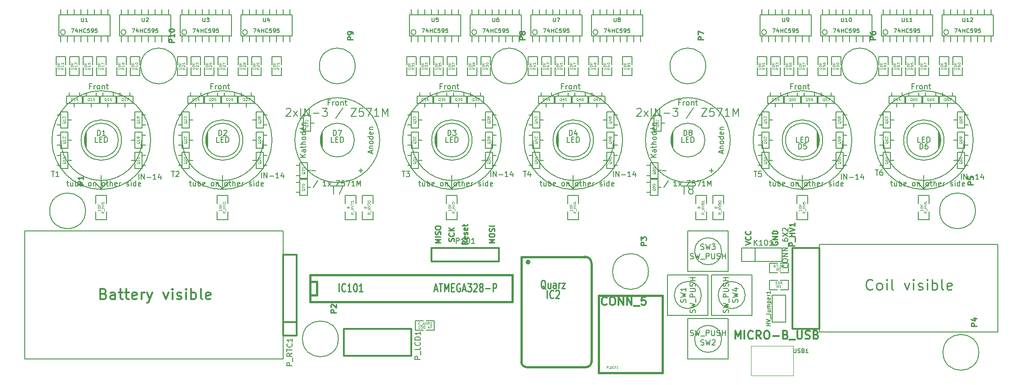
<source format=gto>
G04 (created by PCBNEW (2013-may-18)-stable) date Fr 12 Dez 2014 14:12:43 CET*
%MOIN*%
G04 Gerber Fmt 3.4, Leading zero omitted, Abs format*
%FSLAX34Y34*%
G01*
G70*
G90*
G04 APERTURE LIST*
%ADD10C,0.00590551*%
%ADD11C,0.00787402*%
%ADD12C,0.00984252*%
%ADD13C,0.011811*%
%ADD14C,0.012*%
%ADD15C,0.015*%
%ADD16C,0.005*%
%ADD17C,0.006*%
%ADD18C,0.0039*%
%ADD19C,0.008*%
%ADD20C,0.002*%
%ADD21C,0.01*%
%ADD22C,0.0108*%
%ADD23C,0.01125*%
%ADD24C,0.0113*%
%ADD25C,0.0059*%
%ADD26C,0.0043*%
%ADD27C,0.0075*%
G04 APERTURE END LIST*
G54D10*
G54D11*
X92500Y-40750D02*
X92500Y-34250D01*
G54D12*
X73765Y-34274D02*
X74159Y-34143D01*
X73765Y-34012D01*
X74121Y-33656D02*
X74140Y-33675D01*
X74159Y-33731D01*
X74159Y-33768D01*
X74140Y-33824D01*
X74103Y-33862D01*
X74065Y-33881D01*
X73990Y-33899D01*
X73934Y-33899D01*
X73859Y-33881D01*
X73821Y-33862D01*
X73784Y-33824D01*
X73765Y-33768D01*
X73765Y-33731D01*
X73784Y-33675D01*
X73803Y-33656D01*
X74121Y-33262D02*
X74140Y-33281D01*
X74159Y-33337D01*
X74159Y-33375D01*
X74140Y-33431D01*
X74103Y-33468D01*
X74065Y-33487D01*
X73990Y-33506D01*
X73934Y-33506D01*
X73859Y-33487D01*
X73821Y-33468D01*
X73784Y-33431D01*
X73765Y-33375D01*
X73765Y-33337D01*
X73784Y-33281D01*
X73803Y-33262D01*
X75784Y-34049D02*
X75765Y-34087D01*
X75765Y-34143D01*
X75784Y-34199D01*
X75821Y-34237D01*
X75859Y-34256D01*
X75934Y-34274D01*
X75990Y-34274D01*
X76065Y-34256D01*
X76103Y-34237D01*
X76140Y-34199D01*
X76159Y-34143D01*
X76159Y-34106D01*
X76140Y-34049D01*
X76121Y-34031D01*
X75990Y-34031D01*
X75990Y-34106D01*
X76159Y-33862D02*
X75765Y-33862D01*
X76159Y-33637D01*
X75765Y-33637D01*
X76159Y-33450D02*
X75765Y-33450D01*
X75765Y-33356D01*
X75784Y-33300D01*
X75821Y-33262D01*
X75859Y-33243D01*
X75934Y-33225D01*
X75990Y-33225D01*
X76065Y-33243D01*
X76103Y-33262D01*
X76140Y-33300D01*
X76159Y-33356D01*
X76159Y-33450D01*
X51159Y-34118D02*
X50765Y-34118D01*
X51046Y-33987D01*
X50765Y-33856D01*
X51159Y-33856D01*
X51159Y-33668D02*
X50765Y-33668D01*
X51140Y-33500D02*
X51159Y-33443D01*
X51159Y-33350D01*
X51140Y-33312D01*
X51121Y-33293D01*
X51084Y-33275D01*
X51046Y-33275D01*
X51009Y-33293D01*
X50990Y-33312D01*
X50971Y-33350D01*
X50953Y-33425D01*
X50934Y-33462D01*
X50915Y-33481D01*
X50878Y-33500D01*
X50840Y-33500D01*
X50803Y-33481D01*
X50784Y-33462D01*
X50765Y-33425D01*
X50765Y-33331D01*
X50784Y-33275D01*
X50765Y-33031D02*
X50765Y-32956D01*
X50784Y-32918D01*
X50821Y-32881D01*
X50896Y-32862D01*
X51028Y-32862D01*
X51103Y-32881D01*
X51140Y-32918D01*
X51159Y-32956D01*
X51159Y-33031D01*
X51140Y-33068D01*
X51103Y-33106D01*
X51028Y-33125D01*
X50896Y-33125D01*
X50821Y-33106D01*
X50784Y-33068D01*
X50765Y-33031D01*
X52140Y-34006D02*
X52159Y-33949D01*
X52159Y-33856D01*
X52140Y-33818D01*
X52121Y-33799D01*
X52084Y-33781D01*
X52046Y-33781D01*
X52009Y-33799D01*
X51990Y-33818D01*
X51971Y-33856D01*
X51953Y-33931D01*
X51934Y-33968D01*
X51915Y-33987D01*
X51878Y-34006D01*
X51840Y-34006D01*
X51803Y-33987D01*
X51784Y-33968D01*
X51765Y-33931D01*
X51765Y-33837D01*
X51784Y-33781D01*
X52121Y-33387D02*
X52140Y-33406D01*
X52159Y-33462D01*
X52159Y-33499D01*
X52140Y-33556D01*
X52103Y-33593D01*
X52065Y-33612D01*
X51990Y-33631D01*
X51934Y-33631D01*
X51859Y-33612D01*
X51821Y-33593D01*
X51784Y-33556D01*
X51765Y-33499D01*
X51765Y-33462D01*
X51784Y-33406D01*
X51803Y-33387D01*
X52159Y-33218D02*
X51765Y-33218D01*
X52159Y-32993D02*
X51934Y-33162D01*
X51765Y-32993D02*
X51990Y-33218D01*
X53159Y-33987D02*
X52971Y-34118D01*
X53159Y-34212D02*
X52765Y-34212D01*
X52765Y-34062D01*
X52784Y-34024D01*
X52803Y-34006D01*
X52840Y-33987D01*
X52896Y-33987D01*
X52934Y-34006D01*
X52953Y-34024D01*
X52971Y-34062D01*
X52971Y-34212D01*
X53140Y-33668D02*
X53159Y-33706D01*
X53159Y-33781D01*
X53140Y-33818D01*
X53103Y-33837D01*
X52953Y-33837D01*
X52915Y-33818D01*
X52896Y-33781D01*
X52896Y-33706D01*
X52915Y-33668D01*
X52953Y-33649D01*
X52990Y-33649D01*
X53028Y-33837D01*
X53140Y-33500D02*
X53159Y-33462D01*
X53159Y-33387D01*
X53140Y-33350D01*
X53103Y-33331D01*
X53084Y-33331D01*
X53046Y-33350D01*
X53028Y-33387D01*
X53028Y-33443D01*
X53009Y-33481D01*
X52971Y-33500D01*
X52953Y-33500D01*
X52915Y-33481D01*
X52896Y-33443D01*
X52896Y-33387D01*
X52915Y-33350D01*
X53140Y-33012D02*
X53159Y-33050D01*
X53159Y-33125D01*
X53140Y-33162D01*
X53103Y-33181D01*
X52953Y-33181D01*
X52915Y-33162D01*
X52896Y-33125D01*
X52896Y-33050D01*
X52915Y-33012D01*
X52953Y-32993D01*
X52990Y-32993D01*
X53028Y-33181D01*
X52896Y-32881D02*
X52896Y-32731D01*
X52765Y-32825D02*
X53103Y-32825D01*
X53140Y-32806D01*
X53159Y-32768D01*
X53159Y-32731D01*
X55159Y-34118D02*
X54765Y-34118D01*
X55046Y-33987D01*
X54765Y-33856D01*
X55159Y-33856D01*
X54765Y-33593D02*
X54765Y-33518D01*
X54784Y-33481D01*
X54821Y-33443D01*
X54896Y-33425D01*
X55028Y-33425D01*
X55103Y-33443D01*
X55140Y-33481D01*
X55159Y-33518D01*
X55159Y-33593D01*
X55140Y-33631D01*
X55103Y-33668D01*
X55028Y-33687D01*
X54896Y-33687D01*
X54821Y-33668D01*
X54784Y-33631D01*
X54765Y-33593D01*
X55140Y-33275D02*
X55159Y-33218D01*
X55159Y-33125D01*
X55140Y-33087D01*
X55121Y-33068D01*
X55084Y-33050D01*
X55046Y-33050D01*
X55009Y-33068D01*
X54990Y-33087D01*
X54971Y-33125D01*
X54953Y-33200D01*
X54934Y-33237D01*
X54915Y-33256D01*
X54878Y-33275D01*
X54840Y-33275D01*
X54803Y-33256D01*
X54784Y-33237D01*
X54765Y-33200D01*
X54765Y-33106D01*
X54784Y-33050D01*
X55159Y-32881D02*
X54765Y-32881D01*
G54D11*
X92500Y-40750D02*
X79250Y-40750D01*
X92500Y-34250D02*
X79250Y-34250D01*
G54D13*
X26175Y-37906D02*
X26287Y-37943D01*
X26325Y-37981D01*
X26362Y-38056D01*
X26362Y-38168D01*
X26325Y-38243D01*
X26287Y-38281D01*
X26212Y-38318D01*
X25913Y-38318D01*
X25913Y-37531D01*
X26175Y-37531D01*
X26250Y-37568D01*
X26287Y-37606D01*
X26325Y-37681D01*
X26325Y-37756D01*
X26287Y-37831D01*
X26250Y-37868D01*
X26175Y-37906D01*
X25913Y-37906D01*
X27037Y-38318D02*
X27037Y-37906D01*
X27000Y-37831D01*
X26925Y-37793D01*
X26775Y-37793D01*
X26700Y-37831D01*
X27037Y-38281D02*
X26962Y-38318D01*
X26775Y-38318D01*
X26700Y-38281D01*
X26662Y-38206D01*
X26662Y-38131D01*
X26700Y-38056D01*
X26775Y-38018D01*
X26962Y-38018D01*
X27037Y-37981D01*
X27300Y-37793D02*
X27600Y-37793D01*
X27412Y-37531D02*
X27412Y-38206D01*
X27450Y-38281D01*
X27525Y-38318D01*
X27600Y-38318D01*
X27750Y-37793D02*
X28050Y-37793D01*
X27862Y-37531D02*
X27862Y-38206D01*
X27900Y-38281D01*
X27975Y-38318D01*
X28050Y-38318D01*
X28612Y-38281D02*
X28537Y-38318D01*
X28387Y-38318D01*
X28312Y-38281D01*
X28275Y-38206D01*
X28275Y-37906D01*
X28312Y-37831D01*
X28387Y-37793D01*
X28537Y-37793D01*
X28612Y-37831D01*
X28650Y-37906D01*
X28650Y-37981D01*
X28275Y-38056D01*
X28987Y-38318D02*
X28987Y-37793D01*
X28987Y-37943D02*
X29025Y-37868D01*
X29062Y-37831D01*
X29137Y-37793D01*
X29212Y-37793D01*
X29400Y-37793D02*
X29587Y-38318D01*
X29775Y-37793D02*
X29587Y-38318D01*
X29512Y-38506D01*
X29475Y-38543D01*
X29400Y-38581D01*
X30599Y-37793D02*
X30787Y-38318D01*
X30974Y-37793D01*
X31274Y-38318D02*
X31274Y-37793D01*
X31274Y-37531D02*
X31237Y-37568D01*
X31274Y-37606D01*
X31312Y-37568D01*
X31274Y-37531D01*
X31274Y-37606D01*
X31612Y-38281D02*
X31687Y-38318D01*
X31837Y-38318D01*
X31912Y-38281D01*
X31949Y-38206D01*
X31949Y-38168D01*
X31912Y-38093D01*
X31837Y-38056D01*
X31724Y-38056D01*
X31649Y-38018D01*
X31612Y-37943D01*
X31612Y-37906D01*
X31649Y-37831D01*
X31724Y-37793D01*
X31837Y-37793D01*
X31912Y-37831D01*
X32287Y-38318D02*
X32287Y-37793D01*
X32287Y-37531D02*
X32249Y-37568D01*
X32287Y-37606D01*
X32324Y-37568D01*
X32287Y-37531D01*
X32287Y-37606D01*
X32662Y-38318D02*
X32662Y-37531D01*
X32662Y-37831D02*
X32737Y-37793D01*
X32887Y-37793D01*
X32962Y-37831D01*
X32999Y-37868D01*
X33037Y-37943D01*
X33037Y-38168D01*
X32999Y-38243D01*
X32962Y-38281D01*
X32887Y-38318D01*
X32737Y-38318D01*
X32662Y-38281D01*
X33487Y-38318D02*
X33412Y-38281D01*
X33374Y-38206D01*
X33374Y-37531D01*
X34086Y-38281D02*
X34011Y-38318D01*
X33862Y-38318D01*
X33787Y-38281D01*
X33749Y-38206D01*
X33749Y-37906D01*
X33787Y-37831D01*
X33862Y-37793D01*
X34011Y-37793D01*
X34086Y-37831D01*
X34124Y-37906D01*
X34124Y-37981D01*
X33749Y-38056D01*
G54D12*
X83200Y-37543D02*
X83162Y-37581D01*
X83050Y-37618D01*
X82975Y-37618D01*
X82862Y-37581D01*
X82787Y-37506D01*
X82750Y-37431D01*
X82712Y-37281D01*
X82712Y-37168D01*
X82750Y-37018D01*
X82787Y-36943D01*
X82862Y-36868D01*
X82975Y-36831D01*
X83050Y-36831D01*
X83162Y-36868D01*
X83200Y-36906D01*
X83650Y-37618D02*
X83575Y-37581D01*
X83537Y-37543D01*
X83500Y-37468D01*
X83500Y-37243D01*
X83537Y-37168D01*
X83575Y-37131D01*
X83650Y-37093D01*
X83762Y-37093D01*
X83837Y-37131D01*
X83875Y-37168D01*
X83912Y-37243D01*
X83912Y-37468D01*
X83875Y-37543D01*
X83837Y-37581D01*
X83762Y-37618D01*
X83650Y-37618D01*
X84250Y-37618D02*
X84250Y-37093D01*
X84250Y-36831D02*
X84212Y-36868D01*
X84250Y-36906D01*
X84287Y-36868D01*
X84250Y-36831D01*
X84250Y-36906D01*
X84737Y-37618D02*
X84662Y-37581D01*
X84625Y-37506D01*
X84625Y-36831D01*
X85562Y-37093D02*
X85750Y-37618D01*
X85937Y-37093D01*
X86237Y-37618D02*
X86237Y-37093D01*
X86237Y-36831D02*
X86199Y-36868D01*
X86237Y-36906D01*
X86274Y-36868D01*
X86237Y-36831D01*
X86237Y-36906D01*
X86574Y-37581D02*
X86649Y-37618D01*
X86799Y-37618D01*
X86874Y-37581D01*
X86912Y-37506D01*
X86912Y-37468D01*
X86874Y-37393D01*
X86799Y-37356D01*
X86687Y-37356D01*
X86612Y-37318D01*
X86574Y-37243D01*
X86574Y-37206D01*
X86612Y-37131D01*
X86687Y-37093D01*
X86799Y-37093D01*
X86874Y-37131D01*
X87249Y-37618D02*
X87249Y-37093D01*
X87249Y-36831D02*
X87212Y-36868D01*
X87249Y-36906D01*
X87287Y-36868D01*
X87249Y-36831D01*
X87249Y-36906D01*
X87624Y-37618D02*
X87624Y-36831D01*
X87624Y-37131D02*
X87699Y-37093D01*
X87849Y-37093D01*
X87924Y-37131D01*
X87962Y-37168D01*
X87999Y-37243D01*
X87999Y-37468D01*
X87962Y-37543D01*
X87924Y-37581D01*
X87849Y-37618D01*
X87699Y-37618D01*
X87624Y-37581D01*
X88449Y-37618D02*
X88374Y-37581D01*
X88337Y-37506D01*
X88337Y-36831D01*
X89049Y-37581D02*
X88974Y-37618D01*
X88824Y-37618D01*
X88749Y-37581D01*
X88712Y-37506D01*
X88712Y-37206D01*
X88749Y-37131D01*
X88824Y-37093D01*
X88974Y-37093D01*
X89049Y-37131D01*
X89087Y-37206D01*
X89087Y-37281D01*
X88712Y-37356D01*
G54D11*
X39500Y-42750D02*
X39500Y-33250D01*
X20334Y-42750D02*
X39500Y-42750D01*
X20334Y-33250D02*
X20334Y-42750D01*
X39500Y-33250D02*
X20334Y-33250D01*
X79250Y-40750D02*
X79250Y-34250D01*
G54D14*
X50500Y-34500D02*
X50500Y-35500D01*
X55500Y-35500D02*
X55500Y-34500D01*
X50500Y-34500D02*
X55500Y-34500D01*
X55500Y-35500D02*
X50500Y-35500D01*
G54D15*
X67612Y-43756D02*
X62888Y-43756D01*
X62888Y-43756D02*
X62888Y-38047D01*
X62888Y-38047D02*
X67612Y-38047D01*
X67612Y-38047D02*
X67612Y-43756D01*
G54D16*
X72000Y-41250D02*
G75*
G03X72000Y-41250I-1000J0D01*
G74*
G01*
X72500Y-42750D02*
X69500Y-42750D01*
X69500Y-42750D02*
X69500Y-39750D01*
X69500Y-39750D02*
X72500Y-39750D01*
X72500Y-42750D02*
X72500Y-39750D01*
X70500Y-38000D02*
G75*
G03X70500Y-38000I-1000J0D01*
G74*
G01*
X68000Y-39500D02*
X68000Y-36500D01*
X68000Y-36500D02*
X71000Y-36500D01*
X71000Y-36500D02*
X71000Y-39500D01*
X68000Y-39500D02*
X71000Y-39500D01*
X72000Y-34750D02*
G75*
G03X72000Y-34750I-1000J0D01*
G74*
G01*
X69500Y-33250D02*
X72500Y-33250D01*
X72500Y-33250D02*
X72500Y-36250D01*
X72500Y-36250D02*
X69500Y-36250D01*
X69500Y-33250D02*
X69500Y-36250D01*
X73750Y-38000D02*
G75*
G03X73750Y-38000I-1000J0D01*
G74*
G01*
X74250Y-36500D02*
X74250Y-39500D01*
X74250Y-39500D02*
X71250Y-39500D01*
X71250Y-39500D02*
X71250Y-36500D01*
X74250Y-36500D02*
X71250Y-36500D01*
X55025Y-26125D02*
X55285Y-26125D01*
X55025Y-26875D02*
X55285Y-26875D01*
X54475Y-26500D02*
X54215Y-26500D01*
X54475Y-27090D02*
X54475Y-25910D01*
X54475Y-25910D02*
X55025Y-25910D01*
X55025Y-25910D02*
X55025Y-27090D01*
X55025Y-27090D02*
X54475Y-27090D01*
X64025Y-26125D02*
X64285Y-26125D01*
X64025Y-26875D02*
X64285Y-26875D01*
X63475Y-26500D02*
X63215Y-26500D01*
X63475Y-27090D02*
X63475Y-25910D01*
X63475Y-25910D02*
X64025Y-25910D01*
X64025Y-25910D02*
X64025Y-27090D01*
X64025Y-27090D02*
X63475Y-27090D01*
X64025Y-24625D02*
X64285Y-24625D01*
X64025Y-25375D02*
X64285Y-25375D01*
X63475Y-25000D02*
X63215Y-25000D01*
X63475Y-25590D02*
X63475Y-24410D01*
X63475Y-24410D02*
X64025Y-24410D01*
X64025Y-24410D02*
X64025Y-25590D01*
X64025Y-25590D02*
X63475Y-25590D01*
X62375Y-23225D02*
X62375Y-22965D01*
X63125Y-23225D02*
X63125Y-22965D01*
X62750Y-23775D02*
X62750Y-24035D01*
X63340Y-23775D02*
X62160Y-23775D01*
X62160Y-23775D02*
X62160Y-23225D01*
X62160Y-23225D02*
X63340Y-23225D01*
X63340Y-23225D02*
X63340Y-23775D01*
X61125Y-23225D02*
X61125Y-22965D01*
X61875Y-23225D02*
X61875Y-22965D01*
X61500Y-23775D02*
X61500Y-24035D01*
X62090Y-23775D02*
X60910Y-23775D01*
X60910Y-23775D02*
X60910Y-23225D01*
X60910Y-23225D02*
X62090Y-23225D01*
X62090Y-23225D02*
X62090Y-23775D01*
X59875Y-23225D02*
X59875Y-22965D01*
X60625Y-23225D02*
X60625Y-22965D01*
X60250Y-23775D02*
X60250Y-24035D01*
X60840Y-23775D02*
X59660Y-23775D01*
X59660Y-23775D02*
X59660Y-23225D01*
X59660Y-23225D02*
X60840Y-23225D01*
X60840Y-23225D02*
X60840Y-23775D01*
X58625Y-23225D02*
X58625Y-22965D01*
X59375Y-23225D02*
X59375Y-22965D01*
X59000Y-23775D02*
X59000Y-24035D01*
X59590Y-23775D02*
X58410Y-23775D01*
X58410Y-23775D02*
X58410Y-23225D01*
X58410Y-23225D02*
X59590Y-23225D01*
X59590Y-23225D02*
X59590Y-23775D01*
X57975Y-25375D02*
X57715Y-25375D01*
X57975Y-24625D02*
X57715Y-24625D01*
X58525Y-25000D02*
X58785Y-25000D01*
X58525Y-24410D02*
X58525Y-25590D01*
X58525Y-25590D02*
X57975Y-25590D01*
X57975Y-25590D02*
X57975Y-24410D01*
X57975Y-24410D02*
X58525Y-24410D01*
X57975Y-26875D02*
X57715Y-26875D01*
X57975Y-26125D02*
X57715Y-26125D01*
X58525Y-26500D02*
X58785Y-26500D01*
X58525Y-25910D02*
X58525Y-27090D01*
X58525Y-27090D02*
X57975Y-27090D01*
X57975Y-27090D02*
X57975Y-25910D01*
X57975Y-25910D02*
X58525Y-25910D01*
X57975Y-28375D02*
X57715Y-28375D01*
X57975Y-27625D02*
X57715Y-27625D01*
X58525Y-28000D02*
X58785Y-28000D01*
X58525Y-27410D02*
X58525Y-28590D01*
X58525Y-28590D02*
X57975Y-28590D01*
X57975Y-28590D02*
X57975Y-27410D01*
X57975Y-27410D02*
X58525Y-27410D01*
X64025Y-27625D02*
X64285Y-27625D01*
X64025Y-28375D02*
X64285Y-28375D01*
X63475Y-28000D02*
X63215Y-28000D01*
X63475Y-28590D02*
X63475Y-27410D01*
X63475Y-27410D02*
X64025Y-27410D01*
X64025Y-27410D02*
X64025Y-28590D01*
X64025Y-28590D02*
X63475Y-28590D01*
X81025Y-27625D02*
X81285Y-27625D01*
X81025Y-28375D02*
X81285Y-28375D01*
X80475Y-28000D02*
X80215Y-28000D01*
X80475Y-28590D02*
X80475Y-27410D01*
X80475Y-27410D02*
X81025Y-27410D01*
X81025Y-27410D02*
X81025Y-28590D01*
X81025Y-28590D02*
X80475Y-28590D01*
X55025Y-24625D02*
X55285Y-24625D01*
X55025Y-25375D02*
X55285Y-25375D01*
X54475Y-25000D02*
X54215Y-25000D01*
X54475Y-25590D02*
X54475Y-24410D01*
X54475Y-24410D02*
X55025Y-24410D01*
X55025Y-24410D02*
X55025Y-25590D01*
X55025Y-25590D02*
X54475Y-25590D01*
X53375Y-23225D02*
X53375Y-22965D01*
X54125Y-23225D02*
X54125Y-22965D01*
X53750Y-23775D02*
X53750Y-24035D01*
X54340Y-23775D02*
X53160Y-23775D01*
X53160Y-23775D02*
X53160Y-23225D01*
X53160Y-23225D02*
X54340Y-23225D01*
X54340Y-23225D02*
X54340Y-23775D01*
X52125Y-23225D02*
X52125Y-22965D01*
X52875Y-23225D02*
X52875Y-22965D01*
X52500Y-23775D02*
X52500Y-24035D01*
X53090Y-23775D02*
X51910Y-23775D01*
X51910Y-23775D02*
X51910Y-23225D01*
X51910Y-23225D02*
X53090Y-23225D01*
X53090Y-23225D02*
X53090Y-23775D01*
X50875Y-23225D02*
X50875Y-22965D01*
X51625Y-23225D02*
X51625Y-22965D01*
X51250Y-23775D02*
X51250Y-24035D01*
X51840Y-23775D02*
X50660Y-23775D01*
X50660Y-23775D02*
X50660Y-23225D01*
X50660Y-23225D02*
X51840Y-23225D01*
X51840Y-23225D02*
X51840Y-23775D01*
X49625Y-23225D02*
X49625Y-22965D01*
X50375Y-23225D02*
X50375Y-22965D01*
X50000Y-23775D02*
X50000Y-24035D01*
X50590Y-23775D02*
X49410Y-23775D01*
X49410Y-23775D02*
X49410Y-23225D01*
X49410Y-23225D02*
X50590Y-23225D01*
X50590Y-23225D02*
X50590Y-23775D01*
X48975Y-25375D02*
X48715Y-25375D01*
X48975Y-24625D02*
X48715Y-24625D01*
X49525Y-25000D02*
X49785Y-25000D01*
X49525Y-24410D02*
X49525Y-25590D01*
X49525Y-25590D02*
X48975Y-25590D01*
X48975Y-25590D02*
X48975Y-24410D01*
X48975Y-24410D02*
X49525Y-24410D01*
X48975Y-26875D02*
X48715Y-26875D01*
X48975Y-26125D02*
X48715Y-26125D01*
X49525Y-26500D02*
X49785Y-26500D01*
X49525Y-25910D02*
X49525Y-27090D01*
X49525Y-27090D02*
X48975Y-27090D01*
X48975Y-27090D02*
X48975Y-25910D01*
X48975Y-25910D02*
X49525Y-25910D01*
X48975Y-28375D02*
X48715Y-28375D01*
X48975Y-27625D02*
X48715Y-27625D01*
X49525Y-28000D02*
X49785Y-28000D01*
X49525Y-27410D02*
X49525Y-28590D01*
X49525Y-28590D02*
X48975Y-28590D01*
X48975Y-28590D02*
X48975Y-27410D01*
X48975Y-27410D02*
X49525Y-27410D01*
X38025Y-26125D02*
X38285Y-26125D01*
X38025Y-26875D02*
X38285Y-26875D01*
X37475Y-26500D02*
X37215Y-26500D01*
X37475Y-27090D02*
X37475Y-25910D01*
X37475Y-25910D02*
X38025Y-25910D01*
X38025Y-25910D02*
X38025Y-27090D01*
X38025Y-27090D02*
X37475Y-27090D01*
X90025Y-27625D02*
X90285Y-27625D01*
X90025Y-28375D02*
X90285Y-28375D01*
X89475Y-28000D02*
X89215Y-28000D01*
X89475Y-28590D02*
X89475Y-27410D01*
X89475Y-27410D02*
X90025Y-27410D01*
X90025Y-27410D02*
X90025Y-28590D01*
X90025Y-28590D02*
X89475Y-28590D01*
X90025Y-26125D02*
X90285Y-26125D01*
X90025Y-26875D02*
X90285Y-26875D01*
X89475Y-26500D02*
X89215Y-26500D01*
X89475Y-27090D02*
X89475Y-25910D01*
X89475Y-25910D02*
X90025Y-25910D01*
X90025Y-25910D02*
X90025Y-27090D01*
X90025Y-27090D02*
X89475Y-27090D01*
X90025Y-24625D02*
X90285Y-24625D01*
X90025Y-25375D02*
X90285Y-25375D01*
X89475Y-25000D02*
X89215Y-25000D01*
X89475Y-25590D02*
X89475Y-24410D01*
X89475Y-24410D02*
X90025Y-24410D01*
X90025Y-24410D02*
X90025Y-25590D01*
X90025Y-25590D02*
X89475Y-25590D01*
X88375Y-23225D02*
X88375Y-22965D01*
X89125Y-23225D02*
X89125Y-22965D01*
X88750Y-23775D02*
X88750Y-24035D01*
X89340Y-23775D02*
X88160Y-23775D01*
X88160Y-23775D02*
X88160Y-23225D01*
X88160Y-23225D02*
X89340Y-23225D01*
X89340Y-23225D02*
X89340Y-23775D01*
X87125Y-23225D02*
X87125Y-22965D01*
X87875Y-23225D02*
X87875Y-22965D01*
X87500Y-23775D02*
X87500Y-24035D01*
X88090Y-23775D02*
X86910Y-23775D01*
X86910Y-23775D02*
X86910Y-23225D01*
X86910Y-23225D02*
X88090Y-23225D01*
X88090Y-23225D02*
X88090Y-23775D01*
X85875Y-23225D02*
X85875Y-22965D01*
X86625Y-23225D02*
X86625Y-22965D01*
X86250Y-23775D02*
X86250Y-24035D01*
X86840Y-23775D02*
X85660Y-23775D01*
X85660Y-23775D02*
X85660Y-23225D01*
X85660Y-23225D02*
X86840Y-23225D01*
X86840Y-23225D02*
X86840Y-23775D01*
X84625Y-23225D02*
X84625Y-22965D01*
X85375Y-23225D02*
X85375Y-22965D01*
X85000Y-23775D02*
X85000Y-24035D01*
X85590Y-23775D02*
X84410Y-23775D01*
X84410Y-23775D02*
X84410Y-23225D01*
X84410Y-23225D02*
X85590Y-23225D01*
X85590Y-23225D02*
X85590Y-23775D01*
X83975Y-25375D02*
X83715Y-25375D01*
X83975Y-24625D02*
X83715Y-24625D01*
X84525Y-25000D02*
X84785Y-25000D01*
X84525Y-24410D02*
X84525Y-25590D01*
X84525Y-25590D02*
X83975Y-25590D01*
X83975Y-25590D02*
X83975Y-24410D01*
X83975Y-24410D02*
X84525Y-24410D01*
X83975Y-26875D02*
X83715Y-26875D01*
X83975Y-26125D02*
X83715Y-26125D01*
X84525Y-26500D02*
X84785Y-26500D01*
X84525Y-25910D02*
X84525Y-27090D01*
X84525Y-27090D02*
X83975Y-27090D01*
X83975Y-27090D02*
X83975Y-25910D01*
X83975Y-25910D02*
X84525Y-25910D01*
X83975Y-28375D02*
X83715Y-28375D01*
X83975Y-27625D02*
X83715Y-27625D01*
X84525Y-28000D02*
X84785Y-28000D01*
X84525Y-27410D02*
X84525Y-28590D01*
X84525Y-28590D02*
X83975Y-28590D01*
X83975Y-28590D02*
X83975Y-27410D01*
X83975Y-27410D02*
X84525Y-27410D01*
X55025Y-27625D02*
X55285Y-27625D01*
X55025Y-28375D02*
X55285Y-28375D01*
X54475Y-28000D02*
X54215Y-28000D01*
X54475Y-28590D02*
X54475Y-27410D01*
X54475Y-27410D02*
X55025Y-27410D01*
X55025Y-27410D02*
X55025Y-28590D01*
X55025Y-28590D02*
X54475Y-28590D01*
X81025Y-26125D02*
X81285Y-26125D01*
X81025Y-26875D02*
X81285Y-26875D01*
X80475Y-26500D02*
X80215Y-26500D01*
X80475Y-27090D02*
X80475Y-25910D01*
X80475Y-25910D02*
X81025Y-25910D01*
X81025Y-25910D02*
X81025Y-27090D01*
X81025Y-27090D02*
X80475Y-27090D01*
X81025Y-24625D02*
X81285Y-24625D01*
X81025Y-25375D02*
X81285Y-25375D01*
X80475Y-25000D02*
X80215Y-25000D01*
X80475Y-25590D02*
X80475Y-24410D01*
X80475Y-24410D02*
X81025Y-24410D01*
X81025Y-24410D02*
X81025Y-25590D01*
X81025Y-25590D02*
X80475Y-25590D01*
X79375Y-23225D02*
X79375Y-22965D01*
X80125Y-23225D02*
X80125Y-22965D01*
X79750Y-23775D02*
X79750Y-24035D01*
X80340Y-23775D02*
X79160Y-23775D01*
X79160Y-23775D02*
X79160Y-23225D01*
X79160Y-23225D02*
X80340Y-23225D01*
X80340Y-23225D02*
X80340Y-23775D01*
X78125Y-23225D02*
X78125Y-22965D01*
X78875Y-23225D02*
X78875Y-22965D01*
X78500Y-23775D02*
X78500Y-24035D01*
X79090Y-23775D02*
X77910Y-23775D01*
X77910Y-23775D02*
X77910Y-23225D01*
X77910Y-23225D02*
X79090Y-23225D01*
X79090Y-23225D02*
X79090Y-23775D01*
X76875Y-23225D02*
X76875Y-22965D01*
X77625Y-23225D02*
X77625Y-22965D01*
X77250Y-23775D02*
X77250Y-24035D01*
X77840Y-23775D02*
X76660Y-23775D01*
X76660Y-23775D02*
X76660Y-23225D01*
X76660Y-23225D02*
X77840Y-23225D01*
X77840Y-23225D02*
X77840Y-23775D01*
X75625Y-23225D02*
X75625Y-22965D01*
X76375Y-23225D02*
X76375Y-22965D01*
X76000Y-23775D02*
X76000Y-24035D01*
X76590Y-23775D02*
X75410Y-23775D01*
X75410Y-23775D02*
X75410Y-23225D01*
X75410Y-23225D02*
X76590Y-23225D01*
X76590Y-23225D02*
X76590Y-23775D01*
X74975Y-25375D02*
X74715Y-25375D01*
X74975Y-24625D02*
X74715Y-24625D01*
X75525Y-25000D02*
X75785Y-25000D01*
X75525Y-24410D02*
X75525Y-25590D01*
X75525Y-25590D02*
X74975Y-25590D01*
X74975Y-25590D02*
X74975Y-24410D01*
X74975Y-24410D02*
X75525Y-24410D01*
X74975Y-26875D02*
X74715Y-26875D01*
X74975Y-26125D02*
X74715Y-26125D01*
X75525Y-26500D02*
X75785Y-26500D01*
X75525Y-25910D02*
X75525Y-27090D01*
X75525Y-27090D02*
X74975Y-27090D01*
X74975Y-27090D02*
X74975Y-25910D01*
X74975Y-25910D02*
X75525Y-25910D01*
X74975Y-28375D02*
X74715Y-28375D01*
X74975Y-27625D02*
X74715Y-27625D01*
X75525Y-28000D02*
X75785Y-28000D01*
X75525Y-27410D02*
X75525Y-28590D01*
X75525Y-28590D02*
X74975Y-28590D01*
X74975Y-28590D02*
X74975Y-27410D01*
X74975Y-27410D02*
X75525Y-27410D01*
X36375Y-23225D02*
X36375Y-22965D01*
X37125Y-23225D02*
X37125Y-22965D01*
X36750Y-23775D02*
X36750Y-24035D01*
X37340Y-23775D02*
X36160Y-23775D01*
X36160Y-23775D02*
X36160Y-23225D01*
X36160Y-23225D02*
X37340Y-23225D01*
X37340Y-23225D02*
X37340Y-23775D01*
X29025Y-27625D02*
X29285Y-27625D01*
X29025Y-28375D02*
X29285Y-28375D01*
X28475Y-28000D02*
X28215Y-28000D01*
X28475Y-28590D02*
X28475Y-27410D01*
X28475Y-27410D02*
X29025Y-27410D01*
X29025Y-27410D02*
X29025Y-28590D01*
X29025Y-28590D02*
X28475Y-28590D01*
X22975Y-28375D02*
X22715Y-28375D01*
X22975Y-27625D02*
X22715Y-27625D01*
X23525Y-28000D02*
X23785Y-28000D01*
X23525Y-27410D02*
X23525Y-28590D01*
X23525Y-28590D02*
X22975Y-28590D01*
X22975Y-28590D02*
X22975Y-27410D01*
X22975Y-27410D02*
X23525Y-27410D01*
X22975Y-26875D02*
X22715Y-26875D01*
X22975Y-26125D02*
X22715Y-26125D01*
X23525Y-26500D02*
X23785Y-26500D01*
X23525Y-25910D02*
X23525Y-27090D01*
X23525Y-27090D02*
X22975Y-27090D01*
X22975Y-27090D02*
X22975Y-25910D01*
X22975Y-25910D02*
X23525Y-25910D01*
X22975Y-25375D02*
X22715Y-25375D01*
X22975Y-24625D02*
X22715Y-24625D01*
X23525Y-25000D02*
X23785Y-25000D01*
X23525Y-24410D02*
X23525Y-25590D01*
X23525Y-25590D02*
X22975Y-25590D01*
X22975Y-25590D02*
X22975Y-24410D01*
X22975Y-24410D02*
X23525Y-24410D01*
X23625Y-23225D02*
X23625Y-22965D01*
X24375Y-23225D02*
X24375Y-22965D01*
X24000Y-23775D02*
X24000Y-24035D01*
X24590Y-23775D02*
X23410Y-23775D01*
X23410Y-23775D02*
X23410Y-23225D01*
X23410Y-23225D02*
X24590Y-23225D01*
X24590Y-23225D02*
X24590Y-23775D01*
X24875Y-23225D02*
X24875Y-22965D01*
X25625Y-23225D02*
X25625Y-22965D01*
X25250Y-23775D02*
X25250Y-24035D01*
X25840Y-23775D02*
X24660Y-23775D01*
X24660Y-23775D02*
X24660Y-23225D01*
X24660Y-23225D02*
X25840Y-23225D01*
X25840Y-23225D02*
X25840Y-23775D01*
X26125Y-23225D02*
X26125Y-22965D01*
X26875Y-23225D02*
X26875Y-22965D01*
X26500Y-23775D02*
X26500Y-24035D01*
X27090Y-23775D02*
X25910Y-23775D01*
X25910Y-23775D02*
X25910Y-23225D01*
X25910Y-23225D02*
X27090Y-23225D01*
X27090Y-23225D02*
X27090Y-23775D01*
X27375Y-23225D02*
X27375Y-22965D01*
X28125Y-23225D02*
X28125Y-22965D01*
X27750Y-23775D02*
X27750Y-24035D01*
X28340Y-23775D02*
X27160Y-23775D01*
X27160Y-23775D02*
X27160Y-23225D01*
X27160Y-23225D02*
X28340Y-23225D01*
X28340Y-23225D02*
X28340Y-23775D01*
X29025Y-24625D02*
X29285Y-24625D01*
X29025Y-25375D02*
X29285Y-25375D01*
X28475Y-25000D02*
X28215Y-25000D01*
X28475Y-25590D02*
X28475Y-24410D01*
X28475Y-24410D02*
X29025Y-24410D01*
X29025Y-24410D02*
X29025Y-25590D01*
X29025Y-25590D02*
X28475Y-25590D01*
X38025Y-27625D02*
X38285Y-27625D01*
X38025Y-28375D02*
X38285Y-28375D01*
X37475Y-28000D02*
X37215Y-28000D01*
X37475Y-28590D02*
X37475Y-27410D01*
X37475Y-27410D02*
X38025Y-27410D01*
X38025Y-27410D02*
X38025Y-28590D01*
X38025Y-28590D02*
X37475Y-28590D01*
X31975Y-28375D02*
X31715Y-28375D01*
X31975Y-27625D02*
X31715Y-27625D01*
X32525Y-28000D02*
X32785Y-28000D01*
X32525Y-27410D02*
X32525Y-28590D01*
X32525Y-28590D02*
X31975Y-28590D01*
X31975Y-28590D02*
X31975Y-27410D01*
X31975Y-27410D02*
X32525Y-27410D01*
X31975Y-26875D02*
X31715Y-26875D01*
X31975Y-26125D02*
X31715Y-26125D01*
X32525Y-26500D02*
X32785Y-26500D01*
X32525Y-25910D02*
X32525Y-27090D01*
X32525Y-27090D02*
X31975Y-27090D01*
X31975Y-27090D02*
X31975Y-25910D01*
X31975Y-25910D02*
X32525Y-25910D01*
X31975Y-25375D02*
X31715Y-25375D01*
X31975Y-24625D02*
X31715Y-24625D01*
X32525Y-25000D02*
X32785Y-25000D01*
X32525Y-24410D02*
X32525Y-25590D01*
X32525Y-25590D02*
X31975Y-25590D01*
X31975Y-25590D02*
X31975Y-24410D01*
X31975Y-24410D02*
X32525Y-24410D01*
X32625Y-23225D02*
X32625Y-22965D01*
X33375Y-23225D02*
X33375Y-22965D01*
X33000Y-23775D02*
X33000Y-24035D01*
X33590Y-23775D02*
X32410Y-23775D01*
X32410Y-23775D02*
X32410Y-23225D01*
X32410Y-23225D02*
X33590Y-23225D01*
X33590Y-23225D02*
X33590Y-23775D01*
X33875Y-23225D02*
X33875Y-22965D01*
X34625Y-23225D02*
X34625Y-22965D01*
X34250Y-23775D02*
X34250Y-24035D01*
X34840Y-23775D02*
X33660Y-23775D01*
X33660Y-23775D02*
X33660Y-23225D01*
X33660Y-23225D02*
X34840Y-23225D01*
X34840Y-23225D02*
X34840Y-23775D01*
X35125Y-23225D02*
X35125Y-22965D01*
X35875Y-23225D02*
X35875Y-22965D01*
X35500Y-23775D02*
X35500Y-24035D01*
X36090Y-23775D02*
X34910Y-23775D01*
X34910Y-23775D02*
X34910Y-23225D01*
X34910Y-23225D02*
X36090Y-23225D01*
X36090Y-23225D02*
X36090Y-23775D01*
X38025Y-24625D02*
X38285Y-24625D01*
X38025Y-25375D02*
X38285Y-25375D01*
X37475Y-25000D02*
X37215Y-25000D01*
X37475Y-25590D02*
X37475Y-24410D01*
X37475Y-24410D02*
X38025Y-24410D01*
X38025Y-24410D02*
X38025Y-25590D01*
X38025Y-25590D02*
X37475Y-25590D01*
X29025Y-26125D02*
X29285Y-26125D01*
X29025Y-26875D02*
X29285Y-26875D01*
X28475Y-26500D02*
X28215Y-26500D01*
X28475Y-27090D02*
X28475Y-25910D01*
X28475Y-25910D02*
X29025Y-25910D01*
X29025Y-25910D02*
X29025Y-27090D01*
X29025Y-27090D02*
X28475Y-27090D01*
G54D10*
X36500Y-26500D02*
G75*
G03X36500Y-26500I-1500J0D01*
G74*
G01*
X35000Y-29100D02*
X35000Y-30100D01*
X35000Y-30100D02*
X34500Y-29600D01*
X35000Y-30100D02*
X35500Y-29600D01*
X32000Y-26500D02*
G75*
G03X35000Y-29500I3000J0D01*
G74*
G01*
X35000Y-29500D02*
G75*
G03X38000Y-26500I0J3000D01*
G74*
G01*
X38661Y-26500D02*
G75*
G03X38661Y-26500I-3661J0D01*
G74*
G01*
X88500Y-26500D02*
G75*
G03X88500Y-26500I-1500J0D01*
G74*
G01*
X87000Y-29100D02*
X87000Y-30100D01*
X87000Y-30100D02*
X86500Y-29600D01*
X87000Y-30100D02*
X87500Y-29600D01*
X84000Y-26500D02*
G75*
G03X87000Y-29500I3000J0D01*
G74*
G01*
X87000Y-29500D02*
G75*
G03X90000Y-26500I0J3000D01*
G74*
G01*
X90661Y-26500D02*
G75*
G03X90661Y-26500I-3661J0D01*
G74*
G01*
X79500Y-26500D02*
G75*
G03X79500Y-26500I-1500J0D01*
G74*
G01*
X78000Y-29100D02*
X78000Y-30100D01*
X78000Y-30100D02*
X77500Y-29600D01*
X78000Y-30100D02*
X78500Y-29600D01*
X75000Y-26500D02*
G75*
G03X78000Y-29500I3000J0D01*
G74*
G01*
X78000Y-29500D02*
G75*
G03X81000Y-26500I0J3000D01*
G74*
G01*
X81661Y-26500D02*
G75*
G03X81661Y-26500I-3661J0D01*
G74*
G01*
X62500Y-26500D02*
G75*
G03X62500Y-26500I-1500J0D01*
G74*
G01*
X61000Y-29100D02*
X61000Y-30100D01*
X61000Y-30100D02*
X60500Y-29600D01*
X61000Y-30100D02*
X61500Y-29600D01*
X58000Y-26500D02*
G75*
G03X61000Y-29500I3000J0D01*
G74*
G01*
X61000Y-29500D02*
G75*
G03X64000Y-26500I0J3000D01*
G74*
G01*
X64661Y-26500D02*
G75*
G03X64661Y-26500I-3661J0D01*
G74*
G01*
X53500Y-26500D02*
G75*
G03X53500Y-26500I-1500J0D01*
G74*
G01*
X52000Y-29100D02*
X52000Y-30100D01*
X52000Y-30100D02*
X51500Y-29600D01*
X52000Y-30100D02*
X52500Y-29600D01*
X49000Y-26500D02*
G75*
G03X52000Y-29500I3000J0D01*
G74*
G01*
X52000Y-29500D02*
G75*
G03X55000Y-26500I0J3000D01*
G74*
G01*
X55661Y-26500D02*
G75*
G03X55661Y-26500I-3661J0D01*
G74*
G01*
X27500Y-26500D02*
G75*
G03X27500Y-26500I-1500J0D01*
G74*
G01*
X26000Y-29100D02*
X26000Y-30100D01*
X26000Y-30100D02*
X25500Y-29600D01*
X26000Y-30100D02*
X26500Y-29600D01*
X23000Y-26500D02*
G75*
G03X26000Y-29500I3000J0D01*
G74*
G01*
X26000Y-29500D02*
G75*
G03X29000Y-26500I0J3000D01*
G74*
G01*
X29661Y-26500D02*
G75*
G03X29661Y-26500I-3661J0D01*
G74*
G01*
G54D14*
X77250Y-40500D02*
X77250Y-34500D01*
X77250Y-34500D02*
X79250Y-34500D01*
X79250Y-34500D02*
X79250Y-40500D01*
X79250Y-40500D02*
X77250Y-40500D01*
X44000Y-40500D02*
X49000Y-40500D01*
X49000Y-40500D02*
X49000Y-42500D01*
X49000Y-42500D02*
X44000Y-42500D01*
X44000Y-42500D02*
X44000Y-40500D01*
X40500Y-41000D02*
X39500Y-41000D01*
X39500Y-41000D02*
X39500Y-35000D01*
X39500Y-35000D02*
X40500Y-35000D01*
X40500Y-35000D02*
X40500Y-41000D01*
X40500Y-40000D02*
X39500Y-40000D01*
G54D16*
X40725Y-30375D02*
X40465Y-30375D01*
X40725Y-29625D02*
X40465Y-29625D01*
X41275Y-30000D02*
X41535Y-30000D01*
X41275Y-29410D02*
X41275Y-30590D01*
X41275Y-30590D02*
X40725Y-30590D01*
X40725Y-30590D02*
X40725Y-29410D01*
X40725Y-29410D02*
X41275Y-29410D01*
X40725Y-29125D02*
X40465Y-29125D01*
X40725Y-28375D02*
X40465Y-28375D01*
X41275Y-28750D02*
X41535Y-28750D01*
X41275Y-28160D02*
X41275Y-29340D01*
X41275Y-29340D02*
X40725Y-29340D01*
X40725Y-29340D02*
X40725Y-28160D01*
X40725Y-28160D02*
X41275Y-28160D01*
X66725Y-30375D02*
X66465Y-30375D01*
X66725Y-29625D02*
X66465Y-29625D01*
X67275Y-30000D02*
X67535Y-30000D01*
X67275Y-29410D02*
X67275Y-30590D01*
X67275Y-30590D02*
X66725Y-30590D01*
X66725Y-30590D02*
X66725Y-29410D01*
X66725Y-29410D02*
X67275Y-29410D01*
X66725Y-29125D02*
X66465Y-29125D01*
X66725Y-28375D02*
X66465Y-28375D01*
X67275Y-28750D02*
X67535Y-28750D01*
X67275Y-28160D02*
X67275Y-29340D01*
X67275Y-29340D02*
X66725Y-29340D01*
X66725Y-29340D02*
X66725Y-28160D01*
X66725Y-28160D02*
X67275Y-28160D01*
G54D10*
X24779Y-26263D02*
X24779Y-26775D01*
X24818Y-26106D02*
X24818Y-26893D01*
X24858Y-26027D02*
X24858Y-27011D01*
X24897Y-25948D02*
X24897Y-27090D01*
X27253Y-26500D02*
G75*
G03X27253Y-26500I-1253J0D01*
G74*
G01*
X33779Y-26263D02*
X33779Y-26775D01*
X33818Y-26106D02*
X33818Y-26893D01*
X33858Y-26027D02*
X33858Y-27011D01*
X33897Y-25948D02*
X33897Y-27090D01*
X36253Y-26500D02*
G75*
G03X36253Y-26500I-1253J0D01*
G74*
G01*
X50779Y-26263D02*
X50779Y-26775D01*
X50818Y-26106D02*
X50818Y-26893D01*
X50858Y-26027D02*
X50858Y-27011D01*
X50897Y-25948D02*
X50897Y-27090D01*
X53253Y-26500D02*
G75*
G03X53253Y-26500I-1253J0D01*
G74*
G01*
X59779Y-26263D02*
X59779Y-26775D01*
X59818Y-26106D02*
X59818Y-26893D01*
X59858Y-26027D02*
X59858Y-27011D01*
X59897Y-25948D02*
X59897Y-27090D01*
X62253Y-26500D02*
G75*
G03X62253Y-26500I-1253J0D01*
G74*
G01*
X79220Y-26736D02*
X79220Y-26224D01*
X79181Y-26893D02*
X79181Y-26106D01*
X79141Y-26972D02*
X79141Y-25988D01*
X79102Y-27051D02*
X79102Y-25909D01*
X79253Y-26500D02*
G75*
G03X79253Y-26500I-1253J0D01*
G74*
G01*
X88220Y-26736D02*
X88220Y-26224D01*
X88181Y-26893D02*
X88181Y-26106D01*
X88141Y-26972D02*
X88141Y-25988D01*
X88102Y-27051D02*
X88102Y-25909D01*
X88253Y-26500D02*
G75*
G03X88253Y-26500I-1253J0D01*
G74*
G01*
G54D15*
X57750Y-35550D02*
G75*
G03X57750Y-35550I-100J0D01*
G74*
G01*
X61876Y-35156D02*
X57152Y-35156D01*
X57152Y-42951D02*
X57152Y-35156D01*
X61955Y-43344D02*
X57585Y-43344D01*
X62348Y-35667D02*
X62348Y-42951D01*
X61955Y-43344D02*
G75*
G03X62348Y-42951I0J393D01*
G74*
G01*
X62348Y-35626D02*
G75*
G03X61876Y-35154I-472J0D01*
G74*
G01*
X57152Y-42951D02*
G75*
G03X57545Y-43344I393J0D01*
G74*
G01*
G54D10*
X43578Y-41250D02*
G75*
G03X43578Y-41250I-1328J0D01*
G74*
G01*
X91078Y-42250D02*
G75*
G03X91078Y-42250I-1328J0D01*
G74*
G01*
X66578Y-36250D02*
G75*
G03X66578Y-36250I-1328J0D01*
G74*
G01*
X90828Y-31750D02*
G75*
G03X90828Y-31750I-1328J0D01*
G74*
G01*
X83578Y-21000D02*
G75*
G03X83578Y-21000I-1328J0D01*
G74*
G01*
X24828Y-31750D02*
G75*
G03X24828Y-31750I-1328J0D01*
G74*
G01*
X70828Y-21000D02*
G75*
G03X70828Y-21000I-1328J0D01*
G74*
G01*
X57578Y-21000D02*
G75*
G03X57578Y-21000I-1328J0D01*
G74*
G01*
X44828Y-21000D02*
G75*
G03X44828Y-21000I-1328J0D01*
G74*
G01*
X31578Y-21000D02*
G75*
G03X31578Y-21000I-1328J0D01*
G74*
G01*
X42279Y-26263D02*
X42279Y-26775D01*
X42318Y-26106D02*
X42318Y-26893D01*
X42358Y-26027D02*
X42358Y-27011D01*
X42397Y-25948D02*
X42397Y-27090D01*
X44753Y-26500D02*
G75*
G03X44753Y-26500I-1253J0D01*
G74*
G01*
X68279Y-26263D02*
X68279Y-26775D01*
X68318Y-26106D02*
X68318Y-26893D01*
X68358Y-26027D02*
X68358Y-27011D01*
X68397Y-25948D02*
X68397Y-27090D01*
X70753Y-26500D02*
G75*
G03X70753Y-26500I-1253J0D01*
G74*
G01*
G54D16*
X28500Y-17220D02*
X28500Y-16790D01*
X29000Y-17220D02*
X29000Y-16790D01*
X29500Y-17220D02*
X29500Y-16790D01*
X28000Y-17220D02*
X28000Y-16790D01*
X27500Y-16790D02*
X27500Y-17220D01*
X30000Y-16790D02*
X30000Y-17220D01*
X30500Y-16790D02*
X30500Y-17220D01*
X31000Y-16790D02*
X31000Y-17220D01*
X31000Y-18780D02*
X31000Y-19210D01*
X30500Y-18780D02*
X30500Y-19210D01*
X30000Y-18780D02*
X30000Y-19210D01*
X27500Y-18780D02*
X27500Y-19210D01*
X28000Y-19210D02*
X28000Y-18780D01*
X29500Y-19210D02*
X29500Y-18780D01*
X29000Y-19210D02*
X29000Y-18780D01*
X28500Y-19210D02*
X28500Y-18780D01*
X27836Y-18490D02*
G75*
G03X27836Y-18490I-186J0D01*
G74*
G01*
X27350Y-17220D02*
X27350Y-18780D01*
X27350Y-18780D02*
X31150Y-18780D01*
X31150Y-18780D02*
X31150Y-17220D01*
X31150Y-17220D02*
X27350Y-17220D01*
X50000Y-17220D02*
X50000Y-16790D01*
X50500Y-17220D02*
X50500Y-16790D01*
X51000Y-17220D02*
X51000Y-16790D01*
X49500Y-17220D02*
X49500Y-16790D01*
X49000Y-16790D02*
X49000Y-17220D01*
X51500Y-16790D02*
X51500Y-17220D01*
X52000Y-16790D02*
X52000Y-17220D01*
X52500Y-16790D02*
X52500Y-17220D01*
X52500Y-18780D02*
X52500Y-19210D01*
X52000Y-18780D02*
X52000Y-19210D01*
X51500Y-18780D02*
X51500Y-19210D01*
X49000Y-18780D02*
X49000Y-19210D01*
X49500Y-19210D02*
X49500Y-18780D01*
X51000Y-19210D02*
X51000Y-18780D01*
X50500Y-19210D02*
X50500Y-18780D01*
X50000Y-19210D02*
X50000Y-18780D01*
X49336Y-18490D02*
G75*
G03X49336Y-18490I-186J0D01*
G74*
G01*
X48850Y-17220D02*
X48850Y-18780D01*
X48850Y-18780D02*
X52650Y-18780D01*
X52650Y-18780D02*
X52650Y-17220D01*
X52650Y-17220D02*
X48850Y-17220D01*
X54500Y-17220D02*
X54500Y-16790D01*
X55000Y-17220D02*
X55000Y-16790D01*
X55500Y-17220D02*
X55500Y-16790D01*
X54000Y-17220D02*
X54000Y-16790D01*
X53500Y-16790D02*
X53500Y-17220D01*
X56000Y-16790D02*
X56000Y-17220D01*
X56500Y-16790D02*
X56500Y-17220D01*
X57000Y-16790D02*
X57000Y-17220D01*
X57000Y-18780D02*
X57000Y-19210D01*
X56500Y-18780D02*
X56500Y-19210D01*
X56000Y-18780D02*
X56000Y-19210D01*
X53500Y-18780D02*
X53500Y-19210D01*
X54000Y-19210D02*
X54000Y-18780D01*
X55500Y-19210D02*
X55500Y-18780D01*
X55000Y-19210D02*
X55000Y-18780D01*
X54500Y-19210D02*
X54500Y-18780D01*
X53836Y-18490D02*
G75*
G03X53836Y-18490I-186J0D01*
G74*
G01*
X53350Y-17220D02*
X53350Y-18780D01*
X53350Y-18780D02*
X57150Y-18780D01*
X57150Y-18780D02*
X57150Y-17220D01*
X57150Y-17220D02*
X53350Y-17220D01*
X59000Y-17220D02*
X59000Y-16790D01*
X59500Y-17220D02*
X59500Y-16790D01*
X60000Y-17220D02*
X60000Y-16790D01*
X58500Y-17220D02*
X58500Y-16790D01*
X58000Y-16790D02*
X58000Y-17220D01*
X60500Y-16790D02*
X60500Y-17220D01*
X61000Y-16790D02*
X61000Y-17220D01*
X61500Y-16790D02*
X61500Y-17220D01*
X61500Y-18780D02*
X61500Y-19210D01*
X61000Y-18780D02*
X61000Y-19210D01*
X60500Y-18780D02*
X60500Y-19210D01*
X58000Y-18780D02*
X58000Y-19210D01*
X58500Y-19210D02*
X58500Y-18780D01*
X60000Y-19210D02*
X60000Y-18780D01*
X59500Y-19210D02*
X59500Y-18780D01*
X59000Y-19210D02*
X59000Y-18780D01*
X58336Y-18490D02*
G75*
G03X58336Y-18490I-186J0D01*
G74*
G01*
X57850Y-17220D02*
X57850Y-18780D01*
X57850Y-18780D02*
X61650Y-18780D01*
X61650Y-18780D02*
X61650Y-17220D01*
X61650Y-17220D02*
X57850Y-17220D01*
X63500Y-17220D02*
X63500Y-16790D01*
X64000Y-17220D02*
X64000Y-16790D01*
X64500Y-17220D02*
X64500Y-16790D01*
X63000Y-17220D02*
X63000Y-16790D01*
X62500Y-16790D02*
X62500Y-17220D01*
X65000Y-16790D02*
X65000Y-17220D01*
X65500Y-16790D02*
X65500Y-17220D01*
X66000Y-16790D02*
X66000Y-17220D01*
X66000Y-18780D02*
X66000Y-19210D01*
X65500Y-18780D02*
X65500Y-19210D01*
X65000Y-18780D02*
X65000Y-19210D01*
X62500Y-18780D02*
X62500Y-19210D01*
X63000Y-19210D02*
X63000Y-18780D01*
X64500Y-19210D02*
X64500Y-18780D01*
X64000Y-19210D02*
X64000Y-18780D01*
X63500Y-19210D02*
X63500Y-18780D01*
X62836Y-18490D02*
G75*
G03X62836Y-18490I-186J0D01*
G74*
G01*
X62350Y-17220D02*
X62350Y-18780D01*
X62350Y-18780D02*
X66150Y-18780D01*
X66150Y-18780D02*
X66150Y-17220D01*
X66150Y-17220D02*
X62350Y-17220D01*
X76000Y-17220D02*
X76000Y-16790D01*
X76500Y-17220D02*
X76500Y-16790D01*
X77000Y-17220D02*
X77000Y-16790D01*
X75500Y-17220D02*
X75500Y-16790D01*
X75000Y-16790D02*
X75000Y-17220D01*
X77500Y-16790D02*
X77500Y-17220D01*
X78000Y-16790D02*
X78000Y-17220D01*
X78500Y-16790D02*
X78500Y-17220D01*
X78500Y-18780D02*
X78500Y-19210D01*
X78000Y-18780D02*
X78000Y-19210D01*
X77500Y-18780D02*
X77500Y-19210D01*
X75000Y-18780D02*
X75000Y-19210D01*
X75500Y-19210D02*
X75500Y-18780D01*
X77000Y-19210D02*
X77000Y-18780D01*
X76500Y-19210D02*
X76500Y-18780D01*
X76000Y-19210D02*
X76000Y-18780D01*
X75336Y-18490D02*
G75*
G03X75336Y-18490I-186J0D01*
G74*
G01*
X74850Y-17220D02*
X74850Y-18780D01*
X74850Y-18780D02*
X78650Y-18780D01*
X78650Y-18780D02*
X78650Y-17220D01*
X78650Y-17220D02*
X74850Y-17220D01*
X24000Y-17220D02*
X24000Y-16790D01*
X24500Y-17220D02*
X24500Y-16790D01*
X25000Y-17220D02*
X25000Y-16790D01*
X23500Y-17220D02*
X23500Y-16790D01*
X23000Y-16790D02*
X23000Y-17220D01*
X25500Y-16790D02*
X25500Y-17220D01*
X26000Y-16790D02*
X26000Y-17220D01*
X26500Y-16790D02*
X26500Y-17220D01*
X26500Y-18780D02*
X26500Y-19210D01*
X26000Y-18780D02*
X26000Y-19210D01*
X25500Y-18780D02*
X25500Y-19210D01*
X23000Y-18780D02*
X23000Y-19210D01*
X23500Y-19210D02*
X23500Y-18780D01*
X25000Y-19210D02*
X25000Y-18780D01*
X24500Y-19210D02*
X24500Y-18780D01*
X24000Y-19210D02*
X24000Y-18780D01*
X23336Y-18490D02*
G75*
G03X23336Y-18490I-186J0D01*
G74*
G01*
X22850Y-17220D02*
X22850Y-18780D01*
X22850Y-18780D02*
X26650Y-18780D01*
X26650Y-18780D02*
X26650Y-17220D01*
X26650Y-17220D02*
X22850Y-17220D01*
X37500Y-17220D02*
X37500Y-16790D01*
X38000Y-17220D02*
X38000Y-16790D01*
X38500Y-17220D02*
X38500Y-16790D01*
X37000Y-17220D02*
X37000Y-16790D01*
X36500Y-16790D02*
X36500Y-17220D01*
X39000Y-16790D02*
X39000Y-17220D01*
X39500Y-16790D02*
X39500Y-17220D01*
X40000Y-16790D02*
X40000Y-17220D01*
X40000Y-18780D02*
X40000Y-19210D01*
X39500Y-18780D02*
X39500Y-19210D01*
X39000Y-18780D02*
X39000Y-19210D01*
X36500Y-18780D02*
X36500Y-19210D01*
X37000Y-19210D02*
X37000Y-18780D01*
X38500Y-19210D02*
X38500Y-18780D01*
X38000Y-19210D02*
X38000Y-18780D01*
X37500Y-19210D02*
X37500Y-18780D01*
X36836Y-18490D02*
G75*
G03X36836Y-18490I-186J0D01*
G74*
G01*
X36350Y-17220D02*
X36350Y-18780D01*
X36350Y-18780D02*
X40150Y-18780D01*
X40150Y-18780D02*
X40150Y-17220D01*
X40150Y-17220D02*
X36350Y-17220D01*
X33000Y-17220D02*
X33000Y-16790D01*
X33500Y-17220D02*
X33500Y-16790D01*
X34000Y-17220D02*
X34000Y-16790D01*
X32500Y-17220D02*
X32500Y-16790D01*
X32000Y-16790D02*
X32000Y-17220D01*
X34500Y-16790D02*
X34500Y-17220D01*
X35000Y-16790D02*
X35000Y-17220D01*
X35500Y-16790D02*
X35500Y-17220D01*
X35500Y-18780D02*
X35500Y-19210D01*
X35000Y-18780D02*
X35000Y-19210D01*
X34500Y-18780D02*
X34500Y-19210D01*
X32000Y-18780D02*
X32000Y-19210D01*
X32500Y-19210D02*
X32500Y-18780D01*
X34000Y-19210D02*
X34000Y-18780D01*
X33500Y-19210D02*
X33500Y-18780D01*
X33000Y-19210D02*
X33000Y-18780D01*
X32336Y-18490D02*
G75*
G03X32336Y-18490I-186J0D01*
G74*
G01*
X31850Y-17220D02*
X31850Y-18780D01*
X31850Y-18780D02*
X35650Y-18780D01*
X35650Y-18780D02*
X35650Y-17220D01*
X35650Y-17220D02*
X31850Y-17220D01*
X85000Y-17220D02*
X85000Y-16790D01*
X85500Y-17220D02*
X85500Y-16790D01*
X86000Y-17220D02*
X86000Y-16790D01*
X84500Y-17220D02*
X84500Y-16790D01*
X84000Y-16790D02*
X84000Y-17220D01*
X86500Y-16790D02*
X86500Y-17220D01*
X87000Y-16790D02*
X87000Y-17220D01*
X87500Y-16790D02*
X87500Y-17220D01*
X87500Y-18780D02*
X87500Y-19210D01*
X87000Y-18780D02*
X87000Y-19210D01*
X86500Y-18780D02*
X86500Y-19210D01*
X84000Y-18780D02*
X84000Y-19210D01*
X84500Y-19210D02*
X84500Y-18780D01*
X86000Y-19210D02*
X86000Y-18780D01*
X85500Y-19210D02*
X85500Y-18780D01*
X85000Y-19210D02*
X85000Y-18780D01*
X84336Y-18490D02*
G75*
G03X84336Y-18490I-186J0D01*
G74*
G01*
X83850Y-17220D02*
X83850Y-18780D01*
X83850Y-18780D02*
X87650Y-18780D01*
X87650Y-18780D02*
X87650Y-17220D01*
X87650Y-17220D02*
X83850Y-17220D01*
X80500Y-17220D02*
X80500Y-16790D01*
X81000Y-17220D02*
X81000Y-16790D01*
X81500Y-17220D02*
X81500Y-16790D01*
X80000Y-17220D02*
X80000Y-16790D01*
X79500Y-16790D02*
X79500Y-17220D01*
X82000Y-16790D02*
X82000Y-17220D01*
X82500Y-16790D02*
X82500Y-17220D01*
X83000Y-16790D02*
X83000Y-17220D01*
X83000Y-18780D02*
X83000Y-19210D01*
X82500Y-18780D02*
X82500Y-19210D01*
X82000Y-18780D02*
X82000Y-19210D01*
X79500Y-18780D02*
X79500Y-19210D01*
X80000Y-19210D02*
X80000Y-18780D01*
X81500Y-19210D02*
X81500Y-18780D01*
X81000Y-19210D02*
X81000Y-18780D01*
X80500Y-19210D02*
X80500Y-18780D01*
X79836Y-18490D02*
G75*
G03X79836Y-18490I-186J0D01*
G74*
G01*
X79350Y-17220D02*
X79350Y-18780D01*
X79350Y-18780D02*
X83150Y-18780D01*
X83150Y-18780D02*
X83150Y-17220D01*
X83150Y-17220D02*
X79350Y-17220D01*
X89500Y-17220D02*
X89500Y-16790D01*
X90000Y-17220D02*
X90000Y-16790D01*
X90500Y-17220D02*
X90500Y-16790D01*
X89000Y-17220D02*
X89000Y-16790D01*
X88500Y-16790D02*
X88500Y-17220D01*
X91000Y-16790D02*
X91000Y-17220D01*
X91500Y-16790D02*
X91500Y-17220D01*
X92000Y-16790D02*
X92000Y-17220D01*
X92000Y-18780D02*
X92000Y-19210D01*
X91500Y-18780D02*
X91500Y-19210D01*
X91000Y-18780D02*
X91000Y-19210D01*
X88500Y-18780D02*
X88500Y-19210D01*
X89000Y-19210D02*
X89000Y-18780D01*
X90500Y-19210D02*
X90500Y-18780D01*
X90000Y-19210D02*
X90000Y-18780D01*
X89500Y-19210D02*
X89500Y-18780D01*
X88836Y-18490D02*
G75*
G03X88836Y-18490I-186J0D01*
G74*
G01*
X88350Y-17220D02*
X88350Y-18780D01*
X88350Y-18780D02*
X92150Y-18780D01*
X92150Y-18780D02*
X92150Y-17220D01*
X92150Y-17220D02*
X88350Y-17220D01*
X40975Y-25625D02*
X40715Y-25625D01*
X40975Y-24875D02*
X40715Y-24875D01*
X41525Y-25250D02*
X41785Y-25250D01*
X41525Y-24660D02*
X41525Y-25840D01*
X41525Y-25840D02*
X40975Y-25840D01*
X40975Y-25840D02*
X40975Y-24660D01*
X40975Y-24660D02*
X41525Y-24660D01*
X66975Y-25625D02*
X66715Y-25625D01*
X66975Y-24875D02*
X66715Y-24875D01*
X67525Y-25250D02*
X67785Y-25250D01*
X67525Y-24660D02*
X67525Y-25840D01*
X67525Y-25840D02*
X66975Y-25840D01*
X66975Y-25840D02*
X66975Y-24660D01*
X66975Y-24660D02*
X67525Y-24660D01*
G54D11*
X76150Y-37600D02*
X75550Y-37600D01*
X75550Y-37600D02*
X75550Y-36900D01*
X75550Y-36900D02*
X76150Y-36900D01*
X76350Y-37600D02*
X76950Y-37600D01*
X76950Y-37600D02*
X76950Y-36900D01*
X76950Y-36900D02*
X76350Y-36900D01*
X76150Y-36350D02*
X75550Y-36350D01*
X75550Y-36350D02*
X75550Y-35650D01*
X75550Y-35650D02*
X76150Y-35650D01*
X76350Y-36350D02*
X76950Y-36350D01*
X76950Y-36350D02*
X76950Y-35650D01*
X76950Y-35650D02*
X76350Y-35650D01*
X85350Y-21100D02*
X85350Y-21700D01*
X85350Y-21700D02*
X84650Y-21700D01*
X84650Y-21700D02*
X84650Y-21100D01*
X85350Y-20900D02*
X85350Y-20300D01*
X85350Y-20300D02*
X84650Y-20300D01*
X84650Y-20300D02*
X84650Y-20900D01*
X84350Y-21100D02*
X84350Y-21700D01*
X84350Y-21700D02*
X83650Y-21700D01*
X83650Y-21700D02*
X83650Y-21100D01*
X84350Y-20900D02*
X84350Y-20300D01*
X84350Y-20300D02*
X83650Y-20300D01*
X83650Y-20300D02*
X83650Y-20900D01*
X89850Y-21100D02*
X89850Y-21700D01*
X89850Y-21700D02*
X89150Y-21700D01*
X89150Y-21700D02*
X89150Y-21100D01*
X89850Y-20900D02*
X89850Y-20300D01*
X89850Y-20300D02*
X89150Y-20300D01*
X89150Y-20300D02*
X89150Y-20900D01*
X79850Y-21100D02*
X79850Y-21700D01*
X79850Y-21700D02*
X79150Y-21700D01*
X79150Y-21700D02*
X79150Y-21100D01*
X79850Y-20900D02*
X79850Y-20300D01*
X79850Y-20300D02*
X79150Y-20300D01*
X79150Y-20300D02*
X79150Y-20900D01*
X78350Y-21100D02*
X78350Y-21700D01*
X78350Y-21700D02*
X77650Y-21700D01*
X77650Y-21700D02*
X77650Y-21100D01*
X78350Y-20900D02*
X78350Y-20300D01*
X78350Y-20300D02*
X77650Y-20300D01*
X77650Y-20300D02*
X77650Y-20900D01*
X77350Y-21100D02*
X77350Y-21700D01*
X77350Y-21700D02*
X76650Y-21700D01*
X76650Y-21700D02*
X76650Y-21100D01*
X77350Y-20900D02*
X77350Y-20300D01*
X77350Y-20300D02*
X76650Y-20300D01*
X76650Y-20300D02*
X76650Y-20900D01*
X86350Y-21100D02*
X86350Y-21700D01*
X86350Y-21700D02*
X85650Y-21700D01*
X85650Y-21700D02*
X85650Y-21100D01*
X86350Y-20900D02*
X86350Y-20300D01*
X86350Y-20300D02*
X85650Y-20300D01*
X85650Y-20300D02*
X85650Y-20900D01*
X28850Y-21100D02*
X28850Y-21700D01*
X28850Y-21700D02*
X28150Y-21700D01*
X28150Y-21700D02*
X28150Y-21100D01*
X28850Y-20900D02*
X28850Y-20300D01*
X28850Y-20300D02*
X28150Y-20300D01*
X28150Y-20300D02*
X28150Y-20900D01*
X23350Y-21100D02*
X23350Y-21700D01*
X23350Y-21700D02*
X22650Y-21700D01*
X22650Y-21700D02*
X22650Y-21100D01*
X23350Y-20900D02*
X23350Y-20300D01*
X23350Y-20300D02*
X22650Y-20300D01*
X22650Y-20300D02*
X22650Y-20900D01*
X24350Y-21100D02*
X24350Y-21700D01*
X24350Y-21700D02*
X23650Y-21700D01*
X23650Y-21700D02*
X23650Y-21100D01*
X24350Y-20900D02*
X24350Y-20300D01*
X24350Y-20300D02*
X23650Y-20300D01*
X23650Y-20300D02*
X23650Y-20900D01*
X88850Y-21100D02*
X88850Y-21700D01*
X88850Y-21700D02*
X88150Y-21700D01*
X88150Y-21700D02*
X88150Y-21100D01*
X88850Y-20900D02*
X88850Y-20300D01*
X88850Y-20300D02*
X88150Y-20300D01*
X88150Y-20300D02*
X88150Y-20900D01*
X87350Y-21100D02*
X87350Y-21700D01*
X87350Y-21700D02*
X86650Y-21700D01*
X86650Y-21700D02*
X86650Y-21100D01*
X87350Y-20900D02*
X87350Y-20300D01*
X87350Y-20300D02*
X86650Y-20300D01*
X86650Y-20300D02*
X86650Y-20900D01*
X75350Y-21100D02*
X75350Y-21700D01*
X75350Y-21700D02*
X74650Y-21700D01*
X74650Y-21700D02*
X74650Y-21100D01*
X75350Y-20900D02*
X75350Y-20300D01*
X75350Y-20300D02*
X74650Y-20300D01*
X74650Y-20300D02*
X74650Y-20900D01*
X54850Y-21100D02*
X54850Y-21700D01*
X54850Y-21700D02*
X54150Y-21700D01*
X54150Y-21700D02*
X54150Y-21100D01*
X54850Y-20900D02*
X54850Y-20300D01*
X54850Y-20300D02*
X54150Y-20300D01*
X54150Y-20300D02*
X54150Y-20900D01*
X49350Y-21100D02*
X49350Y-21700D01*
X49350Y-21700D02*
X48650Y-21700D01*
X48650Y-21700D02*
X48650Y-21100D01*
X49350Y-20900D02*
X49350Y-20300D01*
X49350Y-20300D02*
X48650Y-20300D01*
X48650Y-20300D02*
X48650Y-20900D01*
X50350Y-21100D02*
X50350Y-21700D01*
X50350Y-21700D02*
X49650Y-21700D01*
X49650Y-21700D02*
X49650Y-21100D01*
X50350Y-20900D02*
X50350Y-20300D01*
X50350Y-20300D02*
X49650Y-20300D01*
X49650Y-20300D02*
X49650Y-20900D01*
X52350Y-21100D02*
X52350Y-21700D01*
X52350Y-21700D02*
X51650Y-21700D01*
X51650Y-21700D02*
X51650Y-21100D01*
X52350Y-20900D02*
X52350Y-20300D01*
X52350Y-20300D02*
X51650Y-20300D01*
X51650Y-20300D02*
X51650Y-20900D01*
X76350Y-21100D02*
X76350Y-21700D01*
X76350Y-21700D02*
X75650Y-21700D01*
X75650Y-21700D02*
X75650Y-21100D01*
X76350Y-20900D02*
X76350Y-20300D01*
X76350Y-20300D02*
X75650Y-20300D01*
X75650Y-20300D02*
X75650Y-20900D01*
X51350Y-21100D02*
X51350Y-21700D01*
X51350Y-21700D02*
X50650Y-21700D01*
X50650Y-21700D02*
X50650Y-21100D01*
X51350Y-20900D02*
X51350Y-20300D01*
X51350Y-20300D02*
X50650Y-20300D01*
X50650Y-20300D02*
X50650Y-20900D01*
X80850Y-21100D02*
X80850Y-21700D01*
X80850Y-21700D02*
X80150Y-21700D01*
X80150Y-21700D02*
X80150Y-21100D01*
X80850Y-20900D02*
X80850Y-20300D01*
X80850Y-20300D02*
X80150Y-20300D01*
X80150Y-20300D02*
X80150Y-20900D01*
X62850Y-21100D02*
X62850Y-21700D01*
X62850Y-21700D02*
X62150Y-21700D01*
X62150Y-21700D02*
X62150Y-21100D01*
X62850Y-20900D02*
X62850Y-20300D01*
X62850Y-20300D02*
X62150Y-20300D01*
X62150Y-20300D02*
X62150Y-20900D01*
X61350Y-21100D02*
X61350Y-21700D01*
X61350Y-21700D02*
X60650Y-21700D01*
X60650Y-21700D02*
X60650Y-21100D01*
X61350Y-20900D02*
X61350Y-20300D01*
X61350Y-20300D02*
X60650Y-20300D01*
X60650Y-20300D02*
X60650Y-20900D01*
X60350Y-21100D02*
X60350Y-21700D01*
X60350Y-21700D02*
X59650Y-21700D01*
X59650Y-21700D02*
X59650Y-21100D01*
X60350Y-20900D02*
X60350Y-20300D01*
X60350Y-20300D02*
X59650Y-20300D01*
X59650Y-20300D02*
X59650Y-20900D01*
X59350Y-21100D02*
X59350Y-21700D01*
X59350Y-21700D02*
X58650Y-21700D01*
X58650Y-21700D02*
X58650Y-21100D01*
X59350Y-20900D02*
X59350Y-20300D01*
X59350Y-20300D02*
X58650Y-20300D01*
X58650Y-20300D02*
X58650Y-20900D01*
X58350Y-21100D02*
X58350Y-21700D01*
X58350Y-21700D02*
X57650Y-21700D01*
X57650Y-21700D02*
X57650Y-21100D01*
X58350Y-20900D02*
X58350Y-20300D01*
X58350Y-20300D02*
X57650Y-20300D01*
X57650Y-20300D02*
X57650Y-20900D01*
X63850Y-21100D02*
X63850Y-21700D01*
X63850Y-21700D02*
X63150Y-21700D01*
X63150Y-21700D02*
X63150Y-21100D01*
X63850Y-20900D02*
X63850Y-20300D01*
X63850Y-20300D02*
X63150Y-20300D01*
X63150Y-20300D02*
X63150Y-20900D01*
X53850Y-21100D02*
X53850Y-21700D01*
X53850Y-21700D02*
X53150Y-21700D01*
X53150Y-21700D02*
X53150Y-21100D01*
X53850Y-20900D02*
X53850Y-20300D01*
X53850Y-20300D02*
X53150Y-20300D01*
X53150Y-20300D02*
X53150Y-20900D01*
X35350Y-21100D02*
X35350Y-21700D01*
X35350Y-21700D02*
X34650Y-21700D01*
X34650Y-21700D02*
X34650Y-21100D01*
X35350Y-20900D02*
X35350Y-20300D01*
X35350Y-20300D02*
X34650Y-20300D01*
X34650Y-20300D02*
X34650Y-20900D01*
X25350Y-21100D02*
X25350Y-21700D01*
X25350Y-21700D02*
X24650Y-21700D01*
X24650Y-21700D02*
X24650Y-21100D01*
X25350Y-20900D02*
X25350Y-20300D01*
X25350Y-20300D02*
X24650Y-20300D01*
X24650Y-20300D02*
X24650Y-20900D01*
X26350Y-21100D02*
X26350Y-21700D01*
X26350Y-21700D02*
X25650Y-21700D01*
X25650Y-21700D02*
X25650Y-21100D01*
X26350Y-20900D02*
X26350Y-20300D01*
X26350Y-20300D02*
X25650Y-20300D01*
X25650Y-20300D02*
X25650Y-20900D01*
X27850Y-21100D02*
X27850Y-21700D01*
X27850Y-21700D02*
X27150Y-21700D01*
X27150Y-21700D02*
X27150Y-21100D01*
X27850Y-20900D02*
X27850Y-20300D01*
X27850Y-20300D02*
X27150Y-20300D01*
X27150Y-20300D02*
X27150Y-20900D01*
X37850Y-21100D02*
X37850Y-21700D01*
X37850Y-21700D02*
X37150Y-21700D01*
X37150Y-21700D02*
X37150Y-21100D01*
X37850Y-20900D02*
X37850Y-20300D01*
X37850Y-20300D02*
X37150Y-20300D01*
X37150Y-20300D02*
X37150Y-20900D01*
X32350Y-21100D02*
X32350Y-21700D01*
X32350Y-21700D02*
X31650Y-21700D01*
X31650Y-21700D02*
X31650Y-21100D01*
X32350Y-20900D02*
X32350Y-20300D01*
X32350Y-20300D02*
X31650Y-20300D01*
X31650Y-20300D02*
X31650Y-20900D01*
X36850Y-21100D02*
X36850Y-21700D01*
X36850Y-21700D02*
X36150Y-21700D01*
X36150Y-21700D02*
X36150Y-21100D01*
X36850Y-20900D02*
X36850Y-20300D01*
X36850Y-20300D02*
X36150Y-20300D01*
X36150Y-20300D02*
X36150Y-20900D01*
X34350Y-21100D02*
X34350Y-21700D01*
X34350Y-21700D02*
X33650Y-21700D01*
X33650Y-21700D02*
X33650Y-21100D01*
X34350Y-20900D02*
X34350Y-20300D01*
X34350Y-20300D02*
X33650Y-20300D01*
X33650Y-20300D02*
X33650Y-20900D01*
X33350Y-21100D02*
X33350Y-21700D01*
X33350Y-21700D02*
X32650Y-21700D01*
X32650Y-21700D02*
X32650Y-21100D01*
X33350Y-20900D02*
X33350Y-20300D01*
X33350Y-20300D02*
X32650Y-20300D01*
X32650Y-20300D02*
X32650Y-20900D01*
X39350Y-21100D02*
X39350Y-21700D01*
X39350Y-21700D02*
X38650Y-21700D01*
X38650Y-21700D02*
X38650Y-21100D01*
X39350Y-20900D02*
X39350Y-20300D01*
X39350Y-20300D02*
X38650Y-20300D01*
X38650Y-20300D02*
X38650Y-20900D01*
X65350Y-21100D02*
X65350Y-21700D01*
X65350Y-21700D02*
X64650Y-21700D01*
X64650Y-21700D02*
X64650Y-21100D01*
X65350Y-20900D02*
X65350Y-20300D01*
X65350Y-20300D02*
X64650Y-20300D01*
X64650Y-20300D02*
X64650Y-20900D01*
X50100Y-39900D02*
X50700Y-39900D01*
X50700Y-39900D02*
X50700Y-40600D01*
X50700Y-40600D02*
X50100Y-40600D01*
X49900Y-39900D02*
X49300Y-39900D01*
X49300Y-39900D02*
X49300Y-40600D01*
X49300Y-40600D02*
X49900Y-40600D01*
G54D17*
X76750Y-40000D02*
X75750Y-40000D01*
X75750Y-40000D02*
X75750Y-38000D01*
X75750Y-38000D02*
X76750Y-38000D01*
X76750Y-38000D02*
X76750Y-40000D01*
X73500Y-35500D02*
X73500Y-34500D01*
X73500Y-34500D02*
X76500Y-34500D01*
X76500Y-34500D02*
X76500Y-35500D01*
X76500Y-35500D02*
X73500Y-35500D01*
X74500Y-34500D02*
X74500Y-35500D01*
G54D10*
X26400Y-31800D02*
X26400Y-32400D01*
X26400Y-32400D02*
X25600Y-32400D01*
X25600Y-32400D02*
X25600Y-31800D01*
X26400Y-31200D02*
X26400Y-30600D01*
X26400Y-30600D02*
X25600Y-30600D01*
X25600Y-30600D02*
X25600Y-31200D01*
X35400Y-31800D02*
X35400Y-32400D01*
X35400Y-32400D02*
X34600Y-32400D01*
X34600Y-32400D02*
X34600Y-31800D01*
X35400Y-31200D02*
X35400Y-30600D01*
X35400Y-30600D02*
X34600Y-30600D01*
X34600Y-30600D02*
X34600Y-31200D01*
X52400Y-31800D02*
X52400Y-32400D01*
X52400Y-32400D02*
X51600Y-32400D01*
X51600Y-32400D02*
X51600Y-31800D01*
X52400Y-31200D02*
X52400Y-30600D01*
X52400Y-30600D02*
X51600Y-30600D01*
X51600Y-30600D02*
X51600Y-31200D01*
X61400Y-31800D02*
X61400Y-32400D01*
X61400Y-32400D02*
X60600Y-32400D01*
X60600Y-32400D02*
X60600Y-31800D01*
X61400Y-31200D02*
X61400Y-30600D01*
X61400Y-30600D02*
X60600Y-30600D01*
X60600Y-30600D02*
X60600Y-31200D01*
X78400Y-31800D02*
X78400Y-32400D01*
X78400Y-32400D02*
X77600Y-32400D01*
X77600Y-32400D02*
X77600Y-31800D01*
X78400Y-31200D02*
X78400Y-30600D01*
X78400Y-30600D02*
X77600Y-30600D01*
X77600Y-30600D02*
X77600Y-31200D01*
X87400Y-31800D02*
X87400Y-32400D01*
X87400Y-32400D02*
X86600Y-32400D01*
X86600Y-32400D02*
X86600Y-31800D01*
X87400Y-31200D02*
X87400Y-30600D01*
X87400Y-30600D02*
X86600Y-30600D01*
X86600Y-30600D02*
X86600Y-31200D01*
X46150Y-31800D02*
X46150Y-32400D01*
X46150Y-32400D02*
X45350Y-32400D01*
X45350Y-32400D02*
X45350Y-31800D01*
X46150Y-31200D02*
X46150Y-30600D01*
X46150Y-30600D02*
X45350Y-30600D01*
X45350Y-30600D02*
X45350Y-31200D01*
X44900Y-31800D02*
X44900Y-32400D01*
X44900Y-32400D02*
X44100Y-32400D01*
X44100Y-32400D02*
X44100Y-31800D01*
X44900Y-31200D02*
X44900Y-30600D01*
X44900Y-30600D02*
X44100Y-30600D01*
X44100Y-30600D02*
X44100Y-31200D01*
X72150Y-31800D02*
X72150Y-32400D01*
X72150Y-32400D02*
X71350Y-32400D01*
X71350Y-32400D02*
X71350Y-31800D01*
X72150Y-31200D02*
X72150Y-30600D01*
X72150Y-30600D02*
X71350Y-30600D01*
X71350Y-30600D02*
X71350Y-31200D01*
X70900Y-31800D02*
X70900Y-32400D01*
X70900Y-32400D02*
X70100Y-32400D01*
X70100Y-32400D02*
X70100Y-31800D01*
X70900Y-31200D02*
X70900Y-30600D01*
X70900Y-30600D02*
X70100Y-30600D01*
X70100Y-30600D02*
X70100Y-31200D01*
X72649Y-26500D02*
G75*
G03X72649Y-26500I-3149J0D01*
G74*
G01*
X46649Y-26500D02*
G75*
G03X46649Y-26500I-3149J0D01*
G74*
G01*
G54D18*
X74175Y-43894D02*
X74175Y-43972D01*
X77325Y-43894D02*
X77325Y-43972D01*
X74175Y-41768D02*
X77325Y-41768D01*
X77325Y-41768D02*
X77325Y-43894D01*
X77325Y-43972D02*
X74175Y-43972D01*
X74175Y-43894D02*
X74175Y-41768D01*
G54D15*
X41500Y-36500D02*
X56500Y-36500D01*
X56500Y-36500D02*
X56500Y-38500D01*
X56500Y-38500D02*
X41500Y-38500D01*
X41500Y-38500D02*
X41500Y-36500D01*
X41500Y-37000D02*
X42000Y-37000D01*
X42000Y-37000D02*
X42000Y-38000D01*
X42000Y-38000D02*
X41500Y-38000D01*
G54D19*
X52323Y-34161D02*
X52323Y-33761D01*
X52476Y-33761D01*
X52514Y-33780D01*
X52533Y-33800D01*
X52552Y-33838D01*
X52552Y-33895D01*
X52533Y-33933D01*
X52514Y-33952D01*
X52476Y-33971D01*
X52323Y-33971D01*
X52933Y-34161D02*
X52704Y-34161D01*
X52819Y-34161D02*
X52819Y-33761D01*
X52780Y-33819D01*
X52742Y-33857D01*
X52704Y-33876D01*
X53180Y-33761D02*
X53219Y-33761D01*
X53257Y-33780D01*
X53276Y-33800D01*
X53295Y-33838D01*
X53314Y-33914D01*
X53314Y-34009D01*
X53295Y-34085D01*
X53276Y-34123D01*
X53257Y-34142D01*
X53219Y-34161D01*
X53180Y-34161D01*
X53142Y-34142D01*
X53123Y-34123D01*
X53104Y-34085D01*
X53085Y-34009D01*
X53085Y-33914D01*
X53104Y-33838D01*
X53123Y-33800D01*
X53142Y-33780D01*
X53180Y-33761D01*
X53695Y-34161D02*
X53466Y-34161D01*
X53580Y-34161D02*
X53580Y-33761D01*
X53542Y-33819D01*
X53504Y-33857D01*
X53466Y-33876D01*
G54D20*
X63492Y-43425D02*
X63492Y-43268D01*
X63551Y-43268D01*
X63566Y-43276D01*
X63574Y-43283D01*
X63581Y-43298D01*
X63581Y-43320D01*
X63574Y-43335D01*
X63566Y-43343D01*
X63551Y-43350D01*
X63492Y-43350D01*
X63611Y-43440D02*
X63731Y-43440D01*
X63768Y-43425D02*
X63768Y-43268D01*
X63806Y-43268D01*
X63828Y-43276D01*
X63843Y-43290D01*
X63850Y-43305D01*
X63858Y-43335D01*
X63858Y-43358D01*
X63850Y-43388D01*
X63843Y-43403D01*
X63828Y-43418D01*
X63806Y-43425D01*
X63768Y-43425D01*
X64015Y-43410D02*
X64007Y-43418D01*
X63985Y-43425D01*
X63970Y-43425D01*
X63948Y-43418D01*
X63933Y-43403D01*
X63925Y-43388D01*
X63918Y-43358D01*
X63918Y-43335D01*
X63925Y-43305D01*
X63933Y-43290D01*
X63948Y-43276D01*
X63970Y-43268D01*
X63985Y-43268D01*
X64007Y-43276D01*
X64015Y-43283D01*
X64134Y-43343D02*
X64082Y-43343D01*
X64082Y-43425D02*
X64082Y-43268D01*
X64157Y-43268D01*
X64299Y-43425D02*
X64209Y-43425D01*
X64254Y-43425D02*
X64254Y-43268D01*
X64239Y-43290D01*
X64224Y-43305D01*
X64209Y-43313D01*
G54D14*
X63478Y-38685D02*
X63450Y-38714D01*
X63364Y-38742D01*
X63307Y-38742D01*
X63221Y-38714D01*
X63164Y-38657D01*
X63135Y-38600D01*
X63107Y-38485D01*
X63107Y-38400D01*
X63135Y-38285D01*
X63164Y-38228D01*
X63221Y-38171D01*
X63307Y-38142D01*
X63364Y-38142D01*
X63450Y-38171D01*
X63478Y-38200D01*
X63850Y-38142D02*
X63964Y-38142D01*
X64021Y-38171D01*
X64078Y-38228D01*
X64107Y-38342D01*
X64107Y-38542D01*
X64078Y-38657D01*
X64021Y-38714D01*
X63964Y-38742D01*
X63850Y-38742D01*
X63792Y-38714D01*
X63735Y-38657D01*
X63707Y-38542D01*
X63707Y-38342D01*
X63735Y-38228D01*
X63792Y-38171D01*
X63850Y-38142D01*
X64364Y-38742D02*
X64364Y-38142D01*
X64707Y-38742D01*
X64707Y-38142D01*
X64992Y-38742D02*
X64992Y-38142D01*
X65335Y-38742D01*
X65335Y-38142D01*
X65478Y-38800D02*
X65935Y-38800D01*
X66364Y-38142D02*
X66078Y-38142D01*
X66050Y-38428D01*
X66078Y-38400D01*
X66135Y-38371D01*
X66278Y-38371D01*
X66335Y-38400D01*
X66364Y-38428D01*
X66392Y-38485D01*
X66392Y-38628D01*
X66364Y-38685D01*
X66335Y-38714D01*
X66278Y-38742D01*
X66135Y-38742D01*
X66078Y-38714D01*
X66050Y-38685D01*
G54D19*
X70466Y-41692D02*
X70523Y-41711D01*
X70619Y-41711D01*
X70657Y-41692D01*
X70676Y-41673D01*
X70695Y-41635D01*
X70695Y-41597D01*
X70676Y-41559D01*
X70657Y-41540D01*
X70619Y-41521D01*
X70542Y-41502D01*
X70504Y-41483D01*
X70485Y-41464D01*
X70466Y-41426D01*
X70466Y-41388D01*
X70485Y-41350D01*
X70504Y-41330D01*
X70542Y-41311D01*
X70638Y-41311D01*
X70695Y-41330D01*
X70828Y-41311D02*
X70923Y-41711D01*
X71000Y-41426D01*
X71076Y-41711D01*
X71171Y-41311D01*
X71304Y-41350D02*
X71323Y-41330D01*
X71361Y-41311D01*
X71457Y-41311D01*
X71495Y-41330D01*
X71514Y-41350D01*
X71533Y-41388D01*
X71533Y-41426D01*
X71514Y-41483D01*
X71285Y-41711D01*
X71533Y-41711D01*
X69695Y-40992D02*
X69752Y-41011D01*
X69847Y-41011D01*
X69885Y-40992D01*
X69904Y-40973D01*
X69923Y-40935D01*
X69923Y-40897D01*
X69904Y-40859D01*
X69885Y-40840D01*
X69847Y-40821D01*
X69771Y-40802D01*
X69733Y-40783D01*
X69714Y-40764D01*
X69695Y-40726D01*
X69695Y-40688D01*
X69714Y-40650D01*
X69733Y-40630D01*
X69771Y-40611D01*
X69866Y-40611D01*
X69923Y-40630D01*
X70057Y-40611D02*
X70152Y-41011D01*
X70228Y-40726D01*
X70304Y-41011D01*
X70400Y-40611D01*
X70457Y-41050D02*
X70761Y-41050D01*
X70857Y-41011D02*
X70857Y-40611D01*
X71009Y-40611D01*
X71047Y-40630D01*
X71066Y-40650D01*
X71085Y-40688D01*
X71085Y-40745D01*
X71066Y-40783D01*
X71047Y-40802D01*
X71009Y-40821D01*
X70857Y-40821D01*
X71257Y-40611D02*
X71257Y-40935D01*
X71276Y-40973D01*
X71295Y-40992D01*
X71333Y-41011D01*
X71409Y-41011D01*
X71447Y-40992D01*
X71466Y-40973D01*
X71485Y-40935D01*
X71485Y-40611D01*
X71657Y-40992D02*
X71714Y-41011D01*
X71809Y-41011D01*
X71847Y-40992D01*
X71866Y-40973D01*
X71885Y-40935D01*
X71885Y-40897D01*
X71866Y-40859D01*
X71847Y-40840D01*
X71809Y-40821D01*
X71733Y-40802D01*
X71695Y-40783D01*
X71676Y-40764D01*
X71657Y-40726D01*
X71657Y-40688D01*
X71676Y-40650D01*
X71695Y-40630D01*
X71733Y-40611D01*
X71828Y-40611D01*
X71885Y-40630D01*
X72057Y-41011D02*
X72057Y-40611D01*
X72057Y-40802D02*
X72285Y-40802D01*
X72285Y-41011D02*
X72285Y-40611D01*
X69342Y-38533D02*
X69361Y-38476D01*
X69361Y-38380D01*
X69342Y-38342D01*
X69323Y-38323D01*
X69285Y-38304D01*
X69247Y-38304D01*
X69209Y-38323D01*
X69190Y-38342D01*
X69171Y-38380D01*
X69152Y-38457D01*
X69133Y-38495D01*
X69114Y-38514D01*
X69076Y-38533D01*
X69038Y-38533D01*
X69000Y-38514D01*
X68980Y-38495D01*
X68961Y-38457D01*
X68961Y-38361D01*
X68980Y-38304D01*
X68961Y-38171D02*
X69361Y-38076D01*
X69076Y-38000D01*
X69361Y-37923D01*
X68961Y-37828D01*
X69361Y-37466D02*
X69361Y-37695D01*
X69361Y-37580D02*
X68961Y-37580D01*
X69019Y-37619D01*
X69057Y-37657D01*
X69076Y-37695D01*
X70042Y-39304D02*
X70061Y-39247D01*
X70061Y-39152D01*
X70042Y-39114D01*
X70023Y-39095D01*
X69985Y-39076D01*
X69947Y-39076D01*
X69909Y-39095D01*
X69890Y-39114D01*
X69871Y-39152D01*
X69852Y-39228D01*
X69833Y-39266D01*
X69814Y-39285D01*
X69776Y-39304D01*
X69738Y-39304D01*
X69700Y-39285D01*
X69680Y-39266D01*
X69661Y-39228D01*
X69661Y-39133D01*
X69680Y-39076D01*
X69661Y-38942D02*
X70061Y-38847D01*
X69776Y-38771D01*
X70061Y-38695D01*
X69661Y-38600D01*
X70100Y-38542D02*
X70100Y-38238D01*
X70061Y-38142D02*
X69661Y-38142D01*
X69661Y-37990D01*
X69680Y-37952D01*
X69700Y-37933D01*
X69738Y-37914D01*
X69795Y-37914D01*
X69833Y-37933D01*
X69852Y-37952D01*
X69871Y-37990D01*
X69871Y-38142D01*
X69661Y-37742D02*
X69985Y-37742D01*
X70023Y-37723D01*
X70042Y-37704D01*
X70061Y-37666D01*
X70061Y-37590D01*
X70042Y-37552D01*
X70023Y-37533D01*
X69985Y-37514D01*
X69661Y-37514D01*
X70042Y-37342D02*
X70061Y-37285D01*
X70061Y-37190D01*
X70042Y-37152D01*
X70023Y-37133D01*
X69985Y-37114D01*
X69947Y-37114D01*
X69909Y-37133D01*
X69890Y-37152D01*
X69871Y-37190D01*
X69852Y-37266D01*
X69833Y-37304D01*
X69814Y-37323D01*
X69776Y-37342D01*
X69738Y-37342D01*
X69700Y-37323D01*
X69680Y-37304D01*
X69661Y-37266D01*
X69661Y-37171D01*
X69680Y-37114D01*
X70061Y-36942D02*
X69661Y-36942D01*
X69852Y-36942D02*
X69852Y-36714D01*
X70061Y-36714D02*
X69661Y-36714D01*
X70466Y-34592D02*
X70523Y-34611D01*
X70619Y-34611D01*
X70657Y-34592D01*
X70676Y-34573D01*
X70695Y-34535D01*
X70695Y-34497D01*
X70676Y-34459D01*
X70657Y-34440D01*
X70619Y-34421D01*
X70542Y-34402D01*
X70504Y-34383D01*
X70485Y-34364D01*
X70466Y-34326D01*
X70466Y-34288D01*
X70485Y-34250D01*
X70504Y-34230D01*
X70542Y-34211D01*
X70638Y-34211D01*
X70695Y-34230D01*
X70828Y-34211D02*
X70923Y-34611D01*
X71000Y-34326D01*
X71076Y-34611D01*
X71171Y-34211D01*
X71285Y-34211D02*
X71533Y-34211D01*
X71400Y-34364D01*
X71457Y-34364D01*
X71495Y-34383D01*
X71514Y-34402D01*
X71533Y-34440D01*
X71533Y-34535D01*
X71514Y-34573D01*
X71495Y-34592D01*
X71457Y-34611D01*
X71342Y-34611D01*
X71304Y-34592D01*
X71285Y-34573D01*
X69695Y-35292D02*
X69752Y-35311D01*
X69847Y-35311D01*
X69885Y-35292D01*
X69904Y-35273D01*
X69923Y-35235D01*
X69923Y-35197D01*
X69904Y-35159D01*
X69885Y-35140D01*
X69847Y-35121D01*
X69771Y-35102D01*
X69733Y-35083D01*
X69714Y-35064D01*
X69695Y-35026D01*
X69695Y-34988D01*
X69714Y-34950D01*
X69733Y-34930D01*
X69771Y-34911D01*
X69866Y-34911D01*
X69923Y-34930D01*
X70057Y-34911D02*
X70152Y-35311D01*
X70228Y-35026D01*
X70304Y-35311D01*
X70400Y-34911D01*
X70457Y-35350D02*
X70761Y-35350D01*
X70857Y-35311D02*
X70857Y-34911D01*
X71009Y-34911D01*
X71047Y-34930D01*
X71066Y-34950D01*
X71085Y-34988D01*
X71085Y-35045D01*
X71066Y-35083D01*
X71047Y-35102D01*
X71009Y-35121D01*
X70857Y-35121D01*
X71257Y-34911D02*
X71257Y-35235D01*
X71276Y-35273D01*
X71295Y-35292D01*
X71333Y-35311D01*
X71409Y-35311D01*
X71447Y-35292D01*
X71466Y-35273D01*
X71485Y-35235D01*
X71485Y-34911D01*
X71657Y-35292D02*
X71714Y-35311D01*
X71809Y-35311D01*
X71847Y-35292D01*
X71866Y-35273D01*
X71885Y-35235D01*
X71885Y-35197D01*
X71866Y-35159D01*
X71847Y-35140D01*
X71809Y-35121D01*
X71733Y-35102D01*
X71695Y-35083D01*
X71676Y-35064D01*
X71657Y-35026D01*
X71657Y-34988D01*
X71676Y-34950D01*
X71695Y-34930D01*
X71733Y-34911D01*
X71828Y-34911D01*
X71885Y-34930D01*
X72057Y-35311D02*
X72057Y-34911D01*
X72057Y-35102D02*
X72285Y-35102D01*
X72285Y-35311D02*
X72285Y-34911D01*
X73192Y-38533D02*
X73211Y-38476D01*
X73211Y-38380D01*
X73192Y-38342D01*
X73173Y-38323D01*
X73135Y-38304D01*
X73097Y-38304D01*
X73059Y-38323D01*
X73040Y-38342D01*
X73021Y-38380D01*
X73002Y-38457D01*
X72983Y-38495D01*
X72964Y-38514D01*
X72926Y-38533D01*
X72888Y-38533D01*
X72850Y-38514D01*
X72830Y-38495D01*
X72811Y-38457D01*
X72811Y-38361D01*
X72830Y-38304D01*
X72811Y-38171D02*
X73211Y-38076D01*
X72926Y-38000D01*
X73211Y-37923D01*
X72811Y-37828D01*
X72945Y-37504D02*
X73211Y-37504D01*
X72792Y-37599D02*
X73078Y-37695D01*
X73078Y-37447D01*
X72492Y-39304D02*
X72511Y-39247D01*
X72511Y-39152D01*
X72492Y-39114D01*
X72473Y-39095D01*
X72435Y-39076D01*
X72397Y-39076D01*
X72359Y-39095D01*
X72340Y-39114D01*
X72321Y-39152D01*
X72302Y-39228D01*
X72283Y-39266D01*
X72264Y-39285D01*
X72226Y-39304D01*
X72188Y-39304D01*
X72150Y-39285D01*
X72130Y-39266D01*
X72111Y-39228D01*
X72111Y-39133D01*
X72130Y-39076D01*
X72111Y-38942D02*
X72511Y-38847D01*
X72226Y-38771D01*
X72511Y-38695D01*
X72111Y-38600D01*
X72550Y-38542D02*
X72550Y-38238D01*
X72511Y-38142D02*
X72111Y-38142D01*
X72111Y-37990D01*
X72130Y-37952D01*
X72150Y-37933D01*
X72188Y-37914D01*
X72245Y-37914D01*
X72283Y-37933D01*
X72302Y-37952D01*
X72321Y-37990D01*
X72321Y-38142D01*
X72111Y-37742D02*
X72435Y-37742D01*
X72473Y-37723D01*
X72492Y-37704D01*
X72511Y-37666D01*
X72511Y-37590D01*
X72492Y-37552D01*
X72473Y-37533D01*
X72435Y-37514D01*
X72111Y-37514D01*
X72492Y-37342D02*
X72511Y-37285D01*
X72511Y-37190D01*
X72492Y-37152D01*
X72473Y-37133D01*
X72435Y-37114D01*
X72397Y-37114D01*
X72359Y-37133D01*
X72340Y-37152D01*
X72321Y-37190D01*
X72302Y-37266D01*
X72283Y-37304D01*
X72264Y-37323D01*
X72226Y-37342D01*
X72188Y-37342D01*
X72150Y-37323D01*
X72130Y-37304D01*
X72111Y-37266D01*
X72111Y-37171D01*
X72130Y-37114D01*
X72511Y-36942D02*
X72111Y-36942D01*
X72302Y-36942D02*
X72302Y-36714D01*
X72511Y-36714D02*
X72111Y-36714D01*
G54D18*
X54848Y-26612D02*
X54839Y-26631D01*
X54820Y-26650D01*
X54792Y-26678D01*
X54782Y-26697D01*
X54782Y-26715D01*
X54829Y-26706D02*
X54820Y-26725D01*
X54801Y-26743D01*
X54764Y-26753D01*
X54698Y-26753D01*
X54660Y-26743D01*
X54642Y-26725D01*
X54632Y-26706D01*
X54632Y-26668D01*
X54642Y-26650D01*
X54660Y-26631D01*
X54698Y-26621D01*
X54764Y-26621D01*
X54801Y-26631D01*
X54820Y-26650D01*
X54829Y-26668D01*
X54829Y-26706D01*
X54632Y-26556D02*
X54632Y-26434D01*
X54707Y-26499D01*
X54707Y-26471D01*
X54717Y-26453D01*
X54726Y-26443D01*
X54745Y-26434D01*
X54792Y-26434D01*
X54810Y-26443D01*
X54820Y-26453D01*
X54829Y-26471D01*
X54829Y-26528D01*
X54820Y-26546D01*
X54810Y-26556D01*
X54829Y-26340D02*
X54829Y-26303D01*
X54820Y-26284D01*
X54810Y-26274D01*
X54782Y-26256D01*
X54745Y-26246D01*
X54670Y-26246D01*
X54651Y-26256D01*
X54642Y-26265D01*
X54632Y-26284D01*
X54632Y-26321D01*
X54642Y-26340D01*
X54651Y-26349D01*
X54670Y-26359D01*
X54717Y-26359D01*
X54735Y-26349D01*
X54745Y-26340D01*
X54754Y-26321D01*
X54754Y-26284D01*
X54745Y-26265D01*
X54735Y-26256D01*
X54717Y-26246D01*
X63848Y-26612D02*
X63839Y-26631D01*
X63820Y-26650D01*
X63792Y-26678D01*
X63782Y-26697D01*
X63782Y-26715D01*
X63829Y-26706D02*
X63820Y-26725D01*
X63801Y-26743D01*
X63764Y-26753D01*
X63698Y-26753D01*
X63660Y-26743D01*
X63642Y-26725D01*
X63632Y-26706D01*
X63632Y-26668D01*
X63642Y-26650D01*
X63660Y-26631D01*
X63698Y-26621D01*
X63764Y-26621D01*
X63801Y-26631D01*
X63820Y-26650D01*
X63829Y-26668D01*
X63829Y-26706D01*
X63698Y-26453D02*
X63829Y-26453D01*
X63623Y-26499D02*
X63764Y-26546D01*
X63764Y-26424D01*
X63829Y-26340D02*
X63829Y-26303D01*
X63820Y-26284D01*
X63810Y-26274D01*
X63782Y-26256D01*
X63745Y-26246D01*
X63670Y-26246D01*
X63651Y-26256D01*
X63642Y-26265D01*
X63632Y-26284D01*
X63632Y-26321D01*
X63642Y-26340D01*
X63651Y-26349D01*
X63670Y-26359D01*
X63717Y-26359D01*
X63735Y-26349D01*
X63745Y-26340D01*
X63754Y-26321D01*
X63754Y-26284D01*
X63745Y-26265D01*
X63735Y-26256D01*
X63717Y-26246D01*
X63848Y-25112D02*
X63839Y-25131D01*
X63820Y-25150D01*
X63792Y-25178D01*
X63782Y-25197D01*
X63782Y-25215D01*
X63829Y-25206D02*
X63820Y-25225D01*
X63801Y-25243D01*
X63764Y-25253D01*
X63698Y-25253D01*
X63660Y-25243D01*
X63642Y-25225D01*
X63632Y-25206D01*
X63632Y-25168D01*
X63642Y-25150D01*
X63660Y-25131D01*
X63698Y-25121D01*
X63764Y-25121D01*
X63801Y-25131D01*
X63820Y-25150D01*
X63829Y-25168D01*
X63829Y-25206D01*
X63698Y-24953D02*
X63829Y-24953D01*
X63623Y-24999D02*
X63764Y-25046D01*
X63764Y-24924D01*
X63717Y-24821D02*
X63707Y-24840D01*
X63698Y-24849D01*
X63679Y-24859D01*
X63670Y-24859D01*
X63651Y-24849D01*
X63642Y-24840D01*
X63632Y-24821D01*
X63632Y-24784D01*
X63642Y-24765D01*
X63651Y-24756D01*
X63670Y-24746D01*
X63679Y-24746D01*
X63698Y-24756D01*
X63707Y-24765D01*
X63717Y-24784D01*
X63717Y-24821D01*
X63726Y-24840D01*
X63735Y-24849D01*
X63754Y-24859D01*
X63792Y-24859D01*
X63810Y-24849D01*
X63820Y-24840D01*
X63829Y-24821D01*
X63829Y-24784D01*
X63820Y-24765D01*
X63810Y-24756D01*
X63792Y-24746D01*
X63754Y-24746D01*
X63735Y-24756D01*
X63726Y-24765D01*
X63717Y-24784D01*
X62637Y-23598D02*
X62618Y-23589D01*
X62599Y-23570D01*
X62571Y-23542D01*
X62553Y-23532D01*
X62534Y-23532D01*
X62543Y-23579D02*
X62524Y-23570D01*
X62506Y-23551D01*
X62496Y-23514D01*
X62496Y-23448D01*
X62506Y-23410D01*
X62524Y-23392D01*
X62543Y-23382D01*
X62581Y-23382D01*
X62599Y-23392D01*
X62618Y-23410D01*
X62628Y-23448D01*
X62628Y-23514D01*
X62618Y-23551D01*
X62599Y-23570D01*
X62581Y-23579D01*
X62543Y-23579D01*
X62796Y-23448D02*
X62796Y-23579D01*
X62750Y-23373D02*
X62703Y-23514D01*
X62825Y-23514D01*
X62881Y-23382D02*
X63012Y-23382D01*
X62928Y-23579D01*
X61387Y-23598D02*
X61368Y-23589D01*
X61349Y-23570D01*
X61321Y-23542D01*
X61303Y-23532D01*
X61284Y-23532D01*
X61293Y-23579D02*
X61274Y-23570D01*
X61256Y-23551D01*
X61246Y-23514D01*
X61246Y-23448D01*
X61256Y-23410D01*
X61274Y-23392D01*
X61293Y-23382D01*
X61331Y-23382D01*
X61349Y-23392D01*
X61368Y-23410D01*
X61378Y-23448D01*
X61378Y-23514D01*
X61368Y-23551D01*
X61349Y-23570D01*
X61331Y-23579D01*
X61293Y-23579D01*
X61546Y-23448D02*
X61546Y-23579D01*
X61500Y-23373D02*
X61453Y-23514D01*
X61575Y-23514D01*
X61734Y-23382D02*
X61697Y-23382D01*
X61678Y-23392D01*
X61668Y-23401D01*
X61650Y-23429D01*
X61640Y-23467D01*
X61640Y-23542D01*
X61650Y-23560D01*
X61659Y-23570D01*
X61678Y-23579D01*
X61715Y-23579D01*
X61734Y-23570D01*
X61743Y-23560D01*
X61753Y-23542D01*
X61753Y-23495D01*
X61743Y-23476D01*
X61734Y-23467D01*
X61715Y-23457D01*
X61678Y-23457D01*
X61659Y-23467D01*
X61650Y-23476D01*
X61640Y-23495D01*
X60137Y-23598D02*
X60118Y-23589D01*
X60099Y-23570D01*
X60071Y-23542D01*
X60053Y-23532D01*
X60034Y-23532D01*
X60043Y-23579D02*
X60024Y-23570D01*
X60006Y-23551D01*
X59996Y-23514D01*
X59996Y-23448D01*
X60006Y-23410D01*
X60024Y-23392D01*
X60043Y-23382D01*
X60081Y-23382D01*
X60099Y-23392D01*
X60118Y-23410D01*
X60128Y-23448D01*
X60128Y-23514D01*
X60118Y-23551D01*
X60099Y-23570D01*
X60081Y-23579D01*
X60043Y-23579D01*
X60296Y-23448D02*
X60296Y-23579D01*
X60250Y-23373D02*
X60203Y-23514D01*
X60325Y-23514D01*
X60493Y-23382D02*
X60400Y-23382D01*
X60390Y-23476D01*
X60400Y-23467D01*
X60418Y-23457D01*
X60465Y-23457D01*
X60484Y-23467D01*
X60493Y-23476D01*
X60503Y-23495D01*
X60503Y-23542D01*
X60493Y-23560D01*
X60484Y-23570D01*
X60465Y-23579D01*
X60418Y-23579D01*
X60400Y-23570D01*
X60390Y-23560D01*
X58887Y-23598D02*
X58868Y-23589D01*
X58849Y-23570D01*
X58821Y-23542D01*
X58803Y-23532D01*
X58784Y-23532D01*
X58793Y-23579D02*
X58774Y-23570D01*
X58756Y-23551D01*
X58746Y-23514D01*
X58746Y-23448D01*
X58756Y-23410D01*
X58774Y-23392D01*
X58793Y-23382D01*
X58831Y-23382D01*
X58849Y-23392D01*
X58868Y-23410D01*
X58878Y-23448D01*
X58878Y-23514D01*
X58868Y-23551D01*
X58849Y-23570D01*
X58831Y-23579D01*
X58793Y-23579D01*
X59046Y-23448D02*
X59046Y-23579D01*
X59000Y-23373D02*
X58953Y-23514D01*
X59075Y-23514D01*
X59234Y-23448D02*
X59234Y-23579D01*
X59187Y-23373D02*
X59140Y-23514D01*
X59262Y-23514D01*
X58348Y-25112D02*
X58339Y-25131D01*
X58320Y-25150D01*
X58292Y-25178D01*
X58282Y-25197D01*
X58282Y-25215D01*
X58329Y-25206D02*
X58320Y-25225D01*
X58301Y-25243D01*
X58264Y-25253D01*
X58198Y-25253D01*
X58160Y-25243D01*
X58142Y-25225D01*
X58132Y-25206D01*
X58132Y-25168D01*
X58142Y-25150D01*
X58160Y-25131D01*
X58198Y-25121D01*
X58264Y-25121D01*
X58301Y-25131D01*
X58320Y-25150D01*
X58329Y-25168D01*
X58329Y-25206D01*
X58198Y-24953D02*
X58329Y-24953D01*
X58123Y-24999D02*
X58264Y-25046D01*
X58264Y-24924D01*
X58132Y-24868D02*
X58132Y-24746D01*
X58207Y-24812D01*
X58207Y-24784D01*
X58217Y-24765D01*
X58226Y-24756D01*
X58245Y-24746D01*
X58292Y-24746D01*
X58310Y-24756D01*
X58320Y-24765D01*
X58329Y-24784D01*
X58329Y-24840D01*
X58320Y-24859D01*
X58310Y-24868D01*
X58348Y-26612D02*
X58339Y-26631D01*
X58320Y-26650D01*
X58292Y-26678D01*
X58282Y-26697D01*
X58282Y-26715D01*
X58329Y-26706D02*
X58320Y-26725D01*
X58301Y-26743D01*
X58264Y-26753D01*
X58198Y-26753D01*
X58160Y-26743D01*
X58142Y-26725D01*
X58132Y-26706D01*
X58132Y-26668D01*
X58142Y-26650D01*
X58160Y-26631D01*
X58198Y-26621D01*
X58264Y-26621D01*
X58301Y-26631D01*
X58320Y-26650D01*
X58329Y-26668D01*
X58329Y-26706D01*
X58198Y-26453D02*
X58329Y-26453D01*
X58123Y-26499D02*
X58264Y-26546D01*
X58264Y-26424D01*
X58151Y-26359D02*
X58142Y-26349D01*
X58132Y-26331D01*
X58132Y-26284D01*
X58142Y-26265D01*
X58151Y-26256D01*
X58170Y-26246D01*
X58189Y-26246D01*
X58217Y-26256D01*
X58329Y-26368D01*
X58329Y-26246D01*
X58348Y-28112D02*
X58339Y-28131D01*
X58320Y-28150D01*
X58292Y-28178D01*
X58282Y-28197D01*
X58282Y-28215D01*
X58329Y-28206D02*
X58320Y-28225D01*
X58301Y-28243D01*
X58264Y-28253D01*
X58198Y-28253D01*
X58160Y-28243D01*
X58142Y-28225D01*
X58132Y-28206D01*
X58132Y-28168D01*
X58142Y-28150D01*
X58160Y-28131D01*
X58198Y-28121D01*
X58264Y-28121D01*
X58301Y-28131D01*
X58320Y-28150D01*
X58329Y-28168D01*
X58329Y-28206D01*
X58198Y-27953D02*
X58329Y-27953D01*
X58123Y-27999D02*
X58264Y-28046D01*
X58264Y-27924D01*
X58329Y-27746D02*
X58329Y-27859D01*
X58329Y-27803D02*
X58132Y-27803D01*
X58160Y-27821D01*
X58179Y-27840D01*
X58189Y-27859D01*
X63848Y-28112D02*
X63839Y-28131D01*
X63820Y-28150D01*
X63792Y-28178D01*
X63782Y-28197D01*
X63782Y-28215D01*
X63829Y-28206D02*
X63820Y-28225D01*
X63801Y-28243D01*
X63764Y-28253D01*
X63698Y-28253D01*
X63660Y-28243D01*
X63642Y-28225D01*
X63632Y-28206D01*
X63632Y-28168D01*
X63642Y-28150D01*
X63660Y-28131D01*
X63698Y-28121D01*
X63764Y-28121D01*
X63801Y-28131D01*
X63820Y-28150D01*
X63829Y-28168D01*
X63829Y-28206D01*
X63698Y-27953D02*
X63829Y-27953D01*
X63623Y-27999D02*
X63764Y-28046D01*
X63764Y-27924D01*
X63632Y-27812D02*
X63632Y-27793D01*
X63642Y-27774D01*
X63651Y-27765D01*
X63670Y-27756D01*
X63707Y-27746D01*
X63754Y-27746D01*
X63792Y-27756D01*
X63810Y-27765D01*
X63820Y-27774D01*
X63829Y-27793D01*
X63829Y-27812D01*
X63820Y-27831D01*
X63810Y-27840D01*
X63792Y-27849D01*
X63754Y-27859D01*
X63707Y-27859D01*
X63670Y-27849D01*
X63651Y-27840D01*
X63642Y-27831D01*
X63632Y-27812D01*
X80848Y-28112D02*
X80839Y-28131D01*
X80820Y-28150D01*
X80792Y-28178D01*
X80782Y-28197D01*
X80782Y-28215D01*
X80829Y-28206D02*
X80820Y-28225D01*
X80801Y-28243D01*
X80764Y-28253D01*
X80698Y-28253D01*
X80660Y-28243D01*
X80642Y-28225D01*
X80632Y-28206D01*
X80632Y-28168D01*
X80642Y-28150D01*
X80660Y-28131D01*
X80698Y-28121D01*
X80764Y-28121D01*
X80801Y-28131D01*
X80820Y-28150D01*
X80829Y-28168D01*
X80829Y-28206D01*
X80632Y-27943D02*
X80632Y-28037D01*
X80726Y-28046D01*
X80717Y-28037D01*
X80707Y-28018D01*
X80707Y-27971D01*
X80717Y-27953D01*
X80726Y-27943D01*
X80745Y-27934D01*
X80792Y-27934D01*
X80810Y-27943D01*
X80820Y-27953D01*
X80829Y-27971D01*
X80829Y-28018D01*
X80820Y-28037D01*
X80810Y-28046D01*
X80632Y-27812D02*
X80632Y-27793D01*
X80642Y-27774D01*
X80651Y-27765D01*
X80670Y-27756D01*
X80707Y-27746D01*
X80754Y-27746D01*
X80792Y-27756D01*
X80810Y-27765D01*
X80820Y-27774D01*
X80829Y-27793D01*
X80829Y-27812D01*
X80820Y-27831D01*
X80810Y-27840D01*
X80792Y-27849D01*
X80754Y-27859D01*
X80707Y-27859D01*
X80670Y-27849D01*
X80651Y-27840D01*
X80642Y-27831D01*
X80632Y-27812D01*
X54848Y-25112D02*
X54839Y-25131D01*
X54820Y-25150D01*
X54792Y-25178D01*
X54782Y-25197D01*
X54782Y-25215D01*
X54829Y-25206D02*
X54820Y-25225D01*
X54801Y-25243D01*
X54764Y-25253D01*
X54698Y-25253D01*
X54660Y-25243D01*
X54642Y-25225D01*
X54632Y-25206D01*
X54632Y-25168D01*
X54642Y-25150D01*
X54660Y-25131D01*
X54698Y-25121D01*
X54764Y-25121D01*
X54801Y-25131D01*
X54820Y-25150D01*
X54829Y-25168D01*
X54829Y-25206D01*
X54632Y-25056D02*
X54632Y-24934D01*
X54707Y-24999D01*
X54707Y-24971D01*
X54717Y-24953D01*
X54726Y-24943D01*
X54745Y-24934D01*
X54792Y-24934D01*
X54810Y-24943D01*
X54820Y-24953D01*
X54829Y-24971D01*
X54829Y-25028D01*
X54820Y-25046D01*
X54810Y-25056D01*
X54717Y-24821D02*
X54707Y-24840D01*
X54698Y-24849D01*
X54679Y-24859D01*
X54670Y-24859D01*
X54651Y-24849D01*
X54642Y-24840D01*
X54632Y-24821D01*
X54632Y-24784D01*
X54642Y-24765D01*
X54651Y-24756D01*
X54670Y-24746D01*
X54679Y-24746D01*
X54698Y-24756D01*
X54707Y-24765D01*
X54717Y-24784D01*
X54717Y-24821D01*
X54726Y-24840D01*
X54735Y-24849D01*
X54754Y-24859D01*
X54792Y-24859D01*
X54810Y-24849D01*
X54820Y-24840D01*
X54829Y-24821D01*
X54829Y-24784D01*
X54820Y-24765D01*
X54810Y-24756D01*
X54792Y-24746D01*
X54754Y-24746D01*
X54735Y-24756D01*
X54726Y-24765D01*
X54717Y-24784D01*
X53637Y-23598D02*
X53618Y-23589D01*
X53599Y-23570D01*
X53571Y-23542D01*
X53553Y-23532D01*
X53534Y-23532D01*
X53543Y-23579D02*
X53524Y-23570D01*
X53506Y-23551D01*
X53496Y-23514D01*
X53496Y-23448D01*
X53506Y-23410D01*
X53524Y-23392D01*
X53543Y-23382D01*
X53581Y-23382D01*
X53599Y-23392D01*
X53618Y-23410D01*
X53628Y-23448D01*
X53628Y-23514D01*
X53618Y-23551D01*
X53599Y-23570D01*
X53581Y-23579D01*
X53543Y-23579D01*
X53693Y-23382D02*
X53815Y-23382D01*
X53750Y-23457D01*
X53778Y-23457D01*
X53796Y-23467D01*
X53806Y-23476D01*
X53815Y-23495D01*
X53815Y-23542D01*
X53806Y-23560D01*
X53796Y-23570D01*
X53778Y-23579D01*
X53721Y-23579D01*
X53703Y-23570D01*
X53693Y-23560D01*
X53881Y-23382D02*
X54012Y-23382D01*
X53928Y-23579D01*
X52387Y-23598D02*
X52368Y-23589D01*
X52349Y-23570D01*
X52321Y-23542D01*
X52303Y-23532D01*
X52284Y-23532D01*
X52293Y-23579D02*
X52274Y-23570D01*
X52256Y-23551D01*
X52246Y-23514D01*
X52246Y-23448D01*
X52256Y-23410D01*
X52274Y-23392D01*
X52293Y-23382D01*
X52331Y-23382D01*
X52349Y-23392D01*
X52368Y-23410D01*
X52378Y-23448D01*
X52378Y-23514D01*
X52368Y-23551D01*
X52349Y-23570D01*
X52331Y-23579D01*
X52293Y-23579D01*
X52443Y-23382D02*
X52565Y-23382D01*
X52500Y-23457D01*
X52528Y-23457D01*
X52546Y-23467D01*
X52556Y-23476D01*
X52565Y-23495D01*
X52565Y-23542D01*
X52556Y-23560D01*
X52546Y-23570D01*
X52528Y-23579D01*
X52471Y-23579D01*
X52453Y-23570D01*
X52443Y-23560D01*
X52734Y-23382D02*
X52697Y-23382D01*
X52678Y-23392D01*
X52668Y-23401D01*
X52650Y-23429D01*
X52640Y-23467D01*
X52640Y-23542D01*
X52650Y-23560D01*
X52659Y-23570D01*
X52678Y-23579D01*
X52715Y-23579D01*
X52734Y-23570D01*
X52743Y-23560D01*
X52753Y-23542D01*
X52753Y-23495D01*
X52743Y-23476D01*
X52734Y-23467D01*
X52715Y-23457D01*
X52678Y-23457D01*
X52659Y-23467D01*
X52650Y-23476D01*
X52640Y-23495D01*
X51137Y-23598D02*
X51118Y-23589D01*
X51099Y-23570D01*
X51071Y-23542D01*
X51053Y-23532D01*
X51034Y-23532D01*
X51043Y-23579D02*
X51024Y-23570D01*
X51006Y-23551D01*
X50996Y-23514D01*
X50996Y-23448D01*
X51006Y-23410D01*
X51024Y-23392D01*
X51043Y-23382D01*
X51081Y-23382D01*
X51099Y-23392D01*
X51118Y-23410D01*
X51128Y-23448D01*
X51128Y-23514D01*
X51118Y-23551D01*
X51099Y-23570D01*
X51081Y-23579D01*
X51043Y-23579D01*
X51193Y-23382D02*
X51315Y-23382D01*
X51250Y-23457D01*
X51278Y-23457D01*
X51296Y-23467D01*
X51306Y-23476D01*
X51315Y-23495D01*
X51315Y-23542D01*
X51306Y-23560D01*
X51296Y-23570D01*
X51278Y-23579D01*
X51221Y-23579D01*
X51203Y-23570D01*
X51193Y-23560D01*
X51493Y-23382D02*
X51400Y-23382D01*
X51390Y-23476D01*
X51400Y-23467D01*
X51418Y-23457D01*
X51465Y-23457D01*
X51484Y-23467D01*
X51493Y-23476D01*
X51503Y-23495D01*
X51503Y-23542D01*
X51493Y-23560D01*
X51484Y-23570D01*
X51465Y-23579D01*
X51418Y-23579D01*
X51400Y-23570D01*
X51390Y-23560D01*
X49887Y-23598D02*
X49868Y-23589D01*
X49849Y-23570D01*
X49821Y-23542D01*
X49803Y-23532D01*
X49784Y-23532D01*
X49793Y-23579D02*
X49774Y-23570D01*
X49756Y-23551D01*
X49746Y-23514D01*
X49746Y-23448D01*
X49756Y-23410D01*
X49774Y-23392D01*
X49793Y-23382D01*
X49831Y-23382D01*
X49849Y-23392D01*
X49868Y-23410D01*
X49878Y-23448D01*
X49878Y-23514D01*
X49868Y-23551D01*
X49849Y-23570D01*
X49831Y-23579D01*
X49793Y-23579D01*
X49943Y-23382D02*
X50065Y-23382D01*
X50000Y-23457D01*
X50028Y-23457D01*
X50046Y-23467D01*
X50056Y-23476D01*
X50065Y-23495D01*
X50065Y-23542D01*
X50056Y-23560D01*
X50046Y-23570D01*
X50028Y-23579D01*
X49971Y-23579D01*
X49953Y-23570D01*
X49943Y-23560D01*
X50234Y-23448D02*
X50234Y-23579D01*
X50187Y-23373D02*
X50140Y-23514D01*
X50262Y-23514D01*
X49348Y-25112D02*
X49339Y-25131D01*
X49320Y-25150D01*
X49292Y-25178D01*
X49282Y-25197D01*
X49282Y-25215D01*
X49329Y-25206D02*
X49320Y-25225D01*
X49301Y-25243D01*
X49264Y-25253D01*
X49198Y-25253D01*
X49160Y-25243D01*
X49142Y-25225D01*
X49132Y-25206D01*
X49132Y-25168D01*
X49142Y-25150D01*
X49160Y-25131D01*
X49198Y-25121D01*
X49264Y-25121D01*
X49301Y-25131D01*
X49320Y-25150D01*
X49329Y-25168D01*
X49329Y-25206D01*
X49132Y-25056D02*
X49132Y-24934D01*
X49207Y-24999D01*
X49207Y-24971D01*
X49217Y-24953D01*
X49226Y-24943D01*
X49245Y-24934D01*
X49292Y-24934D01*
X49310Y-24943D01*
X49320Y-24953D01*
X49329Y-24971D01*
X49329Y-25028D01*
X49320Y-25046D01*
X49310Y-25056D01*
X49132Y-24868D02*
X49132Y-24746D01*
X49207Y-24812D01*
X49207Y-24784D01*
X49217Y-24765D01*
X49226Y-24756D01*
X49245Y-24746D01*
X49292Y-24746D01*
X49310Y-24756D01*
X49320Y-24765D01*
X49329Y-24784D01*
X49329Y-24840D01*
X49320Y-24859D01*
X49310Y-24868D01*
X49348Y-26612D02*
X49339Y-26631D01*
X49320Y-26650D01*
X49292Y-26678D01*
X49282Y-26697D01*
X49282Y-26715D01*
X49329Y-26706D02*
X49320Y-26725D01*
X49301Y-26743D01*
X49264Y-26753D01*
X49198Y-26753D01*
X49160Y-26743D01*
X49142Y-26725D01*
X49132Y-26706D01*
X49132Y-26668D01*
X49142Y-26650D01*
X49160Y-26631D01*
X49198Y-26621D01*
X49264Y-26621D01*
X49301Y-26631D01*
X49320Y-26650D01*
X49329Y-26668D01*
X49329Y-26706D01*
X49132Y-26556D02*
X49132Y-26434D01*
X49207Y-26499D01*
X49207Y-26471D01*
X49217Y-26453D01*
X49226Y-26443D01*
X49245Y-26434D01*
X49292Y-26434D01*
X49310Y-26443D01*
X49320Y-26453D01*
X49329Y-26471D01*
X49329Y-26528D01*
X49320Y-26546D01*
X49310Y-26556D01*
X49151Y-26359D02*
X49142Y-26349D01*
X49132Y-26331D01*
X49132Y-26284D01*
X49142Y-26265D01*
X49151Y-26256D01*
X49170Y-26246D01*
X49189Y-26246D01*
X49217Y-26256D01*
X49329Y-26368D01*
X49329Y-26246D01*
X49348Y-28112D02*
X49339Y-28131D01*
X49320Y-28150D01*
X49292Y-28178D01*
X49282Y-28197D01*
X49282Y-28215D01*
X49329Y-28206D02*
X49320Y-28225D01*
X49301Y-28243D01*
X49264Y-28253D01*
X49198Y-28253D01*
X49160Y-28243D01*
X49142Y-28225D01*
X49132Y-28206D01*
X49132Y-28168D01*
X49142Y-28150D01*
X49160Y-28131D01*
X49198Y-28121D01*
X49264Y-28121D01*
X49301Y-28131D01*
X49320Y-28150D01*
X49329Y-28168D01*
X49329Y-28206D01*
X49132Y-28056D02*
X49132Y-27934D01*
X49207Y-27999D01*
X49207Y-27971D01*
X49217Y-27953D01*
X49226Y-27943D01*
X49245Y-27934D01*
X49292Y-27934D01*
X49310Y-27943D01*
X49320Y-27953D01*
X49329Y-27971D01*
X49329Y-28028D01*
X49320Y-28046D01*
X49310Y-28056D01*
X49329Y-27746D02*
X49329Y-27859D01*
X49329Y-27803D02*
X49132Y-27803D01*
X49160Y-27821D01*
X49179Y-27840D01*
X49189Y-27859D01*
X37848Y-26612D02*
X37839Y-26631D01*
X37820Y-26650D01*
X37792Y-26678D01*
X37782Y-26697D01*
X37782Y-26715D01*
X37829Y-26706D02*
X37820Y-26725D01*
X37801Y-26743D01*
X37764Y-26753D01*
X37698Y-26753D01*
X37660Y-26743D01*
X37642Y-26725D01*
X37632Y-26706D01*
X37632Y-26668D01*
X37642Y-26650D01*
X37660Y-26631D01*
X37698Y-26621D01*
X37764Y-26621D01*
X37801Y-26631D01*
X37820Y-26650D01*
X37829Y-26668D01*
X37829Y-26706D01*
X37651Y-26546D02*
X37642Y-26537D01*
X37632Y-26518D01*
X37632Y-26471D01*
X37642Y-26453D01*
X37651Y-26443D01*
X37670Y-26434D01*
X37689Y-26434D01*
X37717Y-26443D01*
X37829Y-26556D01*
X37829Y-26434D01*
X37829Y-26340D02*
X37829Y-26303D01*
X37820Y-26284D01*
X37810Y-26274D01*
X37782Y-26256D01*
X37745Y-26246D01*
X37670Y-26246D01*
X37651Y-26256D01*
X37642Y-26265D01*
X37632Y-26284D01*
X37632Y-26321D01*
X37642Y-26340D01*
X37651Y-26349D01*
X37670Y-26359D01*
X37717Y-26359D01*
X37735Y-26349D01*
X37745Y-26340D01*
X37754Y-26321D01*
X37754Y-26284D01*
X37745Y-26265D01*
X37735Y-26256D01*
X37717Y-26246D01*
X89848Y-28112D02*
X89839Y-28131D01*
X89820Y-28150D01*
X89792Y-28178D01*
X89782Y-28197D01*
X89782Y-28215D01*
X89829Y-28206D02*
X89820Y-28225D01*
X89801Y-28243D01*
X89764Y-28253D01*
X89698Y-28253D01*
X89660Y-28243D01*
X89642Y-28225D01*
X89632Y-28206D01*
X89632Y-28168D01*
X89642Y-28150D01*
X89660Y-28131D01*
X89698Y-28121D01*
X89764Y-28121D01*
X89801Y-28131D01*
X89820Y-28150D01*
X89829Y-28168D01*
X89829Y-28206D01*
X89632Y-27953D02*
X89632Y-27990D01*
X89642Y-28009D01*
X89651Y-28018D01*
X89679Y-28037D01*
X89717Y-28046D01*
X89792Y-28046D01*
X89810Y-28037D01*
X89820Y-28028D01*
X89829Y-28009D01*
X89829Y-27971D01*
X89820Y-27953D01*
X89810Y-27943D01*
X89792Y-27934D01*
X89745Y-27934D01*
X89726Y-27943D01*
X89717Y-27953D01*
X89707Y-27971D01*
X89707Y-28009D01*
X89717Y-28028D01*
X89726Y-28037D01*
X89745Y-28046D01*
X89632Y-27812D02*
X89632Y-27793D01*
X89642Y-27774D01*
X89651Y-27765D01*
X89670Y-27756D01*
X89707Y-27746D01*
X89754Y-27746D01*
X89792Y-27756D01*
X89810Y-27765D01*
X89820Y-27774D01*
X89829Y-27793D01*
X89829Y-27812D01*
X89820Y-27831D01*
X89810Y-27840D01*
X89792Y-27849D01*
X89754Y-27859D01*
X89707Y-27859D01*
X89670Y-27849D01*
X89651Y-27840D01*
X89642Y-27831D01*
X89632Y-27812D01*
X89848Y-26612D02*
X89839Y-26631D01*
X89820Y-26650D01*
X89792Y-26678D01*
X89782Y-26697D01*
X89782Y-26715D01*
X89829Y-26706D02*
X89820Y-26725D01*
X89801Y-26743D01*
X89764Y-26753D01*
X89698Y-26753D01*
X89660Y-26743D01*
X89642Y-26725D01*
X89632Y-26706D01*
X89632Y-26668D01*
X89642Y-26650D01*
X89660Y-26631D01*
X89698Y-26621D01*
X89764Y-26621D01*
X89801Y-26631D01*
X89820Y-26650D01*
X89829Y-26668D01*
X89829Y-26706D01*
X89632Y-26453D02*
X89632Y-26490D01*
X89642Y-26509D01*
X89651Y-26518D01*
X89679Y-26537D01*
X89717Y-26546D01*
X89792Y-26546D01*
X89810Y-26537D01*
X89820Y-26528D01*
X89829Y-26509D01*
X89829Y-26471D01*
X89820Y-26453D01*
X89810Y-26443D01*
X89792Y-26434D01*
X89745Y-26434D01*
X89726Y-26443D01*
X89717Y-26453D01*
X89707Y-26471D01*
X89707Y-26509D01*
X89717Y-26528D01*
X89726Y-26537D01*
X89745Y-26546D01*
X89829Y-26340D02*
X89829Y-26303D01*
X89820Y-26284D01*
X89810Y-26274D01*
X89782Y-26256D01*
X89745Y-26246D01*
X89670Y-26246D01*
X89651Y-26256D01*
X89642Y-26265D01*
X89632Y-26284D01*
X89632Y-26321D01*
X89642Y-26340D01*
X89651Y-26349D01*
X89670Y-26359D01*
X89717Y-26359D01*
X89735Y-26349D01*
X89745Y-26340D01*
X89754Y-26321D01*
X89754Y-26284D01*
X89745Y-26265D01*
X89735Y-26256D01*
X89717Y-26246D01*
X89848Y-25112D02*
X89839Y-25131D01*
X89820Y-25150D01*
X89792Y-25178D01*
X89782Y-25197D01*
X89782Y-25215D01*
X89829Y-25206D02*
X89820Y-25225D01*
X89801Y-25243D01*
X89764Y-25253D01*
X89698Y-25253D01*
X89660Y-25243D01*
X89642Y-25225D01*
X89632Y-25206D01*
X89632Y-25168D01*
X89642Y-25150D01*
X89660Y-25131D01*
X89698Y-25121D01*
X89764Y-25121D01*
X89801Y-25131D01*
X89820Y-25150D01*
X89829Y-25168D01*
X89829Y-25206D01*
X89632Y-24953D02*
X89632Y-24990D01*
X89642Y-25009D01*
X89651Y-25018D01*
X89679Y-25037D01*
X89717Y-25046D01*
X89792Y-25046D01*
X89810Y-25037D01*
X89820Y-25028D01*
X89829Y-25009D01*
X89829Y-24971D01*
X89820Y-24953D01*
X89810Y-24943D01*
X89792Y-24934D01*
X89745Y-24934D01*
X89726Y-24943D01*
X89717Y-24953D01*
X89707Y-24971D01*
X89707Y-25009D01*
X89717Y-25028D01*
X89726Y-25037D01*
X89745Y-25046D01*
X89717Y-24821D02*
X89707Y-24840D01*
X89698Y-24849D01*
X89679Y-24859D01*
X89670Y-24859D01*
X89651Y-24849D01*
X89642Y-24840D01*
X89632Y-24821D01*
X89632Y-24784D01*
X89642Y-24765D01*
X89651Y-24756D01*
X89670Y-24746D01*
X89679Y-24746D01*
X89698Y-24756D01*
X89707Y-24765D01*
X89717Y-24784D01*
X89717Y-24821D01*
X89726Y-24840D01*
X89735Y-24849D01*
X89754Y-24859D01*
X89792Y-24859D01*
X89810Y-24849D01*
X89820Y-24840D01*
X89829Y-24821D01*
X89829Y-24784D01*
X89820Y-24765D01*
X89810Y-24756D01*
X89792Y-24746D01*
X89754Y-24746D01*
X89735Y-24756D01*
X89726Y-24765D01*
X89717Y-24784D01*
X88637Y-23598D02*
X88618Y-23589D01*
X88599Y-23570D01*
X88571Y-23542D01*
X88553Y-23532D01*
X88534Y-23532D01*
X88543Y-23579D02*
X88524Y-23570D01*
X88506Y-23551D01*
X88496Y-23514D01*
X88496Y-23448D01*
X88506Y-23410D01*
X88524Y-23392D01*
X88543Y-23382D01*
X88581Y-23382D01*
X88599Y-23392D01*
X88618Y-23410D01*
X88628Y-23448D01*
X88628Y-23514D01*
X88618Y-23551D01*
X88599Y-23570D01*
X88581Y-23579D01*
X88543Y-23579D01*
X88796Y-23382D02*
X88759Y-23382D01*
X88740Y-23392D01*
X88731Y-23401D01*
X88712Y-23429D01*
X88703Y-23467D01*
X88703Y-23542D01*
X88712Y-23560D01*
X88721Y-23570D01*
X88740Y-23579D01*
X88778Y-23579D01*
X88796Y-23570D01*
X88806Y-23560D01*
X88815Y-23542D01*
X88815Y-23495D01*
X88806Y-23476D01*
X88796Y-23467D01*
X88778Y-23457D01*
X88740Y-23457D01*
X88721Y-23467D01*
X88712Y-23476D01*
X88703Y-23495D01*
X88881Y-23382D02*
X89012Y-23382D01*
X88928Y-23579D01*
X87387Y-23598D02*
X87368Y-23589D01*
X87349Y-23570D01*
X87321Y-23542D01*
X87303Y-23532D01*
X87284Y-23532D01*
X87293Y-23579D02*
X87274Y-23570D01*
X87256Y-23551D01*
X87246Y-23514D01*
X87246Y-23448D01*
X87256Y-23410D01*
X87274Y-23392D01*
X87293Y-23382D01*
X87331Y-23382D01*
X87349Y-23392D01*
X87368Y-23410D01*
X87378Y-23448D01*
X87378Y-23514D01*
X87368Y-23551D01*
X87349Y-23570D01*
X87331Y-23579D01*
X87293Y-23579D01*
X87546Y-23382D02*
X87509Y-23382D01*
X87490Y-23392D01*
X87481Y-23401D01*
X87462Y-23429D01*
X87453Y-23467D01*
X87453Y-23542D01*
X87462Y-23560D01*
X87471Y-23570D01*
X87490Y-23579D01*
X87528Y-23579D01*
X87546Y-23570D01*
X87556Y-23560D01*
X87565Y-23542D01*
X87565Y-23495D01*
X87556Y-23476D01*
X87546Y-23467D01*
X87528Y-23457D01*
X87490Y-23457D01*
X87471Y-23467D01*
X87462Y-23476D01*
X87453Y-23495D01*
X87734Y-23382D02*
X87697Y-23382D01*
X87678Y-23392D01*
X87668Y-23401D01*
X87650Y-23429D01*
X87640Y-23467D01*
X87640Y-23542D01*
X87650Y-23560D01*
X87659Y-23570D01*
X87678Y-23579D01*
X87715Y-23579D01*
X87734Y-23570D01*
X87743Y-23560D01*
X87753Y-23542D01*
X87753Y-23495D01*
X87743Y-23476D01*
X87734Y-23467D01*
X87715Y-23457D01*
X87678Y-23457D01*
X87659Y-23467D01*
X87650Y-23476D01*
X87640Y-23495D01*
X86137Y-23598D02*
X86118Y-23589D01*
X86099Y-23570D01*
X86071Y-23542D01*
X86053Y-23532D01*
X86034Y-23532D01*
X86043Y-23579D02*
X86024Y-23570D01*
X86006Y-23551D01*
X85996Y-23514D01*
X85996Y-23448D01*
X86006Y-23410D01*
X86024Y-23392D01*
X86043Y-23382D01*
X86081Y-23382D01*
X86099Y-23392D01*
X86118Y-23410D01*
X86128Y-23448D01*
X86128Y-23514D01*
X86118Y-23551D01*
X86099Y-23570D01*
X86081Y-23579D01*
X86043Y-23579D01*
X86296Y-23382D02*
X86259Y-23382D01*
X86240Y-23392D01*
X86231Y-23401D01*
X86212Y-23429D01*
X86203Y-23467D01*
X86203Y-23542D01*
X86212Y-23560D01*
X86221Y-23570D01*
X86240Y-23579D01*
X86278Y-23579D01*
X86296Y-23570D01*
X86306Y-23560D01*
X86315Y-23542D01*
X86315Y-23495D01*
X86306Y-23476D01*
X86296Y-23467D01*
X86278Y-23457D01*
X86240Y-23457D01*
X86221Y-23467D01*
X86212Y-23476D01*
X86203Y-23495D01*
X86493Y-23382D02*
X86400Y-23382D01*
X86390Y-23476D01*
X86400Y-23467D01*
X86418Y-23457D01*
X86465Y-23457D01*
X86484Y-23467D01*
X86493Y-23476D01*
X86503Y-23495D01*
X86503Y-23542D01*
X86493Y-23560D01*
X86484Y-23570D01*
X86465Y-23579D01*
X86418Y-23579D01*
X86400Y-23570D01*
X86390Y-23560D01*
X84887Y-23598D02*
X84868Y-23589D01*
X84849Y-23570D01*
X84821Y-23542D01*
X84803Y-23532D01*
X84784Y-23532D01*
X84793Y-23579D02*
X84774Y-23570D01*
X84756Y-23551D01*
X84746Y-23514D01*
X84746Y-23448D01*
X84756Y-23410D01*
X84774Y-23392D01*
X84793Y-23382D01*
X84831Y-23382D01*
X84849Y-23392D01*
X84868Y-23410D01*
X84878Y-23448D01*
X84878Y-23514D01*
X84868Y-23551D01*
X84849Y-23570D01*
X84831Y-23579D01*
X84793Y-23579D01*
X85046Y-23382D02*
X85009Y-23382D01*
X84990Y-23392D01*
X84981Y-23401D01*
X84962Y-23429D01*
X84953Y-23467D01*
X84953Y-23542D01*
X84962Y-23560D01*
X84971Y-23570D01*
X84990Y-23579D01*
X85028Y-23579D01*
X85046Y-23570D01*
X85056Y-23560D01*
X85065Y-23542D01*
X85065Y-23495D01*
X85056Y-23476D01*
X85046Y-23467D01*
X85028Y-23457D01*
X84990Y-23457D01*
X84971Y-23467D01*
X84962Y-23476D01*
X84953Y-23495D01*
X85234Y-23448D02*
X85234Y-23579D01*
X85187Y-23373D02*
X85140Y-23514D01*
X85262Y-23514D01*
X84348Y-25112D02*
X84339Y-25131D01*
X84320Y-25150D01*
X84292Y-25178D01*
X84282Y-25197D01*
X84282Y-25215D01*
X84329Y-25206D02*
X84320Y-25225D01*
X84301Y-25243D01*
X84264Y-25253D01*
X84198Y-25253D01*
X84160Y-25243D01*
X84142Y-25225D01*
X84132Y-25206D01*
X84132Y-25168D01*
X84142Y-25150D01*
X84160Y-25131D01*
X84198Y-25121D01*
X84264Y-25121D01*
X84301Y-25131D01*
X84320Y-25150D01*
X84329Y-25168D01*
X84329Y-25206D01*
X84132Y-24953D02*
X84132Y-24990D01*
X84142Y-25009D01*
X84151Y-25018D01*
X84179Y-25037D01*
X84217Y-25046D01*
X84292Y-25046D01*
X84310Y-25037D01*
X84320Y-25028D01*
X84329Y-25009D01*
X84329Y-24971D01*
X84320Y-24953D01*
X84310Y-24943D01*
X84292Y-24934D01*
X84245Y-24934D01*
X84226Y-24943D01*
X84217Y-24953D01*
X84207Y-24971D01*
X84207Y-25009D01*
X84217Y-25028D01*
X84226Y-25037D01*
X84245Y-25046D01*
X84132Y-24868D02*
X84132Y-24746D01*
X84207Y-24812D01*
X84207Y-24784D01*
X84217Y-24765D01*
X84226Y-24756D01*
X84245Y-24746D01*
X84292Y-24746D01*
X84310Y-24756D01*
X84320Y-24765D01*
X84329Y-24784D01*
X84329Y-24840D01*
X84320Y-24859D01*
X84310Y-24868D01*
X84348Y-26612D02*
X84339Y-26631D01*
X84320Y-26650D01*
X84292Y-26678D01*
X84282Y-26697D01*
X84282Y-26715D01*
X84329Y-26706D02*
X84320Y-26725D01*
X84301Y-26743D01*
X84264Y-26753D01*
X84198Y-26753D01*
X84160Y-26743D01*
X84142Y-26725D01*
X84132Y-26706D01*
X84132Y-26668D01*
X84142Y-26650D01*
X84160Y-26631D01*
X84198Y-26621D01*
X84264Y-26621D01*
X84301Y-26631D01*
X84320Y-26650D01*
X84329Y-26668D01*
X84329Y-26706D01*
X84132Y-26453D02*
X84132Y-26490D01*
X84142Y-26509D01*
X84151Y-26518D01*
X84179Y-26537D01*
X84217Y-26546D01*
X84292Y-26546D01*
X84310Y-26537D01*
X84320Y-26528D01*
X84329Y-26509D01*
X84329Y-26471D01*
X84320Y-26453D01*
X84310Y-26443D01*
X84292Y-26434D01*
X84245Y-26434D01*
X84226Y-26443D01*
X84217Y-26453D01*
X84207Y-26471D01*
X84207Y-26509D01*
X84217Y-26528D01*
X84226Y-26537D01*
X84245Y-26546D01*
X84151Y-26359D02*
X84142Y-26349D01*
X84132Y-26331D01*
X84132Y-26284D01*
X84142Y-26265D01*
X84151Y-26256D01*
X84170Y-26246D01*
X84189Y-26246D01*
X84217Y-26256D01*
X84329Y-26368D01*
X84329Y-26246D01*
X84348Y-28112D02*
X84339Y-28131D01*
X84320Y-28150D01*
X84292Y-28178D01*
X84282Y-28197D01*
X84282Y-28215D01*
X84329Y-28206D02*
X84320Y-28225D01*
X84301Y-28243D01*
X84264Y-28253D01*
X84198Y-28253D01*
X84160Y-28243D01*
X84142Y-28225D01*
X84132Y-28206D01*
X84132Y-28168D01*
X84142Y-28150D01*
X84160Y-28131D01*
X84198Y-28121D01*
X84264Y-28121D01*
X84301Y-28131D01*
X84320Y-28150D01*
X84329Y-28168D01*
X84329Y-28206D01*
X84132Y-27953D02*
X84132Y-27990D01*
X84142Y-28009D01*
X84151Y-28018D01*
X84179Y-28037D01*
X84217Y-28046D01*
X84292Y-28046D01*
X84310Y-28037D01*
X84320Y-28028D01*
X84329Y-28009D01*
X84329Y-27971D01*
X84320Y-27953D01*
X84310Y-27943D01*
X84292Y-27934D01*
X84245Y-27934D01*
X84226Y-27943D01*
X84217Y-27953D01*
X84207Y-27971D01*
X84207Y-28009D01*
X84217Y-28028D01*
X84226Y-28037D01*
X84245Y-28046D01*
X84329Y-27746D02*
X84329Y-27859D01*
X84329Y-27803D02*
X84132Y-27803D01*
X84160Y-27821D01*
X84179Y-27840D01*
X84189Y-27859D01*
X54848Y-28112D02*
X54839Y-28131D01*
X54820Y-28150D01*
X54792Y-28178D01*
X54782Y-28197D01*
X54782Y-28215D01*
X54829Y-28206D02*
X54820Y-28225D01*
X54801Y-28243D01*
X54764Y-28253D01*
X54698Y-28253D01*
X54660Y-28243D01*
X54642Y-28225D01*
X54632Y-28206D01*
X54632Y-28168D01*
X54642Y-28150D01*
X54660Y-28131D01*
X54698Y-28121D01*
X54764Y-28121D01*
X54801Y-28131D01*
X54820Y-28150D01*
X54829Y-28168D01*
X54829Y-28206D01*
X54632Y-28056D02*
X54632Y-27934D01*
X54707Y-27999D01*
X54707Y-27971D01*
X54717Y-27953D01*
X54726Y-27943D01*
X54745Y-27934D01*
X54792Y-27934D01*
X54810Y-27943D01*
X54820Y-27953D01*
X54829Y-27971D01*
X54829Y-28028D01*
X54820Y-28046D01*
X54810Y-28056D01*
X54632Y-27812D02*
X54632Y-27793D01*
X54642Y-27774D01*
X54651Y-27765D01*
X54670Y-27756D01*
X54707Y-27746D01*
X54754Y-27746D01*
X54792Y-27756D01*
X54810Y-27765D01*
X54820Y-27774D01*
X54829Y-27793D01*
X54829Y-27812D01*
X54820Y-27831D01*
X54810Y-27840D01*
X54792Y-27849D01*
X54754Y-27859D01*
X54707Y-27859D01*
X54670Y-27849D01*
X54651Y-27840D01*
X54642Y-27831D01*
X54632Y-27812D01*
X80848Y-26612D02*
X80839Y-26631D01*
X80820Y-26650D01*
X80792Y-26678D01*
X80782Y-26697D01*
X80782Y-26715D01*
X80829Y-26706D02*
X80820Y-26725D01*
X80801Y-26743D01*
X80764Y-26753D01*
X80698Y-26753D01*
X80660Y-26743D01*
X80642Y-26725D01*
X80632Y-26706D01*
X80632Y-26668D01*
X80642Y-26650D01*
X80660Y-26631D01*
X80698Y-26621D01*
X80764Y-26621D01*
X80801Y-26631D01*
X80820Y-26650D01*
X80829Y-26668D01*
X80829Y-26706D01*
X80632Y-26443D02*
X80632Y-26537D01*
X80726Y-26546D01*
X80717Y-26537D01*
X80707Y-26518D01*
X80707Y-26471D01*
X80717Y-26453D01*
X80726Y-26443D01*
X80745Y-26434D01*
X80792Y-26434D01*
X80810Y-26443D01*
X80820Y-26453D01*
X80829Y-26471D01*
X80829Y-26518D01*
X80820Y-26537D01*
X80810Y-26546D01*
X80829Y-26340D02*
X80829Y-26303D01*
X80820Y-26284D01*
X80810Y-26274D01*
X80782Y-26256D01*
X80745Y-26246D01*
X80670Y-26246D01*
X80651Y-26256D01*
X80642Y-26265D01*
X80632Y-26284D01*
X80632Y-26321D01*
X80642Y-26340D01*
X80651Y-26349D01*
X80670Y-26359D01*
X80717Y-26359D01*
X80735Y-26349D01*
X80745Y-26340D01*
X80754Y-26321D01*
X80754Y-26284D01*
X80745Y-26265D01*
X80735Y-26256D01*
X80717Y-26246D01*
X80848Y-25112D02*
X80839Y-25131D01*
X80820Y-25150D01*
X80792Y-25178D01*
X80782Y-25197D01*
X80782Y-25215D01*
X80829Y-25206D02*
X80820Y-25225D01*
X80801Y-25243D01*
X80764Y-25253D01*
X80698Y-25253D01*
X80660Y-25243D01*
X80642Y-25225D01*
X80632Y-25206D01*
X80632Y-25168D01*
X80642Y-25150D01*
X80660Y-25131D01*
X80698Y-25121D01*
X80764Y-25121D01*
X80801Y-25131D01*
X80820Y-25150D01*
X80829Y-25168D01*
X80829Y-25206D01*
X80632Y-24943D02*
X80632Y-25037D01*
X80726Y-25046D01*
X80717Y-25037D01*
X80707Y-25018D01*
X80707Y-24971D01*
X80717Y-24953D01*
X80726Y-24943D01*
X80745Y-24934D01*
X80792Y-24934D01*
X80810Y-24943D01*
X80820Y-24953D01*
X80829Y-24971D01*
X80829Y-25018D01*
X80820Y-25037D01*
X80810Y-25046D01*
X80717Y-24821D02*
X80707Y-24840D01*
X80698Y-24849D01*
X80679Y-24859D01*
X80670Y-24859D01*
X80651Y-24849D01*
X80642Y-24840D01*
X80632Y-24821D01*
X80632Y-24784D01*
X80642Y-24765D01*
X80651Y-24756D01*
X80670Y-24746D01*
X80679Y-24746D01*
X80698Y-24756D01*
X80707Y-24765D01*
X80717Y-24784D01*
X80717Y-24821D01*
X80726Y-24840D01*
X80735Y-24849D01*
X80754Y-24859D01*
X80792Y-24859D01*
X80810Y-24849D01*
X80820Y-24840D01*
X80829Y-24821D01*
X80829Y-24784D01*
X80820Y-24765D01*
X80810Y-24756D01*
X80792Y-24746D01*
X80754Y-24746D01*
X80735Y-24756D01*
X80726Y-24765D01*
X80717Y-24784D01*
X79637Y-23598D02*
X79618Y-23589D01*
X79599Y-23570D01*
X79571Y-23542D01*
X79553Y-23532D01*
X79534Y-23532D01*
X79543Y-23579D02*
X79524Y-23570D01*
X79506Y-23551D01*
X79496Y-23514D01*
X79496Y-23448D01*
X79506Y-23410D01*
X79524Y-23392D01*
X79543Y-23382D01*
X79581Y-23382D01*
X79599Y-23392D01*
X79618Y-23410D01*
X79628Y-23448D01*
X79628Y-23514D01*
X79618Y-23551D01*
X79599Y-23570D01*
X79581Y-23579D01*
X79543Y-23579D01*
X79806Y-23382D02*
X79712Y-23382D01*
X79703Y-23476D01*
X79712Y-23467D01*
X79731Y-23457D01*
X79778Y-23457D01*
X79796Y-23467D01*
X79806Y-23476D01*
X79815Y-23495D01*
X79815Y-23542D01*
X79806Y-23560D01*
X79796Y-23570D01*
X79778Y-23579D01*
X79731Y-23579D01*
X79712Y-23570D01*
X79703Y-23560D01*
X79881Y-23382D02*
X80012Y-23382D01*
X79928Y-23579D01*
X78387Y-23598D02*
X78368Y-23589D01*
X78349Y-23570D01*
X78321Y-23542D01*
X78303Y-23532D01*
X78284Y-23532D01*
X78293Y-23579D02*
X78274Y-23570D01*
X78256Y-23551D01*
X78246Y-23514D01*
X78246Y-23448D01*
X78256Y-23410D01*
X78274Y-23392D01*
X78293Y-23382D01*
X78331Y-23382D01*
X78349Y-23392D01*
X78368Y-23410D01*
X78378Y-23448D01*
X78378Y-23514D01*
X78368Y-23551D01*
X78349Y-23570D01*
X78331Y-23579D01*
X78293Y-23579D01*
X78556Y-23382D02*
X78462Y-23382D01*
X78453Y-23476D01*
X78462Y-23467D01*
X78481Y-23457D01*
X78528Y-23457D01*
X78546Y-23467D01*
X78556Y-23476D01*
X78565Y-23495D01*
X78565Y-23542D01*
X78556Y-23560D01*
X78546Y-23570D01*
X78528Y-23579D01*
X78481Y-23579D01*
X78462Y-23570D01*
X78453Y-23560D01*
X78734Y-23382D02*
X78697Y-23382D01*
X78678Y-23392D01*
X78668Y-23401D01*
X78650Y-23429D01*
X78640Y-23467D01*
X78640Y-23542D01*
X78650Y-23560D01*
X78659Y-23570D01*
X78678Y-23579D01*
X78715Y-23579D01*
X78734Y-23570D01*
X78743Y-23560D01*
X78753Y-23542D01*
X78753Y-23495D01*
X78743Y-23476D01*
X78734Y-23467D01*
X78715Y-23457D01*
X78678Y-23457D01*
X78659Y-23467D01*
X78650Y-23476D01*
X78640Y-23495D01*
X77137Y-23598D02*
X77118Y-23589D01*
X77099Y-23570D01*
X77071Y-23542D01*
X77053Y-23532D01*
X77034Y-23532D01*
X77043Y-23579D02*
X77024Y-23570D01*
X77006Y-23551D01*
X76996Y-23514D01*
X76996Y-23448D01*
X77006Y-23410D01*
X77024Y-23392D01*
X77043Y-23382D01*
X77081Y-23382D01*
X77099Y-23392D01*
X77118Y-23410D01*
X77128Y-23448D01*
X77128Y-23514D01*
X77118Y-23551D01*
X77099Y-23570D01*
X77081Y-23579D01*
X77043Y-23579D01*
X77306Y-23382D02*
X77212Y-23382D01*
X77203Y-23476D01*
X77212Y-23467D01*
X77231Y-23457D01*
X77278Y-23457D01*
X77296Y-23467D01*
X77306Y-23476D01*
X77315Y-23495D01*
X77315Y-23542D01*
X77306Y-23560D01*
X77296Y-23570D01*
X77278Y-23579D01*
X77231Y-23579D01*
X77212Y-23570D01*
X77203Y-23560D01*
X77493Y-23382D02*
X77400Y-23382D01*
X77390Y-23476D01*
X77400Y-23467D01*
X77418Y-23457D01*
X77465Y-23457D01*
X77484Y-23467D01*
X77493Y-23476D01*
X77503Y-23495D01*
X77503Y-23542D01*
X77493Y-23560D01*
X77484Y-23570D01*
X77465Y-23579D01*
X77418Y-23579D01*
X77400Y-23570D01*
X77390Y-23560D01*
X75887Y-23598D02*
X75868Y-23589D01*
X75849Y-23570D01*
X75821Y-23542D01*
X75803Y-23532D01*
X75784Y-23532D01*
X75793Y-23579D02*
X75774Y-23570D01*
X75756Y-23551D01*
X75746Y-23514D01*
X75746Y-23448D01*
X75756Y-23410D01*
X75774Y-23392D01*
X75793Y-23382D01*
X75831Y-23382D01*
X75849Y-23392D01*
X75868Y-23410D01*
X75878Y-23448D01*
X75878Y-23514D01*
X75868Y-23551D01*
X75849Y-23570D01*
X75831Y-23579D01*
X75793Y-23579D01*
X76056Y-23382D02*
X75962Y-23382D01*
X75953Y-23476D01*
X75962Y-23467D01*
X75981Y-23457D01*
X76028Y-23457D01*
X76046Y-23467D01*
X76056Y-23476D01*
X76065Y-23495D01*
X76065Y-23542D01*
X76056Y-23560D01*
X76046Y-23570D01*
X76028Y-23579D01*
X75981Y-23579D01*
X75962Y-23570D01*
X75953Y-23560D01*
X76234Y-23448D02*
X76234Y-23579D01*
X76187Y-23373D02*
X76140Y-23514D01*
X76262Y-23514D01*
X75348Y-25112D02*
X75339Y-25131D01*
X75320Y-25150D01*
X75292Y-25178D01*
X75282Y-25197D01*
X75282Y-25215D01*
X75329Y-25206D02*
X75320Y-25225D01*
X75301Y-25243D01*
X75264Y-25253D01*
X75198Y-25253D01*
X75160Y-25243D01*
X75142Y-25225D01*
X75132Y-25206D01*
X75132Y-25168D01*
X75142Y-25150D01*
X75160Y-25131D01*
X75198Y-25121D01*
X75264Y-25121D01*
X75301Y-25131D01*
X75320Y-25150D01*
X75329Y-25168D01*
X75329Y-25206D01*
X75132Y-24943D02*
X75132Y-25037D01*
X75226Y-25046D01*
X75217Y-25037D01*
X75207Y-25018D01*
X75207Y-24971D01*
X75217Y-24953D01*
X75226Y-24943D01*
X75245Y-24934D01*
X75292Y-24934D01*
X75310Y-24943D01*
X75320Y-24953D01*
X75329Y-24971D01*
X75329Y-25018D01*
X75320Y-25037D01*
X75310Y-25046D01*
X75132Y-24868D02*
X75132Y-24746D01*
X75207Y-24812D01*
X75207Y-24784D01*
X75217Y-24765D01*
X75226Y-24756D01*
X75245Y-24746D01*
X75292Y-24746D01*
X75310Y-24756D01*
X75320Y-24765D01*
X75329Y-24784D01*
X75329Y-24840D01*
X75320Y-24859D01*
X75310Y-24868D01*
X75348Y-26612D02*
X75339Y-26631D01*
X75320Y-26650D01*
X75292Y-26678D01*
X75282Y-26697D01*
X75282Y-26715D01*
X75329Y-26706D02*
X75320Y-26725D01*
X75301Y-26743D01*
X75264Y-26753D01*
X75198Y-26753D01*
X75160Y-26743D01*
X75142Y-26725D01*
X75132Y-26706D01*
X75132Y-26668D01*
X75142Y-26650D01*
X75160Y-26631D01*
X75198Y-26621D01*
X75264Y-26621D01*
X75301Y-26631D01*
X75320Y-26650D01*
X75329Y-26668D01*
X75329Y-26706D01*
X75132Y-26443D02*
X75132Y-26537D01*
X75226Y-26546D01*
X75217Y-26537D01*
X75207Y-26518D01*
X75207Y-26471D01*
X75217Y-26453D01*
X75226Y-26443D01*
X75245Y-26434D01*
X75292Y-26434D01*
X75310Y-26443D01*
X75320Y-26453D01*
X75329Y-26471D01*
X75329Y-26518D01*
X75320Y-26537D01*
X75310Y-26546D01*
X75151Y-26359D02*
X75142Y-26349D01*
X75132Y-26331D01*
X75132Y-26284D01*
X75142Y-26265D01*
X75151Y-26256D01*
X75170Y-26246D01*
X75189Y-26246D01*
X75217Y-26256D01*
X75329Y-26368D01*
X75329Y-26246D01*
X75348Y-28112D02*
X75339Y-28131D01*
X75320Y-28150D01*
X75292Y-28178D01*
X75282Y-28197D01*
X75282Y-28215D01*
X75329Y-28206D02*
X75320Y-28225D01*
X75301Y-28243D01*
X75264Y-28253D01*
X75198Y-28253D01*
X75160Y-28243D01*
X75142Y-28225D01*
X75132Y-28206D01*
X75132Y-28168D01*
X75142Y-28150D01*
X75160Y-28131D01*
X75198Y-28121D01*
X75264Y-28121D01*
X75301Y-28131D01*
X75320Y-28150D01*
X75329Y-28168D01*
X75329Y-28206D01*
X75132Y-27943D02*
X75132Y-28037D01*
X75226Y-28046D01*
X75217Y-28037D01*
X75207Y-28018D01*
X75207Y-27971D01*
X75217Y-27953D01*
X75226Y-27943D01*
X75245Y-27934D01*
X75292Y-27934D01*
X75310Y-27943D01*
X75320Y-27953D01*
X75329Y-27971D01*
X75329Y-28018D01*
X75320Y-28037D01*
X75310Y-28046D01*
X75329Y-27746D02*
X75329Y-27859D01*
X75329Y-27803D02*
X75132Y-27803D01*
X75160Y-27821D01*
X75179Y-27840D01*
X75189Y-27859D01*
X36637Y-23598D02*
X36618Y-23589D01*
X36599Y-23570D01*
X36571Y-23542D01*
X36553Y-23532D01*
X36534Y-23532D01*
X36543Y-23579D02*
X36524Y-23570D01*
X36506Y-23551D01*
X36496Y-23514D01*
X36496Y-23448D01*
X36506Y-23410D01*
X36524Y-23392D01*
X36543Y-23382D01*
X36581Y-23382D01*
X36599Y-23392D01*
X36618Y-23410D01*
X36628Y-23448D01*
X36628Y-23514D01*
X36618Y-23551D01*
X36599Y-23570D01*
X36581Y-23579D01*
X36543Y-23579D01*
X36703Y-23401D02*
X36712Y-23392D01*
X36731Y-23382D01*
X36778Y-23382D01*
X36796Y-23392D01*
X36806Y-23401D01*
X36815Y-23420D01*
X36815Y-23439D01*
X36806Y-23467D01*
X36693Y-23579D01*
X36815Y-23579D01*
X36881Y-23382D02*
X37012Y-23382D01*
X36928Y-23579D01*
X28848Y-28112D02*
X28839Y-28131D01*
X28820Y-28150D01*
X28792Y-28178D01*
X28782Y-28197D01*
X28782Y-28215D01*
X28829Y-28206D02*
X28820Y-28225D01*
X28801Y-28243D01*
X28764Y-28253D01*
X28698Y-28253D01*
X28660Y-28243D01*
X28642Y-28225D01*
X28632Y-28206D01*
X28632Y-28168D01*
X28642Y-28150D01*
X28660Y-28131D01*
X28698Y-28121D01*
X28764Y-28121D01*
X28801Y-28131D01*
X28820Y-28150D01*
X28829Y-28168D01*
X28829Y-28206D01*
X28829Y-27934D02*
X28829Y-28046D01*
X28829Y-27990D02*
X28632Y-27990D01*
X28660Y-28009D01*
X28679Y-28028D01*
X28689Y-28046D01*
X28632Y-27812D02*
X28632Y-27793D01*
X28642Y-27774D01*
X28651Y-27765D01*
X28670Y-27756D01*
X28707Y-27746D01*
X28754Y-27746D01*
X28792Y-27756D01*
X28810Y-27765D01*
X28820Y-27774D01*
X28829Y-27793D01*
X28829Y-27812D01*
X28820Y-27831D01*
X28810Y-27840D01*
X28792Y-27849D01*
X28754Y-27859D01*
X28707Y-27859D01*
X28670Y-27849D01*
X28651Y-27840D01*
X28642Y-27831D01*
X28632Y-27812D01*
X23348Y-28112D02*
X23339Y-28131D01*
X23320Y-28150D01*
X23292Y-28178D01*
X23282Y-28197D01*
X23282Y-28215D01*
X23329Y-28206D02*
X23320Y-28225D01*
X23301Y-28243D01*
X23264Y-28253D01*
X23198Y-28253D01*
X23160Y-28243D01*
X23142Y-28225D01*
X23132Y-28206D01*
X23132Y-28168D01*
X23142Y-28150D01*
X23160Y-28131D01*
X23198Y-28121D01*
X23264Y-28121D01*
X23301Y-28131D01*
X23320Y-28150D01*
X23329Y-28168D01*
X23329Y-28206D01*
X23329Y-27934D02*
X23329Y-28046D01*
X23329Y-27990D02*
X23132Y-27990D01*
X23160Y-28009D01*
X23179Y-28028D01*
X23189Y-28046D01*
X23329Y-27746D02*
X23329Y-27859D01*
X23329Y-27803D02*
X23132Y-27803D01*
X23160Y-27821D01*
X23179Y-27840D01*
X23189Y-27859D01*
X23348Y-26612D02*
X23339Y-26631D01*
X23320Y-26650D01*
X23292Y-26678D01*
X23282Y-26697D01*
X23282Y-26715D01*
X23329Y-26706D02*
X23320Y-26725D01*
X23301Y-26743D01*
X23264Y-26753D01*
X23198Y-26753D01*
X23160Y-26743D01*
X23142Y-26725D01*
X23132Y-26706D01*
X23132Y-26668D01*
X23142Y-26650D01*
X23160Y-26631D01*
X23198Y-26621D01*
X23264Y-26621D01*
X23301Y-26631D01*
X23320Y-26650D01*
X23329Y-26668D01*
X23329Y-26706D01*
X23329Y-26434D02*
X23329Y-26546D01*
X23329Y-26490D02*
X23132Y-26490D01*
X23160Y-26509D01*
X23179Y-26528D01*
X23189Y-26546D01*
X23151Y-26359D02*
X23142Y-26349D01*
X23132Y-26331D01*
X23132Y-26284D01*
X23142Y-26265D01*
X23151Y-26256D01*
X23170Y-26246D01*
X23189Y-26246D01*
X23217Y-26256D01*
X23329Y-26368D01*
X23329Y-26246D01*
X23348Y-25112D02*
X23339Y-25131D01*
X23320Y-25150D01*
X23292Y-25178D01*
X23282Y-25197D01*
X23282Y-25215D01*
X23329Y-25206D02*
X23320Y-25225D01*
X23301Y-25243D01*
X23264Y-25253D01*
X23198Y-25253D01*
X23160Y-25243D01*
X23142Y-25225D01*
X23132Y-25206D01*
X23132Y-25168D01*
X23142Y-25150D01*
X23160Y-25131D01*
X23198Y-25121D01*
X23264Y-25121D01*
X23301Y-25131D01*
X23320Y-25150D01*
X23329Y-25168D01*
X23329Y-25206D01*
X23329Y-24934D02*
X23329Y-25046D01*
X23329Y-24990D02*
X23132Y-24990D01*
X23160Y-25009D01*
X23179Y-25028D01*
X23189Y-25046D01*
X23132Y-24868D02*
X23132Y-24746D01*
X23207Y-24812D01*
X23207Y-24784D01*
X23217Y-24765D01*
X23226Y-24756D01*
X23245Y-24746D01*
X23292Y-24746D01*
X23310Y-24756D01*
X23320Y-24765D01*
X23329Y-24784D01*
X23329Y-24840D01*
X23320Y-24859D01*
X23310Y-24868D01*
X23887Y-23598D02*
X23868Y-23589D01*
X23849Y-23570D01*
X23821Y-23542D01*
X23803Y-23532D01*
X23784Y-23532D01*
X23793Y-23579D02*
X23774Y-23570D01*
X23756Y-23551D01*
X23746Y-23514D01*
X23746Y-23448D01*
X23756Y-23410D01*
X23774Y-23392D01*
X23793Y-23382D01*
X23831Y-23382D01*
X23849Y-23392D01*
X23868Y-23410D01*
X23878Y-23448D01*
X23878Y-23514D01*
X23868Y-23551D01*
X23849Y-23570D01*
X23831Y-23579D01*
X23793Y-23579D01*
X24065Y-23579D02*
X23953Y-23579D01*
X24009Y-23579D02*
X24009Y-23382D01*
X23990Y-23410D01*
X23971Y-23429D01*
X23953Y-23439D01*
X24234Y-23448D02*
X24234Y-23579D01*
X24187Y-23373D02*
X24140Y-23514D01*
X24262Y-23514D01*
X25137Y-23598D02*
X25118Y-23589D01*
X25099Y-23570D01*
X25071Y-23542D01*
X25053Y-23532D01*
X25034Y-23532D01*
X25043Y-23579D02*
X25024Y-23570D01*
X25006Y-23551D01*
X24996Y-23514D01*
X24996Y-23448D01*
X25006Y-23410D01*
X25024Y-23392D01*
X25043Y-23382D01*
X25081Y-23382D01*
X25099Y-23392D01*
X25118Y-23410D01*
X25128Y-23448D01*
X25128Y-23514D01*
X25118Y-23551D01*
X25099Y-23570D01*
X25081Y-23579D01*
X25043Y-23579D01*
X25315Y-23579D02*
X25203Y-23579D01*
X25259Y-23579D02*
X25259Y-23382D01*
X25240Y-23410D01*
X25221Y-23429D01*
X25203Y-23439D01*
X25493Y-23382D02*
X25400Y-23382D01*
X25390Y-23476D01*
X25400Y-23467D01*
X25418Y-23457D01*
X25465Y-23457D01*
X25484Y-23467D01*
X25493Y-23476D01*
X25503Y-23495D01*
X25503Y-23542D01*
X25493Y-23560D01*
X25484Y-23570D01*
X25465Y-23579D01*
X25418Y-23579D01*
X25400Y-23570D01*
X25390Y-23560D01*
X26387Y-23598D02*
X26368Y-23589D01*
X26349Y-23570D01*
X26321Y-23542D01*
X26303Y-23532D01*
X26284Y-23532D01*
X26293Y-23579D02*
X26274Y-23570D01*
X26256Y-23551D01*
X26246Y-23514D01*
X26246Y-23448D01*
X26256Y-23410D01*
X26274Y-23392D01*
X26293Y-23382D01*
X26331Y-23382D01*
X26349Y-23392D01*
X26368Y-23410D01*
X26378Y-23448D01*
X26378Y-23514D01*
X26368Y-23551D01*
X26349Y-23570D01*
X26331Y-23579D01*
X26293Y-23579D01*
X26565Y-23579D02*
X26453Y-23579D01*
X26509Y-23579D02*
X26509Y-23382D01*
X26490Y-23410D01*
X26471Y-23429D01*
X26453Y-23439D01*
X26734Y-23382D02*
X26697Y-23382D01*
X26678Y-23392D01*
X26668Y-23401D01*
X26650Y-23429D01*
X26640Y-23467D01*
X26640Y-23542D01*
X26650Y-23560D01*
X26659Y-23570D01*
X26678Y-23579D01*
X26715Y-23579D01*
X26734Y-23570D01*
X26743Y-23560D01*
X26753Y-23542D01*
X26753Y-23495D01*
X26743Y-23476D01*
X26734Y-23467D01*
X26715Y-23457D01*
X26678Y-23457D01*
X26659Y-23467D01*
X26650Y-23476D01*
X26640Y-23495D01*
X27637Y-23598D02*
X27618Y-23589D01*
X27599Y-23570D01*
X27571Y-23542D01*
X27553Y-23532D01*
X27534Y-23532D01*
X27543Y-23579D02*
X27524Y-23570D01*
X27506Y-23551D01*
X27496Y-23514D01*
X27496Y-23448D01*
X27506Y-23410D01*
X27524Y-23392D01*
X27543Y-23382D01*
X27581Y-23382D01*
X27599Y-23392D01*
X27618Y-23410D01*
X27628Y-23448D01*
X27628Y-23514D01*
X27618Y-23551D01*
X27599Y-23570D01*
X27581Y-23579D01*
X27543Y-23579D01*
X27815Y-23579D02*
X27703Y-23579D01*
X27759Y-23579D02*
X27759Y-23382D01*
X27740Y-23410D01*
X27721Y-23429D01*
X27703Y-23439D01*
X27881Y-23382D02*
X28012Y-23382D01*
X27928Y-23579D01*
X28848Y-25112D02*
X28839Y-25131D01*
X28820Y-25150D01*
X28792Y-25178D01*
X28782Y-25197D01*
X28782Y-25215D01*
X28829Y-25206D02*
X28820Y-25225D01*
X28801Y-25243D01*
X28764Y-25253D01*
X28698Y-25253D01*
X28660Y-25243D01*
X28642Y-25225D01*
X28632Y-25206D01*
X28632Y-25168D01*
X28642Y-25150D01*
X28660Y-25131D01*
X28698Y-25121D01*
X28764Y-25121D01*
X28801Y-25131D01*
X28820Y-25150D01*
X28829Y-25168D01*
X28829Y-25206D01*
X28829Y-24934D02*
X28829Y-25046D01*
X28829Y-24990D02*
X28632Y-24990D01*
X28660Y-25009D01*
X28679Y-25028D01*
X28689Y-25046D01*
X28717Y-24821D02*
X28707Y-24840D01*
X28698Y-24849D01*
X28679Y-24859D01*
X28670Y-24859D01*
X28651Y-24849D01*
X28642Y-24840D01*
X28632Y-24821D01*
X28632Y-24784D01*
X28642Y-24765D01*
X28651Y-24756D01*
X28670Y-24746D01*
X28679Y-24746D01*
X28698Y-24756D01*
X28707Y-24765D01*
X28717Y-24784D01*
X28717Y-24821D01*
X28726Y-24840D01*
X28735Y-24849D01*
X28754Y-24859D01*
X28792Y-24859D01*
X28810Y-24849D01*
X28820Y-24840D01*
X28829Y-24821D01*
X28829Y-24784D01*
X28820Y-24765D01*
X28810Y-24756D01*
X28792Y-24746D01*
X28754Y-24746D01*
X28735Y-24756D01*
X28726Y-24765D01*
X28717Y-24784D01*
X37848Y-28112D02*
X37839Y-28131D01*
X37820Y-28150D01*
X37792Y-28178D01*
X37782Y-28197D01*
X37782Y-28215D01*
X37829Y-28206D02*
X37820Y-28225D01*
X37801Y-28243D01*
X37764Y-28253D01*
X37698Y-28253D01*
X37660Y-28243D01*
X37642Y-28225D01*
X37632Y-28206D01*
X37632Y-28168D01*
X37642Y-28150D01*
X37660Y-28131D01*
X37698Y-28121D01*
X37764Y-28121D01*
X37801Y-28131D01*
X37820Y-28150D01*
X37829Y-28168D01*
X37829Y-28206D01*
X37651Y-28046D02*
X37642Y-28037D01*
X37632Y-28018D01*
X37632Y-27971D01*
X37642Y-27953D01*
X37651Y-27943D01*
X37670Y-27934D01*
X37689Y-27934D01*
X37717Y-27943D01*
X37829Y-28056D01*
X37829Y-27934D01*
X37632Y-27812D02*
X37632Y-27793D01*
X37642Y-27774D01*
X37651Y-27765D01*
X37670Y-27756D01*
X37707Y-27746D01*
X37754Y-27746D01*
X37792Y-27756D01*
X37810Y-27765D01*
X37820Y-27774D01*
X37829Y-27793D01*
X37829Y-27812D01*
X37820Y-27831D01*
X37810Y-27840D01*
X37792Y-27849D01*
X37754Y-27859D01*
X37707Y-27859D01*
X37670Y-27849D01*
X37651Y-27840D01*
X37642Y-27831D01*
X37632Y-27812D01*
X32348Y-28112D02*
X32339Y-28131D01*
X32320Y-28150D01*
X32292Y-28178D01*
X32282Y-28197D01*
X32282Y-28215D01*
X32329Y-28206D02*
X32320Y-28225D01*
X32301Y-28243D01*
X32264Y-28253D01*
X32198Y-28253D01*
X32160Y-28243D01*
X32142Y-28225D01*
X32132Y-28206D01*
X32132Y-28168D01*
X32142Y-28150D01*
X32160Y-28131D01*
X32198Y-28121D01*
X32264Y-28121D01*
X32301Y-28131D01*
X32320Y-28150D01*
X32329Y-28168D01*
X32329Y-28206D01*
X32151Y-28046D02*
X32142Y-28037D01*
X32132Y-28018D01*
X32132Y-27971D01*
X32142Y-27953D01*
X32151Y-27943D01*
X32170Y-27934D01*
X32189Y-27934D01*
X32217Y-27943D01*
X32329Y-28056D01*
X32329Y-27934D01*
X32329Y-27746D02*
X32329Y-27859D01*
X32329Y-27803D02*
X32132Y-27803D01*
X32160Y-27821D01*
X32179Y-27840D01*
X32189Y-27859D01*
X32348Y-26612D02*
X32339Y-26631D01*
X32320Y-26650D01*
X32292Y-26678D01*
X32282Y-26697D01*
X32282Y-26715D01*
X32329Y-26706D02*
X32320Y-26725D01*
X32301Y-26743D01*
X32264Y-26753D01*
X32198Y-26753D01*
X32160Y-26743D01*
X32142Y-26725D01*
X32132Y-26706D01*
X32132Y-26668D01*
X32142Y-26650D01*
X32160Y-26631D01*
X32198Y-26621D01*
X32264Y-26621D01*
X32301Y-26631D01*
X32320Y-26650D01*
X32329Y-26668D01*
X32329Y-26706D01*
X32151Y-26546D02*
X32142Y-26537D01*
X32132Y-26518D01*
X32132Y-26471D01*
X32142Y-26453D01*
X32151Y-26443D01*
X32170Y-26434D01*
X32189Y-26434D01*
X32217Y-26443D01*
X32329Y-26556D01*
X32329Y-26434D01*
X32151Y-26359D02*
X32142Y-26349D01*
X32132Y-26331D01*
X32132Y-26284D01*
X32142Y-26265D01*
X32151Y-26256D01*
X32170Y-26246D01*
X32189Y-26246D01*
X32217Y-26256D01*
X32329Y-26368D01*
X32329Y-26246D01*
X32348Y-25112D02*
X32339Y-25131D01*
X32320Y-25150D01*
X32292Y-25178D01*
X32282Y-25197D01*
X32282Y-25215D01*
X32329Y-25206D02*
X32320Y-25225D01*
X32301Y-25243D01*
X32264Y-25253D01*
X32198Y-25253D01*
X32160Y-25243D01*
X32142Y-25225D01*
X32132Y-25206D01*
X32132Y-25168D01*
X32142Y-25150D01*
X32160Y-25131D01*
X32198Y-25121D01*
X32264Y-25121D01*
X32301Y-25131D01*
X32320Y-25150D01*
X32329Y-25168D01*
X32329Y-25206D01*
X32151Y-25046D02*
X32142Y-25037D01*
X32132Y-25018D01*
X32132Y-24971D01*
X32142Y-24953D01*
X32151Y-24943D01*
X32170Y-24934D01*
X32189Y-24934D01*
X32217Y-24943D01*
X32329Y-25056D01*
X32329Y-24934D01*
X32132Y-24868D02*
X32132Y-24746D01*
X32207Y-24812D01*
X32207Y-24784D01*
X32217Y-24765D01*
X32226Y-24756D01*
X32245Y-24746D01*
X32292Y-24746D01*
X32310Y-24756D01*
X32320Y-24765D01*
X32329Y-24784D01*
X32329Y-24840D01*
X32320Y-24859D01*
X32310Y-24868D01*
X32887Y-23598D02*
X32868Y-23589D01*
X32849Y-23570D01*
X32821Y-23542D01*
X32803Y-23532D01*
X32784Y-23532D01*
X32793Y-23579D02*
X32774Y-23570D01*
X32756Y-23551D01*
X32746Y-23514D01*
X32746Y-23448D01*
X32756Y-23410D01*
X32774Y-23392D01*
X32793Y-23382D01*
X32831Y-23382D01*
X32849Y-23392D01*
X32868Y-23410D01*
X32878Y-23448D01*
X32878Y-23514D01*
X32868Y-23551D01*
X32849Y-23570D01*
X32831Y-23579D01*
X32793Y-23579D01*
X32953Y-23401D02*
X32962Y-23392D01*
X32981Y-23382D01*
X33028Y-23382D01*
X33046Y-23392D01*
X33056Y-23401D01*
X33065Y-23420D01*
X33065Y-23439D01*
X33056Y-23467D01*
X32943Y-23579D01*
X33065Y-23579D01*
X33234Y-23448D02*
X33234Y-23579D01*
X33187Y-23373D02*
X33140Y-23514D01*
X33262Y-23514D01*
X34137Y-23598D02*
X34118Y-23589D01*
X34099Y-23570D01*
X34071Y-23542D01*
X34053Y-23532D01*
X34034Y-23532D01*
X34043Y-23579D02*
X34024Y-23570D01*
X34006Y-23551D01*
X33996Y-23514D01*
X33996Y-23448D01*
X34006Y-23410D01*
X34024Y-23392D01*
X34043Y-23382D01*
X34081Y-23382D01*
X34099Y-23392D01*
X34118Y-23410D01*
X34128Y-23448D01*
X34128Y-23514D01*
X34118Y-23551D01*
X34099Y-23570D01*
X34081Y-23579D01*
X34043Y-23579D01*
X34203Y-23401D02*
X34212Y-23392D01*
X34231Y-23382D01*
X34278Y-23382D01*
X34296Y-23392D01*
X34306Y-23401D01*
X34315Y-23420D01*
X34315Y-23439D01*
X34306Y-23467D01*
X34193Y-23579D01*
X34315Y-23579D01*
X34493Y-23382D02*
X34400Y-23382D01*
X34390Y-23476D01*
X34400Y-23467D01*
X34418Y-23457D01*
X34465Y-23457D01*
X34484Y-23467D01*
X34493Y-23476D01*
X34503Y-23495D01*
X34503Y-23542D01*
X34493Y-23560D01*
X34484Y-23570D01*
X34465Y-23579D01*
X34418Y-23579D01*
X34400Y-23570D01*
X34390Y-23560D01*
X35387Y-23598D02*
X35368Y-23589D01*
X35349Y-23570D01*
X35321Y-23542D01*
X35303Y-23532D01*
X35284Y-23532D01*
X35293Y-23579D02*
X35274Y-23570D01*
X35256Y-23551D01*
X35246Y-23514D01*
X35246Y-23448D01*
X35256Y-23410D01*
X35274Y-23392D01*
X35293Y-23382D01*
X35331Y-23382D01*
X35349Y-23392D01*
X35368Y-23410D01*
X35378Y-23448D01*
X35378Y-23514D01*
X35368Y-23551D01*
X35349Y-23570D01*
X35331Y-23579D01*
X35293Y-23579D01*
X35453Y-23401D02*
X35462Y-23392D01*
X35481Y-23382D01*
X35528Y-23382D01*
X35546Y-23392D01*
X35556Y-23401D01*
X35565Y-23420D01*
X35565Y-23439D01*
X35556Y-23467D01*
X35443Y-23579D01*
X35565Y-23579D01*
X35734Y-23382D02*
X35697Y-23382D01*
X35678Y-23392D01*
X35668Y-23401D01*
X35650Y-23429D01*
X35640Y-23467D01*
X35640Y-23542D01*
X35650Y-23560D01*
X35659Y-23570D01*
X35678Y-23579D01*
X35715Y-23579D01*
X35734Y-23570D01*
X35743Y-23560D01*
X35753Y-23542D01*
X35753Y-23495D01*
X35743Y-23476D01*
X35734Y-23467D01*
X35715Y-23457D01*
X35678Y-23457D01*
X35659Y-23467D01*
X35650Y-23476D01*
X35640Y-23495D01*
X37848Y-25112D02*
X37839Y-25131D01*
X37820Y-25150D01*
X37792Y-25178D01*
X37782Y-25197D01*
X37782Y-25215D01*
X37829Y-25206D02*
X37820Y-25225D01*
X37801Y-25243D01*
X37764Y-25253D01*
X37698Y-25253D01*
X37660Y-25243D01*
X37642Y-25225D01*
X37632Y-25206D01*
X37632Y-25168D01*
X37642Y-25150D01*
X37660Y-25131D01*
X37698Y-25121D01*
X37764Y-25121D01*
X37801Y-25131D01*
X37820Y-25150D01*
X37829Y-25168D01*
X37829Y-25206D01*
X37651Y-25046D02*
X37642Y-25037D01*
X37632Y-25018D01*
X37632Y-24971D01*
X37642Y-24953D01*
X37651Y-24943D01*
X37670Y-24934D01*
X37689Y-24934D01*
X37717Y-24943D01*
X37829Y-25056D01*
X37829Y-24934D01*
X37717Y-24821D02*
X37707Y-24840D01*
X37698Y-24849D01*
X37679Y-24859D01*
X37670Y-24859D01*
X37651Y-24849D01*
X37642Y-24840D01*
X37632Y-24821D01*
X37632Y-24784D01*
X37642Y-24765D01*
X37651Y-24756D01*
X37670Y-24746D01*
X37679Y-24746D01*
X37698Y-24756D01*
X37707Y-24765D01*
X37717Y-24784D01*
X37717Y-24821D01*
X37726Y-24840D01*
X37735Y-24849D01*
X37754Y-24859D01*
X37792Y-24859D01*
X37810Y-24849D01*
X37820Y-24840D01*
X37829Y-24821D01*
X37829Y-24784D01*
X37820Y-24765D01*
X37810Y-24756D01*
X37792Y-24746D01*
X37754Y-24746D01*
X37735Y-24756D01*
X37726Y-24765D01*
X37717Y-24784D01*
X28848Y-26612D02*
X28839Y-26631D01*
X28820Y-26650D01*
X28792Y-26678D01*
X28782Y-26697D01*
X28782Y-26715D01*
X28829Y-26706D02*
X28820Y-26725D01*
X28801Y-26743D01*
X28764Y-26753D01*
X28698Y-26753D01*
X28660Y-26743D01*
X28642Y-26725D01*
X28632Y-26706D01*
X28632Y-26668D01*
X28642Y-26650D01*
X28660Y-26631D01*
X28698Y-26621D01*
X28764Y-26621D01*
X28801Y-26631D01*
X28820Y-26650D01*
X28829Y-26668D01*
X28829Y-26706D01*
X28829Y-26434D02*
X28829Y-26546D01*
X28829Y-26490D02*
X28632Y-26490D01*
X28660Y-26509D01*
X28679Y-26528D01*
X28689Y-26546D01*
X28829Y-26340D02*
X28829Y-26303D01*
X28820Y-26284D01*
X28810Y-26274D01*
X28782Y-26256D01*
X28745Y-26246D01*
X28670Y-26246D01*
X28651Y-26256D01*
X28642Y-26265D01*
X28632Y-26284D01*
X28632Y-26321D01*
X28642Y-26340D01*
X28651Y-26349D01*
X28670Y-26359D01*
X28717Y-26359D01*
X28735Y-26349D01*
X28745Y-26340D01*
X28754Y-26321D01*
X28754Y-26284D01*
X28745Y-26265D01*
X28735Y-26256D01*
X28717Y-26246D01*
G54D10*
X31200Y-28815D02*
X31425Y-28815D01*
X31312Y-29209D02*
X31312Y-28815D01*
X31537Y-28853D02*
X31556Y-28834D01*
X31593Y-28815D01*
X31687Y-28815D01*
X31724Y-28834D01*
X31743Y-28853D01*
X31762Y-28890D01*
X31762Y-28928D01*
X31743Y-28984D01*
X31518Y-29209D01*
X31762Y-29209D01*
X37875Y-29309D02*
X37875Y-28915D01*
X38062Y-29309D02*
X38062Y-28915D01*
X38287Y-29309D01*
X38287Y-28915D01*
X38475Y-29159D02*
X38774Y-29159D01*
X39168Y-29309D02*
X38943Y-29309D01*
X39056Y-29309D02*
X39056Y-28915D01*
X39018Y-28971D01*
X38981Y-29009D01*
X38943Y-29028D01*
X39506Y-29046D02*
X39506Y-29309D01*
X39412Y-28896D02*
X39318Y-29178D01*
X39562Y-29178D01*
X32534Y-29646D02*
X32684Y-29646D01*
X32590Y-29515D02*
X32590Y-29853D01*
X32609Y-29890D01*
X32647Y-29909D01*
X32684Y-29909D01*
X32984Y-29646D02*
X32984Y-29909D01*
X32815Y-29646D02*
X32815Y-29853D01*
X32834Y-29890D01*
X32872Y-29909D01*
X32928Y-29909D01*
X32965Y-29890D01*
X32984Y-29871D01*
X33172Y-29909D02*
X33172Y-29515D01*
X33172Y-29665D02*
X33209Y-29646D01*
X33284Y-29646D01*
X33322Y-29665D01*
X33340Y-29684D01*
X33359Y-29721D01*
X33359Y-29834D01*
X33340Y-29871D01*
X33322Y-29890D01*
X33284Y-29909D01*
X33209Y-29909D01*
X33172Y-29890D01*
X33678Y-29890D02*
X33640Y-29909D01*
X33565Y-29909D01*
X33528Y-29890D01*
X33509Y-29853D01*
X33509Y-29703D01*
X33528Y-29665D01*
X33565Y-29646D01*
X33640Y-29646D01*
X33678Y-29665D01*
X33697Y-29703D01*
X33697Y-29740D01*
X33509Y-29778D01*
X34222Y-29909D02*
X34184Y-29890D01*
X34165Y-29871D01*
X34147Y-29834D01*
X34147Y-29721D01*
X34165Y-29684D01*
X34184Y-29665D01*
X34222Y-29646D01*
X34278Y-29646D01*
X34315Y-29665D01*
X34334Y-29684D01*
X34353Y-29721D01*
X34353Y-29834D01*
X34334Y-29871D01*
X34315Y-29890D01*
X34278Y-29909D01*
X34222Y-29909D01*
X34521Y-29646D02*
X34521Y-29909D01*
X34521Y-29684D02*
X34540Y-29665D01*
X34578Y-29646D01*
X34634Y-29646D01*
X34671Y-29665D01*
X34690Y-29703D01*
X34690Y-29909D01*
X35234Y-29909D02*
X35196Y-29890D01*
X35178Y-29871D01*
X35159Y-29834D01*
X35159Y-29721D01*
X35178Y-29684D01*
X35196Y-29665D01*
X35234Y-29646D01*
X35290Y-29646D01*
X35328Y-29665D01*
X35346Y-29684D01*
X35365Y-29721D01*
X35365Y-29834D01*
X35346Y-29871D01*
X35328Y-29890D01*
X35290Y-29909D01*
X35234Y-29909D01*
X35478Y-29646D02*
X35628Y-29646D01*
X35534Y-29515D02*
X35534Y-29853D01*
X35553Y-29890D01*
X35590Y-29909D01*
X35628Y-29909D01*
X35759Y-29909D02*
X35759Y-29515D01*
X35928Y-29909D02*
X35928Y-29703D01*
X35909Y-29665D01*
X35871Y-29646D01*
X35815Y-29646D01*
X35778Y-29665D01*
X35759Y-29684D01*
X36265Y-29890D02*
X36228Y-29909D01*
X36153Y-29909D01*
X36115Y-29890D01*
X36096Y-29853D01*
X36096Y-29703D01*
X36115Y-29665D01*
X36153Y-29646D01*
X36228Y-29646D01*
X36265Y-29665D01*
X36284Y-29703D01*
X36284Y-29740D01*
X36096Y-29778D01*
X36452Y-29909D02*
X36452Y-29646D01*
X36452Y-29721D02*
X36471Y-29684D01*
X36490Y-29665D01*
X36527Y-29646D01*
X36565Y-29646D01*
X36977Y-29890D02*
X37015Y-29909D01*
X37090Y-29909D01*
X37127Y-29890D01*
X37146Y-29853D01*
X37146Y-29834D01*
X37127Y-29796D01*
X37090Y-29778D01*
X37034Y-29778D01*
X36996Y-29759D01*
X36977Y-29721D01*
X36977Y-29703D01*
X36996Y-29665D01*
X37034Y-29646D01*
X37090Y-29646D01*
X37127Y-29665D01*
X37315Y-29909D02*
X37315Y-29646D01*
X37315Y-29515D02*
X37296Y-29534D01*
X37315Y-29553D01*
X37334Y-29534D01*
X37315Y-29515D01*
X37315Y-29553D01*
X37671Y-29909D02*
X37671Y-29515D01*
X37671Y-29890D02*
X37634Y-29909D01*
X37559Y-29909D01*
X37521Y-29890D01*
X37502Y-29871D01*
X37484Y-29834D01*
X37484Y-29721D01*
X37502Y-29684D01*
X37521Y-29665D01*
X37559Y-29646D01*
X37634Y-29646D01*
X37671Y-29665D01*
X38009Y-29890D02*
X37971Y-29909D01*
X37896Y-29909D01*
X37859Y-29890D01*
X37840Y-29853D01*
X37840Y-29703D01*
X37859Y-29665D01*
X37896Y-29646D01*
X37971Y-29646D01*
X38009Y-29665D01*
X38027Y-29703D01*
X38027Y-29740D01*
X37840Y-29778D01*
X34265Y-22503D02*
X34134Y-22503D01*
X34134Y-22709D02*
X34134Y-22315D01*
X34321Y-22315D01*
X34471Y-22709D02*
X34471Y-22446D01*
X34471Y-22521D02*
X34490Y-22484D01*
X34509Y-22465D01*
X34546Y-22446D01*
X34584Y-22446D01*
X34771Y-22709D02*
X34734Y-22690D01*
X34715Y-22671D01*
X34696Y-22634D01*
X34696Y-22521D01*
X34715Y-22484D01*
X34734Y-22465D01*
X34771Y-22446D01*
X34828Y-22446D01*
X34865Y-22465D01*
X34884Y-22484D01*
X34903Y-22521D01*
X34903Y-22634D01*
X34884Y-22671D01*
X34865Y-22690D01*
X34828Y-22709D01*
X34771Y-22709D01*
X35071Y-22446D02*
X35071Y-22709D01*
X35071Y-22484D02*
X35090Y-22465D01*
X35128Y-22446D01*
X35184Y-22446D01*
X35221Y-22465D01*
X35240Y-22503D01*
X35240Y-22709D01*
X35371Y-22446D02*
X35521Y-22446D01*
X35428Y-22315D02*
X35428Y-22653D01*
X35446Y-22690D01*
X35484Y-22709D01*
X35521Y-22709D01*
X83400Y-28715D02*
X83625Y-28715D01*
X83512Y-29109D02*
X83512Y-28715D01*
X83924Y-28715D02*
X83849Y-28715D01*
X83812Y-28734D01*
X83793Y-28753D01*
X83756Y-28809D01*
X83737Y-28884D01*
X83737Y-29034D01*
X83756Y-29071D01*
X83774Y-29090D01*
X83812Y-29109D01*
X83887Y-29109D01*
X83924Y-29090D01*
X83943Y-29071D01*
X83962Y-29034D01*
X83962Y-28940D01*
X83943Y-28903D01*
X83924Y-28884D01*
X83887Y-28865D01*
X83812Y-28865D01*
X83774Y-28884D01*
X83756Y-28903D01*
X83737Y-28940D01*
X89775Y-29409D02*
X89775Y-29015D01*
X89962Y-29409D02*
X89962Y-29015D01*
X90187Y-29409D01*
X90187Y-29015D01*
X90375Y-29259D02*
X90674Y-29259D01*
X91068Y-29409D02*
X90843Y-29409D01*
X90956Y-29409D02*
X90956Y-29015D01*
X90918Y-29071D01*
X90881Y-29109D01*
X90843Y-29128D01*
X91406Y-29146D02*
X91406Y-29409D01*
X91312Y-28996D02*
X91218Y-29278D01*
X91462Y-29278D01*
X84534Y-29646D02*
X84684Y-29646D01*
X84590Y-29515D02*
X84590Y-29853D01*
X84609Y-29890D01*
X84647Y-29909D01*
X84684Y-29909D01*
X84984Y-29646D02*
X84984Y-29909D01*
X84815Y-29646D02*
X84815Y-29853D01*
X84834Y-29890D01*
X84872Y-29909D01*
X84928Y-29909D01*
X84965Y-29890D01*
X84984Y-29871D01*
X85172Y-29909D02*
X85172Y-29515D01*
X85172Y-29665D02*
X85209Y-29646D01*
X85284Y-29646D01*
X85322Y-29665D01*
X85340Y-29684D01*
X85359Y-29721D01*
X85359Y-29834D01*
X85340Y-29871D01*
X85322Y-29890D01*
X85284Y-29909D01*
X85209Y-29909D01*
X85172Y-29890D01*
X85678Y-29890D02*
X85640Y-29909D01*
X85565Y-29909D01*
X85528Y-29890D01*
X85509Y-29853D01*
X85509Y-29703D01*
X85528Y-29665D01*
X85565Y-29646D01*
X85640Y-29646D01*
X85678Y-29665D01*
X85697Y-29703D01*
X85697Y-29740D01*
X85509Y-29778D01*
X86222Y-29909D02*
X86184Y-29890D01*
X86165Y-29871D01*
X86147Y-29834D01*
X86147Y-29721D01*
X86165Y-29684D01*
X86184Y-29665D01*
X86222Y-29646D01*
X86278Y-29646D01*
X86315Y-29665D01*
X86334Y-29684D01*
X86353Y-29721D01*
X86353Y-29834D01*
X86334Y-29871D01*
X86315Y-29890D01*
X86278Y-29909D01*
X86222Y-29909D01*
X86521Y-29646D02*
X86521Y-29909D01*
X86521Y-29684D02*
X86540Y-29665D01*
X86578Y-29646D01*
X86634Y-29646D01*
X86671Y-29665D01*
X86690Y-29703D01*
X86690Y-29909D01*
X87234Y-29909D02*
X87196Y-29890D01*
X87178Y-29871D01*
X87159Y-29834D01*
X87159Y-29721D01*
X87178Y-29684D01*
X87196Y-29665D01*
X87234Y-29646D01*
X87290Y-29646D01*
X87328Y-29665D01*
X87346Y-29684D01*
X87365Y-29721D01*
X87365Y-29834D01*
X87346Y-29871D01*
X87328Y-29890D01*
X87290Y-29909D01*
X87234Y-29909D01*
X87478Y-29646D02*
X87628Y-29646D01*
X87534Y-29515D02*
X87534Y-29853D01*
X87553Y-29890D01*
X87590Y-29909D01*
X87628Y-29909D01*
X87759Y-29909D02*
X87759Y-29515D01*
X87928Y-29909D02*
X87928Y-29703D01*
X87909Y-29665D01*
X87871Y-29646D01*
X87815Y-29646D01*
X87778Y-29665D01*
X87759Y-29684D01*
X88265Y-29890D02*
X88228Y-29909D01*
X88153Y-29909D01*
X88115Y-29890D01*
X88096Y-29853D01*
X88096Y-29703D01*
X88115Y-29665D01*
X88153Y-29646D01*
X88228Y-29646D01*
X88265Y-29665D01*
X88284Y-29703D01*
X88284Y-29740D01*
X88096Y-29778D01*
X88452Y-29909D02*
X88452Y-29646D01*
X88452Y-29721D02*
X88471Y-29684D01*
X88490Y-29665D01*
X88527Y-29646D01*
X88565Y-29646D01*
X88977Y-29890D02*
X89015Y-29909D01*
X89090Y-29909D01*
X89127Y-29890D01*
X89146Y-29853D01*
X89146Y-29834D01*
X89127Y-29796D01*
X89090Y-29778D01*
X89034Y-29778D01*
X88996Y-29759D01*
X88977Y-29721D01*
X88977Y-29703D01*
X88996Y-29665D01*
X89034Y-29646D01*
X89090Y-29646D01*
X89127Y-29665D01*
X89315Y-29909D02*
X89315Y-29646D01*
X89315Y-29515D02*
X89296Y-29534D01*
X89315Y-29553D01*
X89334Y-29534D01*
X89315Y-29515D01*
X89315Y-29553D01*
X89671Y-29909D02*
X89671Y-29515D01*
X89671Y-29890D02*
X89634Y-29909D01*
X89559Y-29909D01*
X89521Y-29890D01*
X89502Y-29871D01*
X89484Y-29834D01*
X89484Y-29721D01*
X89502Y-29684D01*
X89521Y-29665D01*
X89559Y-29646D01*
X89634Y-29646D01*
X89671Y-29665D01*
X90009Y-29890D02*
X89971Y-29909D01*
X89896Y-29909D01*
X89859Y-29890D01*
X89840Y-29853D01*
X89840Y-29703D01*
X89859Y-29665D01*
X89896Y-29646D01*
X89971Y-29646D01*
X90009Y-29665D01*
X90027Y-29703D01*
X90027Y-29740D01*
X89840Y-29778D01*
X86265Y-22503D02*
X86134Y-22503D01*
X86134Y-22709D02*
X86134Y-22315D01*
X86321Y-22315D01*
X86471Y-22709D02*
X86471Y-22446D01*
X86471Y-22521D02*
X86490Y-22484D01*
X86509Y-22465D01*
X86546Y-22446D01*
X86584Y-22446D01*
X86771Y-22709D02*
X86734Y-22690D01*
X86715Y-22671D01*
X86696Y-22634D01*
X86696Y-22521D01*
X86715Y-22484D01*
X86734Y-22465D01*
X86771Y-22446D01*
X86828Y-22446D01*
X86865Y-22465D01*
X86884Y-22484D01*
X86903Y-22521D01*
X86903Y-22634D01*
X86884Y-22671D01*
X86865Y-22690D01*
X86828Y-22709D01*
X86771Y-22709D01*
X87071Y-22446D02*
X87071Y-22709D01*
X87071Y-22484D02*
X87090Y-22465D01*
X87128Y-22446D01*
X87184Y-22446D01*
X87221Y-22465D01*
X87240Y-22503D01*
X87240Y-22709D01*
X87371Y-22446D02*
X87521Y-22446D01*
X87428Y-22315D02*
X87428Y-22653D01*
X87446Y-22690D01*
X87484Y-22709D01*
X87521Y-22709D01*
X74400Y-28815D02*
X74625Y-28815D01*
X74512Y-29209D02*
X74512Y-28815D01*
X74943Y-28815D02*
X74756Y-28815D01*
X74737Y-29003D01*
X74756Y-28984D01*
X74793Y-28965D01*
X74887Y-28965D01*
X74924Y-28984D01*
X74943Y-29003D01*
X74962Y-29040D01*
X74962Y-29134D01*
X74943Y-29171D01*
X74924Y-29190D01*
X74887Y-29209D01*
X74793Y-29209D01*
X74756Y-29190D01*
X74737Y-29171D01*
X80875Y-29409D02*
X80875Y-29015D01*
X81062Y-29409D02*
X81062Y-29015D01*
X81287Y-29409D01*
X81287Y-29015D01*
X81475Y-29259D02*
X81774Y-29259D01*
X82168Y-29409D02*
X81943Y-29409D01*
X82056Y-29409D02*
X82056Y-29015D01*
X82018Y-29071D01*
X81981Y-29109D01*
X81943Y-29128D01*
X82506Y-29146D02*
X82506Y-29409D01*
X82412Y-28996D02*
X82318Y-29278D01*
X82562Y-29278D01*
X75534Y-29646D02*
X75684Y-29646D01*
X75590Y-29515D02*
X75590Y-29853D01*
X75609Y-29890D01*
X75647Y-29909D01*
X75684Y-29909D01*
X75984Y-29646D02*
X75984Y-29909D01*
X75815Y-29646D02*
X75815Y-29853D01*
X75834Y-29890D01*
X75872Y-29909D01*
X75928Y-29909D01*
X75965Y-29890D01*
X75984Y-29871D01*
X76172Y-29909D02*
X76172Y-29515D01*
X76172Y-29665D02*
X76209Y-29646D01*
X76284Y-29646D01*
X76322Y-29665D01*
X76340Y-29684D01*
X76359Y-29721D01*
X76359Y-29834D01*
X76340Y-29871D01*
X76322Y-29890D01*
X76284Y-29909D01*
X76209Y-29909D01*
X76172Y-29890D01*
X76678Y-29890D02*
X76640Y-29909D01*
X76565Y-29909D01*
X76528Y-29890D01*
X76509Y-29853D01*
X76509Y-29703D01*
X76528Y-29665D01*
X76565Y-29646D01*
X76640Y-29646D01*
X76678Y-29665D01*
X76697Y-29703D01*
X76697Y-29740D01*
X76509Y-29778D01*
X77222Y-29909D02*
X77184Y-29890D01*
X77165Y-29871D01*
X77147Y-29834D01*
X77147Y-29721D01*
X77165Y-29684D01*
X77184Y-29665D01*
X77222Y-29646D01*
X77278Y-29646D01*
X77315Y-29665D01*
X77334Y-29684D01*
X77353Y-29721D01*
X77353Y-29834D01*
X77334Y-29871D01*
X77315Y-29890D01*
X77278Y-29909D01*
X77222Y-29909D01*
X77521Y-29646D02*
X77521Y-29909D01*
X77521Y-29684D02*
X77540Y-29665D01*
X77578Y-29646D01*
X77634Y-29646D01*
X77671Y-29665D01*
X77690Y-29703D01*
X77690Y-29909D01*
X78234Y-29909D02*
X78196Y-29890D01*
X78178Y-29871D01*
X78159Y-29834D01*
X78159Y-29721D01*
X78178Y-29684D01*
X78196Y-29665D01*
X78234Y-29646D01*
X78290Y-29646D01*
X78328Y-29665D01*
X78346Y-29684D01*
X78365Y-29721D01*
X78365Y-29834D01*
X78346Y-29871D01*
X78328Y-29890D01*
X78290Y-29909D01*
X78234Y-29909D01*
X78478Y-29646D02*
X78628Y-29646D01*
X78534Y-29515D02*
X78534Y-29853D01*
X78553Y-29890D01*
X78590Y-29909D01*
X78628Y-29909D01*
X78759Y-29909D02*
X78759Y-29515D01*
X78928Y-29909D02*
X78928Y-29703D01*
X78909Y-29665D01*
X78871Y-29646D01*
X78815Y-29646D01*
X78778Y-29665D01*
X78759Y-29684D01*
X79265Y-29890D02*
X79228Y-29909D01*
X79153Y-29909D01*
X79115Y-29890D01*
X79096Y-29853D01*
X79096Y-29703D01*
X79115Y-29665D01*
X79153Y-29646D01*
X79228Y-29646D01*
X79265Y-29665D01*
X79284Y-29703D01*
X79284Y-29740D01*
X79096Y-29778D01*
X79452Y-29909D02*
X79452Y-29646D01*
X79452Y-29721D02*
X79471Y-29684D01*
X79490Y-29665D01*
X79527Y-29646D01*
X79565Y-29646D01*
X79977Y-29890D02*
X80015Y-29909D01*
X80090Y-29909D01*
X80127Y-29890D01*
X80146Y-29853D01*
X80146Y-29834D01*
X80127Y-29796D01*
X80090Y-29778D01*
X80034Y-29778D01*
X79996Y-29759D01*
X79977Y-29721D01*
X79977Y-29703D01*
X79996Y-29665D01*
X80034Y-29646D01*
X80090Y-29646D01*
X80127Y-29665D01*
X80315Y-29909D02*
X80315Y-29646D01*
X80315Y-29515D02*
X80296Y-29534D01*
X80315Y-29553D01*
X80334Y-29534D01*
X80315Y-29515D01*
X80315Y-29553D01*
X80671Y-29909D02*
X80671Y-29515D01*
X80671Y-29890D02*
X80634Y-29909D01*
X80559Y-29909D01*
X80521Y-29890D01*
X80502Y-29871D01*
X80484Y-29834D01*
X80484Y-29721D01*
X80502Y-29684D01*
X80521Y-29665D01*
X80559Y-29646D01*
X80634Y-29646D01*
X80671Y-29665D01*
X81009Y-29890D02*
X80971Y-29909D01*
X80896Y-29909D01*
X80859Y-29890D01*
X80840Y-29853D01*
X80840Y-29703D01*
X80859Y-29665D01*
X80896Y-29646D01*
X80971Y-29646D01*
X81009Y-29665D01*
X81027Y-29703D01*
X81027Y-29740D01*
X80840Y-29778D01*
X77265Y-22503D02*
X77134Y-22503D01*
X77134Y-22709D02*
X77134Y-22315D01*
X77321Y-22315D01*
X77471Y-22709D02*
X77471Y-22446D01*
X77471Y-22521D02*
X77490Y-22484D01*
X77509Y-22465D01*
X77546Y-22446D01*
X77584Y-22446D01*
X77771Y-22709D02*
X77734Y-22690D01*
X77715Y-22671D01*
X77696Y-22634D01*
X77696Y-22521D01*
X77715Y-22484D01*
X77734Y-22465D01*
X77771Y-22446D01*
X77828Y-22446D01*
X77865Y-22465D01*
X77884Y-22484D01*
X77903Y-22521D01*
X77903Y-22634D01*
X77884Y-22671D01*
X77865Y-22690D01*
X77828Y-22709D01*
X77771Y-22709D01*
X78071Y-22446D02*
X78071Y-22709D01*
X78071Y-22484D02*
X78090Y-22465D01*
X78128Y-22446D01*
X78184Y-22446D01*
X78221Y-22465D01*
X78240Y-22503D01*
X78240Y-22709D01*
X78371Y-22446D02*
X78521Y-22446D01*
X78428Y-22315D02*
X78428Y-22653D01*
X78446Y-22690D01*
X78484Y-22709D01*
X78521Y-22709D01*
X57300Y-28815D02*
X57525Y-28815D01*
X57412Y-29209D02*
X57412Y-28815D01*
X57824Y-28946D02*
X57824Y-29209D01*
X57731Y-28796D02*
X57637Y-29078D01*
X57881Y-29078D01*
X63975Y-29209D02*
X63975Y-28815D01*
X64162Y-29209D02*
X64162Y-28815D01*
X64387Y-29209D01*
X64387Y-28815D01*
X64575Y-29059D02*
X64874Y-29059D01*
X65268Y-29209D02*
X65043Y-29209D01*
X65156Y-29209D02*
X65156Y-28815D01*
X65118Y-28871D01*
X65081Y-28909D01*
X65043Y-28928D01*
X65606Y-28946D02*
X65606Y-29209D01*
X65512Y-28796D02*
X65418Y-29078D01*
X65662Y-29078D01*
X58534Y-29646D02*
X58684Y-29646D01*
X58590Y-29515D02*
X58590Y-29853D01*
X58609Y-29890D01*
X58647Y-29909D01*
X58684Y-29909D01*
X58984Y-29646D02*
X58984Y-29909D01*
X58815Y-29646D02*
X58815Y-29853D01*
X58834Y-29890D01*
X58872Y-29909D01*
X58928Y-29909D01*
X58965Y-29890D01*
X58984Y-29871D01*
X59172Y-29909D02*
X59172Y-29515D01*
X59172Y-29665D02*
X59209Y-29646D01*
X59284Y-29646D01*
X59322Y-29665D01*
X59340Y-29684D01*
X59359Y-29721D01*
X59359Y-29834D01*
X59340Y-29871D01*
X59322Y-29890D01*
X59284Y-29909D01*
X59209Y-29909D01*
X59172Y-29890D01*
X59678Y-29890D02*
X59640Y-29909D01*
X59565Y-29909D01*
X59528Y-29890D01*
X59509Y-29853D01*
X59509Y-29703D01*
X59528Y-29665D01*
X59565Y-29646D01*
X59640Y-29646D01*
X59678Y-29665D01*
X59697Y-29703D01*
X59697Y-29740D01*
X59509Y-29778D01*
X60222Y-29909D02*
X60184Y-29890D01*
X60165Y-29871D01*
X60147Y-29834D01*
X60147Y-29721D01*
X60165Y-29684D01*
X60184Y-29665D01*
X60222Y-29646D01*
X60278Y-29646D01*
X60315Y-29665D01*
X60334Y-29684D01*
X60353Y-29721D01*
X60353Y-29834D01*
X60334Y-29871D01*
X60315Y-29890D01*
X60278Y-29909D01*
X60222Y-29909D01*
X60521Y-29646D02*
X60521Y-29909D01*
X60521Y-29684D02*
X60540Y-29665D01*
X60578Y-29646D01*
X60634Y-29646D01*
X60671Y-29665D01*
X60690Y-29703D01*
X60690Y-29909D01*
X61234Y-29909D02*
X61196Y-29890D01*
X61178Y-29871D01*
X61159Y-29834D01*
X61159Y-29721D01*
X61178Y-29684D01*
X61196Y-29665D01*
X61234Y-29646D01*
X61290Y-29646D01*
X61328Y-29665D01*
X61346Y-29684D01*
X61365Y-29721D01*
X61365Y-29834D01*
X61346Y-29871D01*
X61328Y-29890D01*
X61290Y-29909D01*
X61234Y-29909D01*
X61478Y-29646D02*
X61628Y-29646D01*
X61534Y-29515D02*
X61534Y-29853D01*
X61553Y-29890D01*
X61590Y-29909D01*
X61628Y-29909D01*
X61759Y-29909D02*
X61759Y-29515D01*
X61928Y-29909D02*
X61928Y-29703D01*
X61909Y-29665D01*
X61871Y-29646D01*
X61815Y-29646D01*
X61778Y-29665D01*
X61759Y-29684D01*
X62265Y-29890D02*
X62228Y-29909D01*
X62153Y-29909D01*
X62115Y-29890D01*
X62096Y-29853D01*
X62096Y-29703D01*
X62115Y-29665D01*
X62153Y-29646D01*
X62228Y-29646D01*
X62265Y-29665D01*
X62284Y-29703D01*
X62284Y-29740D01*
X62096Y-29778D01*
X62452Y-29909D02*
X62452Y-29646D01*
X62452Y-29721D02*
X62471Y-29684D01*
X62490Y-29665D01*
X62527Y-29646D01*
X62565Y-29646D01*
X62977Y-29890D02*
X63015Y-29909D01*
X63090Y-29909D01*
X63127Y-29890D01*
X63146Y-29853D01*
X63146Y-29834D01*
X63127Y-29796D01*
X63090Y-29778D01*
X63034Y-29778D01*
X62996Y-29759D01*
X62977Y-29721D01*
X62977Y-29703D01*
X62996Y-29665D01*
X63034Y-29646D01*
X63090Y-29646D01*
X63127Y-29665D01*
X63315Y-29909D02*
X63315Y-29646D01*
X63315Y-29515D02*
X63296Y-29534D01*
X63315Y-29553D01*
X63334Y-29534D01*
X63315Y-29515D01*
X63315Y-29553D01*
X63671Y-29909D02*
X63671Y-29515D01*
X63671Y-29890D02*
X63634Y-29909D01*
X63559Y-29909D01*
X63521Y-29890D01*
X63502Y-29871D01*
X63484Y-29834D01*
X63484Y-29721D01*
X63502Y-29684D01*
X63521Y-29665D01*
X63559Y-29646D01*
X63634Y-29646D01*
X63671Y-29665D01*
X64009Y-29890D02*
X63971Y-29909D01*
X63896Y-29909D01*
X63859Y-29890D01*
X63840Y-29853D01*
X63840Y-29703D01*
X63859Y-29665D01*
X63896Y-29646D01*
X63971Y-29646D01*
X64009Y-29665D01*
X64027Y-29703D01*
X64027Y-29740D01*
X63840Y-29778D01*
X60265Y-22503D02*
X60134Y-22503D01*
X60134Y-22709D02*
X60134Y-22315D01*
X60321Y-22315D01*
X60471Y-22709D02*
X60471Y-22446D01*
X60471Y-22521D02*
X60490Y-22484D01*
X60509Y-22465D01*
X60546Y-22446D01*
X60584Y-22446D01*
X60771Y-22709D02*
X60734Y-22690D01*
X60715Y-22671D01*
X60696Y-22634D01*
X60696Y-22521D01*
X60715Y-22484D01*
X60734Y-22465D01*
X60771Y-22446D01*
X60828Y-22446D01*
X60865Y-22465D01*
X60884Y-22484D01*
X60903Y-22521D01*
X60903Y-22634D01*
X60884Y-22671D01*
X60865Y-22690D01*
X60828Y-22709D01*
X60771Y-22709D01*
X61071Y-22446D02*
X61071Y-22709D01*
X61071Y-22484D02*
X61090Y-22465D01*
X61128Y-22446D01*
X61184Y-22446D01*
X61221Y-22465D01*
X61240Y-22503D01*
X61240Y-22709D01*
X61371Y-22446D02*
X61521Y-22446D01*
X61428Y-22315D02*
X61428Y-22653D01*
X61446Y-22690D01*
X61484Y-22709D01*
X61521Y-22709D01*
X48300Y-28815D02*
X48525Y-28815D01*
X48412Y-29209D02*
X48412Y-28815D01*
X48618Y-28815D02*
X48862Y-28815D01*
X48731Y-28965D01*
X48787Y-28965D01*
X48824Y-28984D01*
X48843Y-29003D01*
X48862Y-29040D01*
X48862Y-29134D01*
X48843Y-29171D01*
X48824Y-29190D01*
X48787Y-29209D01*
X48674Y-29209D01*
X48637Y-29190D01*
X48618Y-29171D01*
X54875Y-29209D02*
X54875Y-28815D01*
X55062Y-29209D02*
X55062Y-28815D01*
X55287Y-29209D01*
X55287Y-28815D01*
X55475Y-29059D02*
X55774Y-29059D01*
X56168Y-29209D02*
X55943Y-29209D01*
X56056Y-29209D02*
X56056Y-28815D01*
X56018Y-28871D01*
X55981Y-28909D01*
X55943Y-28928D01*
X56506Y-28946D02*
X56506Y-29209D01*
X56412Y-28796D02*
X56318Y-29078D01*
X56562Y-29078D01*
X49534Y-29646D02*
X49684Y-29646D01*
X49590Y-29515D02*
X49590Y-29853D01*
X49609Y-29890D01*
X49647Y-29909D01*
X49684Y-29909D01*
X49984Y-29646D02*
X49984Y-29909D01*
X49815Y-29646D02*
X49815Y-29853D01*
X49834Y-29890D01*
X49872Y-29909D01*
X49928Y-29909D01*
X49965Y-29890D01*
X49984Y-29871D01*
X50172Y-29909D02*
X50172Y-29515D01*
X50172Y-29665D02*
X50209Y-29646D01*
X50284Y-29646D01*
X50322Y-29665D01*
X50340Y-29684D01*
X50359Y-29721D01*
X50359Y-29834D01*
X50340Y-29871D01*
X50322Y-29890D01*
X50284Y-29909D01*
X50209Y-29909D01*
X50172Y-29890D01*
X50678Y-29890D02*
X50640Y-29909D01*
X50565Y-29909D01*
X50528Y-29890D01*
X50509Y-29853D01*
X50509Y-29703D01*
X50528Y-29665D01*
X50565Y-29646D01*
X50640Y-29646D01*
X50678Y-29665D01*
X50697Y-29703D01*
X50697Y-29740D01*
X50509Y-29778D01*
X51222Y-29909D02*
X51184Y-29890D01*
X51165Y-29871D01*
X51147Y-29834D01*
X51147Y-29721D01*
X51165Y-29684D01*
X51184Y-29665D01*
X51222Y-29646D01*
X51278Y-29646D01*
X51315Y-29665D01*
X51334Y-29684D01*
X51353Y-29721D01*
X51353Y-29834D01*
X51334Y-29871D01*
X51315Y-29890D01*
X51278Y-29909D01*
X51222Y-29909D01*
X51521Y-29646D02*
X51521Y-29909D01*
X51521Y-29684D02*
X51540Y-29665D01*
X51578Y-29646D01*
X51634Y-29646D01*
X51671Y-29665D01*
X51690Y-29703D01*
X51690Y-29909D01*
X52234Y-29909D02*
X52196Y-29890D01*
X52178Y-29871D01*
X52159Y-29834D01*
X52159Y-29721D01*
X52178Y-29684D01*
X52196Y-29665D01*
X52234Y-29646D01*
X52290Y-29646D01*
X52328Y-29665D01*
X52346Y-29684D01*
X52365Y-29721D01*
X52365Y-29834D01*
X52346Y-29871D01*
X52328Y-29890D01*
X52290Y-29909D01*
X52234Y-29909D01*
X52478Y-29646D02*
X52628Y-29646D01*
X52534Y-29515D02*
X52534Y-29853D01*
X52553Y-29890D01*
X52590Y-29909D01*
X52628Y-29909D01*
X52759Y-29909D02*
X52759Y-29515D01*
X52928Y-29909D02*
X52928Y-29703D01*
X52909Y-29665D01*
X52871Y-29646D01*
X52815Y-29646D01*
X52778Y-29665D01*
X52759Y-29684D01*
X53265Y-29890D02*
X53228Y-29909D01*
X53153Y-29909D01*
X53115Y-29890D01*
X53096Y-29853D01*
X53096Y-29703D01*
X53115Y-29665D01*
X53153Y-29646D01*
X53228Y-29646D01*
X53265Y-29665D01*
X53284Y-29703D01*
X53284Y-29740D01*
X53096Y-29778D01*
X53452Y-29909D02*
X53452Y-29646D01*
X53452Y-29721D02*
X53471Y-29684D01*
X53490Y-29665D01*
X53527Y-29646D01*
X53565Y-29646D01*
X53977Y-29890D02*
X54015Y-29909D01*
X54090Y-29909D01*
X54127Y-29890D01*
X54146Y-29853D01*
X54146Y-29834D01*
X54127Y-29796D01*
X54090Y-29778D01*
X54034Y-29778D01*
X53996Y-29759D01*
X53977Y-29721D01*
X53977Y-29703D01*
X53996Y-29665D01*
X54034Y-29646D01*
X54090Y-29646D01*
X54127Y-29665D01*
X54315Y-29909D02*
X54315Y-29646D01*
X54315Y-29515D02*
X54296Y-29534D01*
X54315Y-29553D01*
X54334Y-29534D01*
X54315Y-29515D01*
X54315Y-29553D01*
X54671Y-29909D02*
X54671Y-29515D01*
X54671Y-29890D02*
X54634Y-29909D01*
X54559Y-29909D01*
X54521Y-29890D01*
X54502Y-29871D01*
X54484Y-29834D01*
X54484Y-29721D01*
X54502Y-29684D01*
X54521Y-29665D01*
X54559Y-29646D01*
X54634Y-29646D01*
X54671Y-29665D01*
X55009Y-29890D02*
X54971Y-29909D01*
X54896Y-29909D01*
X54859Y-29890D01*
X54840Y-29853D01*
X54840Y-29703D01*
X54859Y-29665D01*
X54896Y-29646D01*
X54971Y-29646D01*
X55009Y-29665D01*
X55027Y-29703D01*
X55027Y-29740D01*
X54840Y-29778D01*
X51265Y-22503D02*
X51134Y-22503D01*
X51134Y-22709D02*
X51134Y-22315D01*
X51321Y-22315D01*
X51471Y-22709D02*
X51471Y-22446D01*
X51471Y-22521D02*
X51490Y-22484D01*
X51509Y-22465D01*
X51546Y-22446D01*
X51584Y-22446D01*
X51771Y-22709D02*
X51734Y-22690D01*
X51715Y-22671D01*
X51696Y-22634D01*
X51696Y-22521D01*
X51715Y-22484D01*
X51734Y-22465D01*
X51771Y-22446D01*
X51828Y-22446D01*
X51865Y-22465D01*
X51884Y-22484D01*
X51903Y-22521D01*
X51903Y-22634D01*
X51884Y-22671D01*
X51865Y-22690D01*
X51828Y-22709D01*
X51771Y-22709D01*
X52071Y-22446D02*
X52071Y-22709D01*
X52071Y-22484D02*
X52090Y-22465D01*
X52128Y-22446D01*
X52184Y-22446D01*
X52221Y-22465D01*
X52240Y-22503D01*
X52240Y-22709D01*
X52371Y-22446D02*
X52521Y-22446D01*
X52428Y-22315D02*
X52428Y-22653D01*
X52446Y-22690D01*
X52484Y-22709D01*
X52521Y-22709D01*
X22300Y-28815D02*
X22525Y-28815D01*
X22412Y-29209D02*
X22412Y-28815D01*
X22862Y-29209D02*
X22637Y-29209D01*
X22749Y-29209D02*
X22749Y-28815D01*
X22712Y-28871D01*
X22674Y-28909D01*
X22637Y-28928D01*
X28775Y-29409D02*
X28775Y-29015D01*
X28962Y-29409D02*
X28962Y-29015D01*
X29187Y-29409D01*
X29187Y-29015D01*
X29375Y-29259D02*
X29674Y-29259D01*
X30068Y-29409D02*
X29843Y-29409D01*
X29956Y-29409D02*
X29956Y-29015D01*
X29918Y-29071D01*
X29881Y-29109D01*
X29843Y-29128D01*
X30406Y-29146D02*
X30406Y-29409D01*
X30312Y-28996D02*
X30218Y-29278D01*
X30462Y-29278D01*
X23434Y-29646D02*
X23584Y-29646D01*
X23490Y-29515D02*
X23490Y-29853D01*
X23509Y-29890D01*
X23547Y-29909D01*
X23584Y-29909D01*
X23884Y-29646D02*
X23884Y-29909D01*
X23715Y-29646D02*
X23715Y-29853D01*
X23734Y-29890D01*
X23772Y-29909D01*
X23828Y-29909D01*
X23865Y-29890D01*
X23884Y-29871D01*
X24072Y-29909D02*
X24072Y-29515D01*
X24072Y-29665D02*
X24109Y-29646D01*
X24184Y-29646D01*
X24222Y-29665D01*
X24240Y-29684D01*
X24259Y-29721D01*
X24259Y-29834D01*
X24240Y-29871D01*
X24222Y-29890D01*
X24184Y-29909D01*
X24109Y-29909D01*
X24072Y-29890D01*
X24578Y-29890D02*
X24540Y-29909D01*
X24465Y-29909D01*
X24428Y-29890D01*
X24409Y-29853D01*
X24409Y-29703D01*
X24428Y-29665D01*
X24465Y-29646D01*
X24540Y-29646D01*
X24578Y-29665D01*
X24597Y-29703D01*
X24597Y-29740D01*
X24409Y-29778D01*
X25122Y-29909D02*
X25084Y-29890D01*
X25065Y-29871D01*
X25047Y-29834D01*
X25047Y-29721D01*
X25065Y-29684D01*
X25084Y-29665D01*
X25122Y-29646D01*
X25178Y-29646D01*
X25215Y-29665D01*
X25234Y-29684D01*
X25253Y-29721D01*
X25253Y-29834D01*
X25234Y-29871D01*
X25215Y-29890D01*
X25178Y-29909D01*
X25122Y-29909D01*
X25421Y-29646D02*
X25421Y-29909D01*
X25421Y-29684D02*
X25440Y-29665D01*
X25478Y-29646D01*
X25534Y-29646D01*
X25571Y-29665D01*
X25590Y-29703D01*
X25590Y-29909D01*
X26134Y-29909D02*
X26096Y-29890D01*
X26078Y-29871D01*
X26059Y-29834D01*
X26059Y-29721D01*
X26078Y-29684D01*
X26096Y-29665D01*
X26134Y-29646D01*
X26190Y-29646D01*
X26228Y-29665D01*
X26246Y-29684D01*
X26265Y-29721D01*
X26265Y-29834D01*
X26246Y-29871D01*
X26228Y-29890D01*
X26190Y-29909D01*
X26134Y-29909D01*
X26378Y-29646D02*
X26528Y-29646D01*
X26434Y-29515D02*
X26434Y-29853D01*
X26453Y-29890D01*
X26490Y-29909D01*
X26528Y-29909D01*
X26659Y-29909D02*
X26659Y-29515D01*
X26828Y-29909D02*
X26828Y-29703D01*
X26809Y-29665D01*
X26771Y-29646D01*
X26715Y-29646D01*
X26678Y-29665D01*
X26659Y-29684D01*
X27165Y-29890D02*
X27128Y-29909D01*
X27053Y-29909D01*
X27015Y-29890D01*
X26996Y-29853D01*
X26996Y-29703D01*
X27015Y-29665D01*
X27053Y-29646D01*
X27128Y-29646D01*
X27165Y-29665D01*
X27184Y-29703D01*
X27184Y-29740D01*
X26996Y-29778D01*
X27352Y-29909D02*
X27352Y-29646D01*
X27352Y-29721D02*
X27371Y-29684D01*
X27390Y-29665D01*
X27427Y-29646D01*
X27465Y-29646D01*
X27877Y-29890D02*
X27915Y-29909D01*
X27990Y-29909D01*
X28027Y-29890D01*
X28046Y-29853D01*
X28046Y-29834D01*
X28027Y-29796D01*
X27990Y-29778D01*
X27934Y-29778D01*
X27896Y-29759D01*
X27877Y-29721D01*
X27877Y-29703D01*
X27896Y-29665D01*
X27934Y-29646D01*
X27990Y-29646D01*
X28027Y-29665D01*
X28215Y-29909D02*
X28215Y-29646D01*
X28215Y-29515D02*
X28196Y-29534D01*
X28215Y-29553D01*
X28234Y-29534D01*
X28215Y-29515D01*
X28215Y-29553D01*
X28571Y-29909D02*
X28571Y-29515D01*
X28571Y-29890D02*
X28534Y-29909D01*
X28459Y-29909D01*
X28421Y-29890D01*
X28402Y-29871D01*
X28384Y-29834D01*
X28384Y-29721D01*
X28402Y-29684D01*
X28421Y-29665D01*
X28459Y-29646D01*
X28534Y-29646D01*
X28571Y-29665D01*
X28909Y-29890D02*
X28871Y-29909D01*
X28796Y-29909D01*
X28759Y-29890D01*
X28740Y-29853D01*
X28740Y-29703D01*
X28759Y-29665D01*
X28796Y-29646D01*
X28871Y-29646D01*
X28909Y-29665D01*
X28927Y-29703D01*
X28927Y-29740D01*
X28740Y-29778D01*
X25265Y-22503D02*
X25134Y-22503D01*
X25134Y-22709D02*
X25134Y-22315D01*
X25321Y-22315D01*
X25471Y-22709D02*
X25471Y-22446D01*
X25471Y-22521D02*
X25490Y-22484D01*
X25509Y-22465D01*
X25546Y-22446D01*
X25584Y-22446D01*
X25771Y-22709D02*
X25734Y-22690D01*
X25715Y-22671D01*
X25696Y-22634D01*
X25696Y-22521D01*
X25715Y-22484D01*
X25734Y-22465D01*
X25771Y-22446D01*
X25828Y-22446D01*
X25865Y-22465D01*
X25884Y-22484D01*
X25903Y-22521D01*
X25903Y-22634D01*
X25884Y-22671D01*
X25865Y-22690D01*
X25828Y-22709D01*
X25771Y-22709D01*
X26071Y-22446D02*
X26071Y-22709D01*
X26071Y-22484D02*
X26090Y-22465D01*
X26128Y-22446D01*
X26184Y-22446D01*
X26221Y-22465D01*
X26240Y-22503D01*
X26240Y-22709D01*
X26371Y-22446D02*
X26521Y-22446D01*
X26428Y-22315D02*
X26428Y-22653D01*
X26446Y-22690D01*
X26484Y-22709D01*
X26521Y-22709D01*
G54D21*
X77411Y-34328D02*
X77011Y-34328D01*
X77011Y-34176D01*
X77030Y-34138D01*
X77050Y-34119D01*
X77088Y-34100D01*
X77145Y-34100D01*
X77183Y-34119D01*
X77202Y-34138D01*
X77221Y-34176D01*
X77221Y-34328D01*
X77450Y-34023D02*
X77450Y-33719D01*
X77411Y-33623D02*
X77011Y-33623D01*
X77202Y-33623D02*
X77202Y-33395D01*
X77411Y-33395D02*
X77011Y-33395D01*
X77011Y-33261D02*
X77411Y-33128D01*
X77011Y-32995D01*
X77411Y-32652D02*
X77411Y-32880D01*
X77411Y-32766D02*
X77011Y-32766D01*
X77069Y-32804D01*
X77107Y-32842D01*
X77126Y-32880D01*
G54D22*
G54D19*
X76873Y-35728D02*
X76892Y-35747D01*
X76911Y-35804D01*
X76911Y-35842D01*
X76892Y-35899D01*
X76854Y-35938D01*
X76816Y-35957D01*
X76740Y-35976D01*
X76683Y-35976D01*
X76607Y-35957D01*
X76569Y-35938D01*
X76530Y-35899D01*
X76511Y-35842D01*
X76511Y-35804D01*
X76530Y-35747D01*
X76550Y-35728D01*
X76511Y-35480D02*
X76511Y-35404D01*
X76530Y-35366D01*
X76569Y-35328D01*
X76645Y-35309D01*
X76778Y-35309D01*
X76854Y-35328D01*
X76892Y-35366D01*
X76911Y-35404D01*
X76911Y-35480D01*
X76892Y-35519D01*
X76854Y-35557D01*
X76778Y-35576D01*
X76645Y-35576D01*
X76569Y-35557D01*
X76530Y-35519D01*
X76511Y-35480D01*
X76911Y-35138D02*
X76511Y-35138D01*
X76911Y-34909D01*
X76511Y-34909D01*
X76911Y-34719D02*
X76511Y-34719D01*
X76911Y-34490D01*
X76511Y-34490D01*
X76950Y-34395D02*
X76950Y-34090D01*
X76511Y-33823D02*
X76511Y-33899D01*
X76530Y-33938D01*
X76550Y-33957D01*
X76607Y-33995D01*
X76683Y-34014D01*
X76835Y-34014D01*
X76873Y-33995D01*
X76892Y-33976D01*
X76911Y-33938D01*
X76911Y-33861D01*
X76892Y-33823D01*
X76873Y-33804D01*
X76835Y-33785D01*
X76740Y-33785D01*
X76702Y-33804D01*
X76683Y-33823D01*
X76664Y-33861D01*
X76664Y-33938D01*
X76683Y-33976D01*
X76702Y-33995D01*
X76740Y-34014D01*
X76511Y-33652D02*
X76911Y-33385D01*
X76511Y-33385D02*
X76911Y-33652D01*
X76550Y-33252D02*
X76530Y-33233D01*
X76511Y-33195D01*
X76511Y-33100D01*
X76530Y-33061D01*
X76550Y-33042D01*
X76588Y-33023D01*
X76626Y-33023D01*
X76683Y-33042D01*
X76911Y-33271D01*
X76911Y-33023D01*
X49661Y-42759D02*
X49261Y-42759D01*
X49261Y-42607D01*
X49280Y-42569D01*
X49300Y-42550D01*
X49338Y-42530D01*
X49395Y-42530D01*
X49433Y-42550D01*
X49452Y-42569D01*
X49471Y-42607D01*
X49471Y-42759D01*
X49700Y-42454D02*
X49700Y-42150D01*
X49661Y-41864D02*
X49661Y-42054D01*
X49261Y-42054D01*
X49623Y-41502D02*
X49642Y-41521D01*
X49661Y-41578D01*
X49661Y-41616D01*
X49642Y-41673D01*
X49604Y-41711D01*
X49566Y-41730D01*
X49490Y-41750D01*
X49433Y-41750D01*
X49357Y-41730D01*
X49319Y-41711D01*
X49280Y-41673D01*
X49261Y-41616D01*
X49261Y-41578D01*
X49280Y-41521D01*
X49300Y-41502D01*
X49661Y-41330D02*
X49261Y-41330D01*
X49261Y-41235D01*
X49280Y-41178D01*
X49319Y-41140D01*
X49357Y-41121D01*
X49433Y-41102D01*
X49490Y-41102D01*
X49566Y-41121D01*
X49604Y-41140D01*
X49642Y-41178D01*
X49661Y-41235D01*
X49661Y-41330D01*
X49661Y-40721D02*
X49661Y-40950D01*
X49661Y-40835D02*
X49261Y-40835D01*
X49319Y-40873D01*
X49357Y-40911D01*
X49376Y-40950D01*
X40161Y-43249D02*
X39761Y-43249D01*
X39761Y-43097D01*
X39780Y-43059D01*
X39800Y-43040D01*
X39838Y-43021D01*
X39895Y-43021D01*
X39933Y-43040D01*
X39952Y-43059D01*
X39971Y-43097D01*
X39971Y-43249D01*
X40200Y-42945D02*
X40200Y-42640D01*
X40161Y-42316D02*
X39971Y-42449D01*
X40161Y-42545D02*
X39761Y-42545D01*
X39761Y-42392D01*
X39780Y-42354D01*
X39800Y-42335D01*
X39838Y-42316D01*
X39895Y-42316D01*
X39933Y-42335D01*
X39952Y-42354D01*
X39971Y-42392D01*
X39971Y-42545D01*
X39761Y-42202D02*
X39761Y-41973D01*
X40161Y-42088D02*
X39761Y-42088D01*
X40123Y-41611D02*
X40142Y-41630D01*
X40161Y-41688D01*
X40161Y-41726D01*
X40142Y-41783D01*
X40104Y-41821D01*
X40066Y-41840D01*
X39990Y-41859D01*
X39933Y-41859D01*
X39857Y-41840D01*
X39819Y-41821D01*
X39780Y-41783D01*
X39761Y-41726D01*
X39761Y-41688D01*
X39780Y-41630D01*
X39800Y-41611D01*
X40161Y-41230D02*
X40161Y-41459D01*
X40161Y-41345D02*
X39761Y-41345D01*
X39819Y-41383D01*
X39857Y-41421D01*
X39876Y-41459D01*
G54D18*
X41098Y-30112D02*
X41089Y-30131D01*
X41070Y-30150D01*
X41042Y-30178D01*
X41032Y-30197D01*
X41032Y-30215D01*
X41079Y-30206D02*
X41070Y-30225D01*
X41051Y-30243D01*
X41014Y-30253D01*
X40948Y-30253D01*
X40910Y-30243D01*
X40892Y-30225D01*
X40882Y-30206D01*
X40882Y-30168D01*
X40892Y-30150D01*
X40910Y-30131D01*
X40948Y-30121D01*
X41014Y-30121D01*
X41051Y-30131D01*
X41070Y-30150D01*
X41079Y-30168D01*
X41079Y-30206D01*
X40882Y-30056D02*
X40882Y-29924D01*
X41079Y-30009D01*
X40882Y-29812D02*
X40882Y-29793D01*
X40892Y-29774D01*
X40901Y-29765D01*
X40920Y-29756D01*
X40957Y-29746D01*
X41004Y-29746D01*
X41042Y-29756D01*
X41060Y-29765D01*
X41070Y-29774D01*
X41079Y-29793D01*
X41079Y-29812D01*
X41070Y-29831D01*
X41060Y-29840D01*
X41042Y-29849D01*
X41004Y-29859D01*
X40957Y-29859D01*
X40920Y-29849D01*
X40901Y-29840D01*
X40892Y-29831D01*
X40882Y-29812D01*
X41098Y-28862D02*
X41089Y-28881D01*
X41070Y-28900D01*
X41042Y-28928D01*
X41032Y-28947D01*
X41032Y-28965D01*
X41079Y-28956D02*
X41070Y-28975D01*
X41051Y-28993D01*
X41014Y-29003D01*
X40948Y-29003D01*
X40910Y-28993D01*
X40892Y-28975D01*
X40882Y-28956D01*
X40882Y-28918D01*
X40892Y-28900D01*
X40910Y-28881D01*
X40948Y-28871D01*
X41014Y-28871D01*
X41051Y-28881D01*
X41070Y-28900D01*
X41079Y-28918D01*
X41079Y-28956D01*
X40882Y-28806D02*
X40882Y-28674D01*
X41079Y-28759D01*
X41079Y-28496D02*
X41079Y-28609D01*
X41079Y-28553D02*
X40882Y-28553D01*
X40910Y-28571D01*
X40929Y-28590D01*
X40939Y-28609D01*
X67098Y-30112D02*
X67089Y-30131D01*
X67070Y-30150D01*
X67042Y-30178D01*
X67032Y-30197D01*
X67032Y-30215D01*
X67079Y-30206D02*
X67070Y-30225D01*
X67051Y-30243D01*
X67014Y-30253D01*
X66948Y-30253D01*
X66910Y-30243D01*
X66892Y-30225D01*
X66882Y-30206D01*
X66882Y-30168D01*
X66892Y-30150D01*
X66910Y-30131D01*
X66948Y-30121D01*
X67014Y-30121D01*
X67051Y-30131D01*
X67070Y-30150D01*
X67079Y-30168D01*
X67079Y-30206D01*
X66967Y-30009D02*
X66957Y-30028D01*
X66948Y-30037D01*
X66929Y-30046D01*
X66920Y-30046D01*
X66901Y-30037D01*
X66892Y-30028D01*
X66882Y-30009D01*
X66882Y-29971D01*
X66892Y-29953D01*
X66901Y-29943D01*
X66920Y-29934D01*
X66929Y-29934D01*
X66948Y-29943D01*
X66957Y-29953D01*
X66967Y-29971D01*
X66967Y-30009D01*
X66976Y-30028D01*
X66985Y-30037D01*
X67004Y-30046D01*
X67042Y-30046D01*
X67060Y-30037D01*
X67070Y-30028D01*
X67079Y-30009D01*
X67079Y-29971D01*
X67070Y-29953D01*
X67060Y-29943D01*
X67042Y-29934D01*
X67004Y-29934D01*
X66985Y-29943D01*
X66976Y-29953D01*
X66967Y-29971D01*
X66882Y-29812D02*
X66882Y-29793D01*
X66892Y-29774D01*
X66901Y-29765D01*
X66920Y-29756D01*
X66957Y-29746D01*
X67004Y-29746D01*
X67042Y-29756D01*
X67060Y-29765D01*
X67070Y-29774D01*
X67079Y-29793D01*
X67079Y-29812D01*
X67070Y-29831D01*
X67060Y-29840D01*
X67042Y-29849D01*
X67004Y-29859D01*
X66957Y-29859D01*
X66920Y-29849D01*
X66901Y-29840D01*
X66892Y-29831D01*
X66882Y-29812D01*
X67098Y-28862D02*
X67089Y-28881D01*
X67070Y-28900D01*
X67042Y-28928D01*
X67032Y-28947D01*
X67032Y-28965D01*
X67079Y-28956D02*
X67070Y-28975D01*
X67051Y-28993D01*
X67014Y-29003D01*
X66948Y-29003D01*
X66910Y-28993D01*
X66892Y-28975D01*
X66882Y-28956D01*
X66882Y-28918D01*
X66892Y-28900D01*
X66910Y-28881D01*
X66948Y-28871D01*
X67014Y-28871D01*
X67051Y-28881D01*
X67070Y-28900D01*
X67079Y-28918D01*
X67079Y-28956D01*
X66967Y-28759D02*
X66957Y-28778D01*
X66948Y-28787D01*
X66929Y-28796D01*
X66920Y-28796D01*
X66901Y-28787D01*
X66892Y-28778D01*
X66882Y-28759D01*
X66882Y-28721D01*
X66892Y-28703D01*
X66901Y-28693D01*
X66920Y-28684D01*
X66929Y-28684D01*
X66948Y-28693D01*
X66957Y-28703D01*
X66967Y-28721D01*
X66967Y-28759D01*
X66976Y-28778D01*
X66985Y-28787D01*
X67004Y-28796D01*
X67042Y-28796D01*
X67060Y-28787D01*
X67070Y-28778D01*
X67079Y-28759D01*
X67079Y-28721D01*
X67070Y-28703D01*
X67060Y-28693D01*
X67042Y-28684D01*
X67004Y-28684D01*
X66985Y-28693D01*
X66976Y-28703D01*
X66967Y-28721D01*
X67079Y-28496D02*
X67079Y-28609D01*
X67079Y-28553D02*
X66882Y-28553D01*
X66910Y-28571D01*
X66929Y-28590D01*
X66939Y-28609D01*
G54D10*
X25709Y-26159D02*
X25709Y-25765D01*
X25803Y-25765D01*
X25859Y-25784D01*
X25896Y-25821D01*
X25915Y-25859D01*
X25934Y-25934D01*
X25934Y-25990D01*
X25915Y-26065D01*
X25896Y-26103D01*
X25859Y-26140D01*
X25803Y-26159D01*
X25709Y-26159D01*
X26309Y-26159D02*
X26084Y-26159D01*
X26196Y-26159D02*
X26196Y-25765D01*
X26159Y-25821D01*
X26121Y-25859D01*
X26084Y-25878D01*
X25746Y-26659D02*
X25559Y-26659D01*
X25559Y-26265D01*
X25878Y-26453D02*
X26009Y-26453D01*
X26065Y-26659D02*
X25878Y-26659D01*
X25878Y-26265D01*
X26065Y-26265D01*
X26234Y-26659D02*
X26234Y-26265D01*
X26328Y-26265D01*
X26384Y-26284D01*
X26421Y-26321D01*
X26440Y-26359D01*
X26459Y-26434D01*
X26459Y-26490D01*
X26440Y-26565D01*
X26421Y-26603D01*
X26384Y-26640D01*
X26328Y-26659D01*
X26234Y-26659D01*
X34709Y-26159D02*
X34709Y-25765D01*
X34803Y-25765D01*
X34859Y-25784D01*
X34896Y-25821D01*
X34915Y-25859D01*
X34934Y-25934D01*
X34934Y-25990D01*
X34915Y-26065D01*
X34896Y-26103D01*
X34859Y-26140D01*
X34803Y-26159D01*
X34709Y-26159D01*
X35084Y-25803D02*
X35103Y-25784D01*
X35140Y-25765D01*
X35234Y-25765D01*
X35271Y-25784D01*
X35290Y-25803D01*
X35309Y-25840D01*
X35309Y-25878D01*
X35290Y-25934D01*
X35065Y-26159D01*
X35309Y-26159D01*
X34746Y-26659D02*
X34559Y-26659D01*
X34559Y-26265D01*
X34878Y-26453D02*
X35009Y-26453D01*
X35065Y-26659D02*
X34878Y-26659D01*
X34878Y-26265D01*
X35065Y-26265D01*
X35234Y-26659D02*
X35234Y-26265D01*
X35328Y-26265D01*
X35384Y-26284D01*
X35421Y-26321D01*
X35440Y-26359D01*
X35459Y-26434D01*
X35459Y-26490D01*
X35440Y-26565D01*
X35421Y-26603D01*
X35384Y-26640D01*
X35328Y-26659D01*
X35234Y-26659D01*
X51709Y-26159D02*
X51709Y-25765D01*
X51803Y-25765D01*
X51859Y-25784D01*
X51896Y-25821D01*
X51915Y-25859D01*
X51934Y-25934D01*
X51934Y-25990D01*
X51915Y-26065D01*
X51896Y-26103D01*
X51859Y-26140D01*
X51803Y-26159D01*
X51709Y-26159D01*
X52065Y-25765D02*
X52309Y-25765D01*
X52178Y-25915D01*
X52234Y-25915D01*
X52271Y-25934D01*
X52290Y-25953D01*
X52309Y-25990D01*
X52309Y-26084D01*
X52290Y-26121D01*
X52271Y-26140D01*
X52234Y-26159D01*
X52121Y-26159D01*
X52084Y-26140D01*
X52065Y-26121D01*
X51746Y-26659D02*
X51559Y-26659D01*
X51559Y-26265D01*
X51878Y-26453D02*
X52009Y-26453D01*
X52065Y-26659D02*
X51878Y-26659D01*
X51878Y-26265D01*
X52065Y-26265D01*
X52234Y-26659D02*
X52234Y-26265D01*
X52328Y-26265D01*
X52384Y-26284D01*
X52421Y-26321D01*
X52440Y-26359D01*
X52459Y-26434D01*
X52459Y-26490D01*
X52440Y-26565D01*
X52421Y-26603D01*
X52384Y-26640D01*
X52328Y-26659D01*
X52234Y-26659D01*
X60709Y-26159D02*
X60709Y-25765D01*
X60803Y-25765D01*
X60859Y-25784D01*
X60896Y-25821D01*
X60915Y-25859D01*
X60934Y-25934D01*
X60934Y-25990D01*
X60915Y-26065D01*
X60896Y-26103D01*
X60859Y-26140D01*
X60803Y-26159D01*
X60709Y-26159D01*
X61271Y-25896D02*
X61271Y-26159D01*
X61178Y-25746D02*
X61084Y-26028D01*
X61328Y-26028D01*
X60746Y-26659D02*
X60559Y-26659D01*
X60559Y-26265D01*
X60878Y-26453D02*
X61009Y-26453D01*
X61065Y-26659D02*
X60878Y-26659D01*
X60878Y-26265D01*
X61065Y-26265D01*
X61234Y-26659D02*
X61234Y-26265D01*
X61328Y-26265D01*
X61384Y-26284D01*
X61421Y-26321D01*
X61440Y-26359D01*
X61459Y-26434D01*
X61459Y-26490D01*
X61440Y-26565D01*
X61421Y-26603D01*
X61384Y-26640D01*
X61328Y-26659D01*
X61234Y-26659D01*
X77709Y-27159D02*
X77709Y-26765D01*
X77803Y-26765D01*
X77859Y-26784D01*
X77896Y-26821D01*
X77915Y-26859D01*
X77934Y-26934D01*
X77934Y-26990D01*
X77915Y-27065D01*
X77896Y-27103D01*
X77859Y-27140D01*
X77803Y-27159D01*
X77709Y-27159D01*
X78290Y-26765D02*
X78103Y-26765D01*
X78084Y-26953D01*
X78103Y-26934D01*
X78140Y-26915D01*
X78234Y-26915D01*
X78271Y-26934D01*
X78290Y-26953D01*
X78309Y-26990D01*
X78309Y-27084D01*
X78290Y-27121D01*
X78271Y-27140D01*
X78234Y-27159D01*
X78140Y-27159D01*
X78103Y-27140D01*
X78084Y-27121D01*
X77746Y-26659D02*
X77559Y-26659D01*
X77559Y-26265D01*
X77878Y-26453D02*
X78009Y-26453D01*
X78065Y-26659D02*
X77878Y-26659D01*
X77878Y-26265D01*
X78065Y-26265D01*
X78234Y-26659D02*
X78234Y-26265D01*
X78328Y-26265D01*
X78384Y-26284D01*
X78421Y-26321D01*
X78440Y-26359D01*
X78459Y-26434D01*
X78459Y-26490D01*
X78440Y-26565D01*
X78421Y-26603D01*
X78384Y-26640D01*
X78328Y-26659D01*
X78234Y-26659D01*
X86709Y-27159D02*
X86709Y-26765D01*
X86803Y-26765D01*
X86859Y-26784D01*
X86896Y-26821D01*
X86915Y-26859D01*
X86934Y-26934D01*
X86934Y-26990D01*
X86915Y-27065D01*
X86896Y-27103D01*
X86859Y-27140D01*
X86803Y-27159D01*
X86709Y-27159D01*
X87271Y-26765D02*
X87196Y-26765D01*
X87159Y-26784D01*
X87140Y-26803D01*
X87103Y-26859D01*
X87084Y-26934D01*
X87084Y-27084D01*
X87103Y-27121D01*
X87121Y-27140D01*
X87159Y-27159D01*
X87234Y-27159D01*
X87271Y-27140D01*
X87290Y-27121D01*
X87309Y-27084D01*
X87309Y-26990D01*
X87290Y-26953D01*
X87271Y-26934D01*
X87234Y-26915D01*
X87159Y-26915D01*
X87121Y-26934D01*
X87103Y-26953D01*
X87084Y-26990D01*
X86746Y-26659D02*
X86559Y-26659D01*
X86559Y-26265D01*
X86878Y-26453D02*
X87009Y-26453D01*
X87065Y-26659D02*
X86878Y-26659D01*
X86878Y-26265D01*
X87065Y-26265D01*
X87234Y-26659D02*
X87234Y-26265D01*
X87328Y-26265D01*
X87384Y-26284D01*
X87421Y-26321D01*
X87440Y-26359D01*
X87459Y-26434D01*
X87459Y-26490D01*
X87440Y-26565D01*
X87421Y-26603D01*
X87384Y-26640D01*
X87328Y-26659D01*
X87234Y-26659D01*
G54D23*
X59060Y-38242D02*
X59060Y-37642D01*
X59532Y-38185D02*
X59510Y-38214D01*
X59446Y-38242D01*
X59403Y-38242D01*
X59339Y-38214D01*
X59296Y-38157D01*
X59275Y-38100D01*
X59253Y-37985D01*
X59253Y-37900D01*
X59275Y-37785D01*
X59296Y-37728D01*
X59339Y-37671D01*
X59403Y-37642D01*
X59446Y-37642D01*
X59510Y-37671D01*
X59532Y-37700D01*
X59703Y-37700D02*
X59725Y-37671D01*
X59767Y-37642D01*
X59875Y-37642D01*
X59917Y-37671D01*
X59939Y-37700D01*
X59960Y-37757D01*
X59960Y-37814D01*
X59939Y-37900D01*
X59682Y-38242D01*
X59960Y-38242D01*
G54D24*
G54D23*
X58942Y-37550D02*
X58900Y-37521D01*
X58857Y-37464D01*
X58792Y-37378D01*
X58750Y-37350D01*
X58707Y-37350D01*
X58728Y-37492D02*
X58685Y-37464D01*
X58642Y-37407D01*
X58621Y-37292D01*
X58621Y-37092D01*
X58642Y-36978D01*
X58685Y-36921D01*
X58728Y-36892D01*
X58814Y-36892D01*
X58857Y-36921D01*
X58900Y-36978D01*
X58921Y-37092D01*
X58921Y-37292D01*
X58900Y-37407D01*
X58857Y-37464D01*
X58814Y-37492D01*
X58728Y-37492D01*
X59307Y-37092D02*
X59307Y-37492D01*
X59114Y-37092D02*
X59114Y-37407D01*
X59135Y-37464D01*
X59178Y-37492D01*
X59242Y-37492D01*
X59285Y-37464D01*
X59307Y-37435D01*
X59714Y-37492D02*
X59714Y-37178D01*
X59692Y-37121D01*
X59650Y-37092D01*
X59564Y-37092D01*
X59521Y-37121D01*
X59714Y-37464D02*
X59671Y-37492D01*
X59564Y-37492D01*
X59521Y-37464D01*
X59500Y-37407D01*
X59500Y-37350D01*
X59521Y-37292D01*
X59564Y-37264D01*
X59671Y-37264D01*
X59714Y-37235D01*
X59928Y-37492D02*
X59928Y-37092D01*
X59928Y-37207D02*
X59950Y-37150D01*
X59971Y-37121D01*
X60014Y-37092D01*
X60057Y-37092D01*
X60164Y-37092D02*
X60400Y-37092D01*
X60164Y-37492D01*
X60400Y-37492D01*
G54D24*
G54D21*
X43411Y-39295D02*
X43011Y-39295D01*
X43011Y-39142D01*
X43030Y-39104D01*
X43050Y-39085D01*
X43088Y-39066D01*
X43145Y-39066D01*
X43183Y-39085D01*
X43202Y-39104D01*
X43221Y-39142D01*
X43221Y-39295D01*
X43050Y-38914D02*
X43030Y-38895D01*
X43011Y-38857D01*
X43011Y-38761D01*
X43030Y-38723D01*
X43050Y-38704D01*
X43088Y-38685D01*
X43126Y-38685D01*
X43183Y-38704D01*
X43411Y-38933D01*
X43411Y-38685D01*
X90911Y-40295D02*
X90511Y-40295D01*
X90511Y-40142D01*
X90530Y-40104D01*
X90550Y-40085D01*
X90588Y-40066D01*
X90645Y-40066D01*
X90683Y-40085D01*
X90702Y-40104D01*
X90721Y-40142D01*
X90721Y-40295D01*
X90645Y-39723D02*
X90911Y-39723D01*
X90492Y-39819D02*
X90778Y-39914D01*
X90778Y-39666D01*
X66411Y-34295D02*
X66011Y-34295D01*
X66011Y-34142D01*
X66030Y-34104D01*
X66050Y-34085D01*
X66088Y-34066D01*
X66145Y-34066D01*
X66183Y-34085D01*
X66202Y-34104D01*
X66221Y-34142D01*
X66221Y-34295D01*
X66011Y-33933D02*
X66011Y-33685D01*
X66164Y-33819D01*
X66164Y-33761D01*
X66183Y-33723D01*
X66202Y-33704D01*
X66240Y-33685D01*
X66335Y-33685D01*
X66373Y-33704D01*
X66392Y-33723D01*
X66411Y-33761D01*
X66411Y-33876D01*
X66392Y-33914D01*
X66373Y-33933D01*
X90661Y-29795D02*
X90261Y-29795D01*
X90261Y-29642D01*
X90280Y-29604D01*
X90300Y-29585D01*
X90338Y-29566D01*
X90395Y-29566D01*
X90433Y-29585D01*
X90452Y-29604D01*
X90471Y-29642D01*
X90471Y-29795D01*
X90261Y-29204D02*
X90261Y-29395D01*
X90452Y-29414D01*
X90433Y-29395D01*
X90414Y-29357D01*
X90414Y-29261D01*
X90433Y-29223D01*
X90452Y-29204D01*
X90490Y-29185D01*
X90585Y-29185D01*
X90623Y-29204D01*
X90642Y-29223D01*
X90661Y-29261D01*
X90661Y-29357D01*
X90642Y-29395D01*
X90623Y-29414D01*
X83411Y-19045D02*
X83011Y-19045D01*
X83011Y-18892D01*
X83030Y-18854D01*
X83050Y-18835D01*
X83088Y-18816D01*
X83145Y-18816D01*
X83183Y-18835D01*
X83202Y-18854D01*
X83221Y-18892D01*
X83221Y-19045D01*
X83011Y-18473D02*
X83011Y-18549D01*
X83030Y-18588D01*
X83050Y-18607D01*
X83107Y-18645D01*
X83183Y-18664D01*
X83335Y-18664D01*
X83373Y-18645D01*
X83392Y-18626D01*
X83411Y-18588D01*
X83411Y-18511D01*
X83392Y-18473D01*
X83373Y-18454D01*
X83335Y-18435D01*
X83240Y-18435D01*
X83202Y-18454D01*
X83183Y-18473D01*
X83164Y-18511D01*
X83164Y-18588D01*
X83183Y-18626D01*
X83202Y-18645D01*
X83240Y-18664D01*
X24661Y-29795D02*
X24261Y-29795D01*
X24261Y-29642D01*
X24280Y-29604D01*
X24300Y-29585D01*
X24338Y-29566D01*
X24395Y-29566D01*
X24433Y-29585D01*
X24452Y-29604D01*
X24471Y-29642D01*
X24471Y-29795D01*
X24661Y-29185D02*
X24661Y-29414D01*
X24661Y-29299D02*
X24261Y-29299D01*
X24319Y-29338D01*
X24357Y-29376D01*
X24376Y-29414D01*
X70661Y-19045D02*
X70261Y-19045D01*
X70261Y-18892D01*
X70280Y-18854D01*
X70300Y-18835D01*
X70338Y-18816D01*
X70395Y-18816D01*
X70433Y-18835D01*
X70452Y-18854D01*
X70471Y-18892D01*
X70471Y-19045D01*
X70261Y-18683D02*
X70261Y-18416D01*
X70661Y-18588D01*
X57411Y-19045D02*
X57011Y-19045D01*
X57011Y-18892D01*
X57030Y-18854D01*
X57050Y-18835D01*
X57088Y-18816D01*
X57145Y-18816D01*
X57183Y-18835D01*
X57202Y-18854D01*
X57221Y-18892D01*
X57221Y-19045D01*
X57183Y-18588D02*
X57164Y-18626D01*
X57145Y-18645D01*
X57107Y-18664D01*
X57088Y-18664D01*
X57050Y-18645D01*
X57030Y-18626D01*
X57011Y-18588D01*
X57011Y-18511D01*
X57030Y-18473D01*
X57050Y-18454D01*
X57088Y-18435D01*
X57107Y-18435D01*
X57145Y-18454D01*
X57164Y-18473D01*
X57183Y-18511D01*
X57183Y-18588D01*
X57202Y-18626D01*
X57221Y-18645D01*
X57259Y-18664D01*
X57335Y-18664D01*
X57373Y-18645D01*
X57392Y-18626D01*
X57411Y-18588D01*
X57411Y-18511D01*
X57392Y-18473D01*
X57373Y-18454D01*
X57335Y-18435D01*
X57259Y-18435D01*
X57221Y-18454D01*
X57202Y-18473D01*
X57183Y-18511D01*
X44661Y-19045D02*
X44261Y-19045D01*
X44261Y-18892D01*
X44280Y-18854D01*
X44300Y-18835D01*
X44338Y-18816D01*
X44395Y-18816D01*
X44433Y-18835D01*
X44452Y-18854D01*
X44471Y-18892D01*
X44471Y-19045D01*
X44661Y-18626D02*
X44661Y-18549D01*
X44642Y-18511D01*
X44623Y-18492D01*
X44566Y-18454D01*
X44490Y-18435D01*
X44338Y-18435D01*
X44300Y-18454D01*
X44280Y-18473D01*
X44261Y-18511D01*
X44261Y-18588D01*
X44280Y-18626D01*
X44300Y-18645D01*
X44338Y-18664D01*
X44433Y-18664D01*
X44471Y-18645D01*
X44490Y-18626D01*
X44509Y-18588D01*
X44509Y-18511D01*
X44490Y-18473D01*
X44471Y-18454D01*
X44433Y-18435D01*
X31411Y-19235D02*
X31011Y-19235D01*
X31011Y-19083D01*
X31030Y-19045D01*
X31050Y-19026D01*
X31088Y-19007D01*
X31145Y-19007D01*
X31183Y-19026D01*
X31202Y-19045D01*
X31221Y-19083D01*
X31221Y-19235D01*
X31411Y-18626D02*
X31411Y-18854D01*
X31411Y-18740D02*
X31011Y-18740D01*
X31069Y-18778D01*
X31107Y-18816D01*
X31126Y-18854D01*
X31011Y-18378D02*
X31011Y-18340D01*
X31030Y-18302D01*
X31050Y-18283D01*
X31088Y-18264D01*
X31164Y-18245D01*
X31259Y-18245D01*
X31335Y-18264D01*
X31373Y-18283D01*
X31392Y-18302D01*
X31411Y-18340D01*
X31411Y-18378D01*
X31392Y-18416D01*
X31373Y-18435D01*
X31335Y-18454D01*
X31259Y-18473D01*
X31164Y-18473D01*
X31088Y-18454D01*
X31050Y-18435D01*
X31030Y-18416D01*
X31011Y-18378D01*
G54D10*
X43209Y-26159D02*
X43209Y-25765D01*
X43303Y-25765D01*
X43359Y-25784D01*
X43396Y-25821D01*
X43415Y-25859D01*
X43434Y-25934D01*
X43434Y-25990D01*
X43415Y-26065D01*
X43396Y-26103D01*
X43359Y-26140D01*
X43303Y-26159D01*
X43209Y-26159D01*
X43565Y-25765D02*
X43828Y-25765D01*
X43659Y-26159D01*
X43246Y-26659D02*
X43059Y-26659D01*
X43059Y-26265D01*
X43378Y-26453D02*
X43509Y-26453D01*
X43565Y-26659D02*
X43378Y-26659D01*
X43378Y-26265D01*
X43565Y-26265D01*
X43734Y-26659D02*
X43734Y-26265D01*
X43828Y-26265D01*
X43884Y-26284D01*
X43921Y-26321D01*
X43940Y-26359D01*
X43959Y-26434D01*
X43959Y-26490D01*
X43940Y-26565D01*
X43921Y-26603D01*
X43884Y-26640D01*
X43828Y-26659D01*
X43734Y-26659D01*
X69209Y-26159D02*
X69209Y-25765D01*
X69303Y-25765D01*
X69359Y-25784D01*
X69396Y-25821D01*
X69415Y-25859D01*
X69434Y-25934D01*
X69434Y-25990D01*
X69415Y-26065D01*
X69396Y-26103D01*
X69359Y-26140D01*
X69303Y-26159D01*
X69209Y-26159D01*
X69659Y-25934D02*
X69621Y-25915D01*
X69603Y-25896D01*
X69584Y-25859D01*
X69584Y-25840D01*
X69603Y-25803D01*
X69621Y-25784D01*
X69659Y-25765D01*
X69734Y-25765D01*
X69771Y-25784D01*
X69790Y-25803D01*
X69809Y-25840D01*
X69809Y-25859D01*
X69790Y-25896D01*
X69771Y-25915D01*
X69734Y-25934D01*
X69659Y-25934D01*
X69621Y-25953D01*
X69603Y-25971D01*
X69584Y-26009D01*
X69584Y-26084D01*
X69603Y-26121D01*
X69621Y-26140D01*
X69659Y-26159D01*
X69734Y-26159D01*
X69771Y-26140D01*
X69790Y-26121D01*
X69809Y-26084D01*
X69809Y-26009D01*
X69790Y-25971D01*
X69771Y-25953D01*
X69734Y-25934D01*
X69246Y-26659D02*
X69059Y-26659D01*
X69059Y-26265D01*
X69378Y-26453D02*
X69509Y-26453D01*
X69565Y-26659D02*
X69378Y-26659D01*
X69378Y-26265D01*
X69565Y-26265D01*
X69734Y-26659D02*
X69734Y-26265D01*
X69828Y-26265D01*
X69884Y-26284D01*
X69921Y-26321D01*
X69940Y-26359D01*
X69959Y-26434D01*
X69959Y-26490D01*
X69940Y-26565D01*
X69921Y-26603D01*
X69884Y-26640D01*
X69828Y-26659D01*
X69734Y-26659D01*
G54D25*
X29025Y-17424D02*
X29025Y-17663D01*
X29039Y-17691D01*
X29053Y-17705D01*
X29081Y-17719D01*
X29137Y-17719D01*
X29165Y-17705D01*
X29179Y-17691D01*
X29193Y-17663D01*
X29193Y-17424D01*
X29320Y-17452D02*
X29334Y-17438D01*
X29362Y-17424D01*
X29432Y-17424D01*
X29460Y-17438D01*
X29474Y-17452D01*
X29488Y-17480D01*
X29488Y-17508D01*
X29474Y-17550D01*
X29306Y-17719D01*
X29488Y-17719D01*
X28287Y-18224D02*
X28484Y-18224D01*
X28357Y-18519D01*
X28723Y-18322D02*
X28723Y-18519D01*
X28652Y-18210D02*
X28582Y-18421D01*
X28765Y-18421D01*
X28877Y-18519D02*
X28877Y-18224D01*
X28877Y-18364D02*
X29046Y-18364D01*
X29046Y-18519D02*
X29046Y-18224D01*
X29355Y-18491D02*
X29341Y-18505D01*
X29299Y-18519D01*
X29271Y-18519D01*
X29228Y-18505D01*
X29200Y-18477D01*
X29186Y-18449D01*
X29172Y-18392D01*
X29172Y-18350D01*
X29186Y-18294D01*
X29200Y-18266D01*
X29228Y-18238D01*
X29271Y-18224D01*
X29299Y-18224D01*
X29341Y-18238D01*
X29355Y-18252D01*
X29622Y-18224D02*
X29481Y-18224D01*
X29467Y-18364D01*
X29481Y-18350D01*
X29509Y-18336D01*
X29580Y-18336D01*
X29608Y-18350D01*
X29622Y-18364D01*
X29636Y-18392D01*
X29636Y-18463D01*
X29622Y-18491D01*
X29608Y-18505D01*
X29580Y-18519D01*
X29509Y-18519D01*
X29481Y-18505D01*
X29467Y-18491D01*
X29776Y-18519D02*
X29832Y-18519D01*
X29861Y-18505D01*
X29875Y-18491D01*
X29903Y-18449D01*
X29917Y-18392D01*
X29917Y-18280D01*
X29903Y-18252D01*
X29889Y-18238D01*
X29861Y-18224D01*
X29804Y-18224D01*
X29776Y-18238D01*
X29762Y-18252D01*
X29748Y-18280D01*
X29748Y-18350D01*
X29762Y-18378D01*
X29776Y-18392D01*
X29804Y-18407D01*
X29861Y-18407D01*
X29889Y-18392D01*
X29903Y-18378D01*
X29917Y-18350D01*
X30184Y-18224D02*
X30043Y-18224D01*
X30029Y-18364D01*
X30043Y-18350D01*
X30071Y-18336D01*
X30142Y-18336D01*
X30170Y-18350D01*
X30184Y-18364D01*
X30198Y-18392D01*
X30198Y-18463D01*
X30184Y-18491D01*
X30170Y-18505D01*
X30142Y-18519D01*
X30071Y-18519D01*
X30043Y-18505D01*
X30029Y-18491D01*
X50525Y-17424D02*
X50525Y-17663D01*
X50539Y-17691D01*
X50553Y-17705D01*
X50581Y-17719D01*
X50637Y-17719D01*
X50665Y-17705D01*
X50679Y-17691D01*
X50693Y-17663D01*
X50693Y-17424D01*
X50974Y-17424D02*
X50834Y-17424D01*
X50820Y-17564D01*
X50834Y-17550D01*
X50862Y-17536D01*
X50932Y-17536D01*
X50960Y-17550D01*
X50974Y-17564D01*
X50988Y-17592D01*
X50988Y-17663D01*
X50974Y-17691D01*
X50960Y-17705D01*
X50932Y-17719D01*
X50862Y-17719D01*
X50834Y-17705D01*
X50820Y-17691D01*
X49787Y-18224D02*
X49984Y-18224D01*
X49857Y-18519D01*
X50223Y-18322D02*
X50223Y-18519D01*
X50152Y-18210D02*
X50082Y-18421D01*
X50265Y-18421D01*
X50377Y-18519D02*
X50377Y-18224D01*
X50377Y-18364D02*
X50546Y-18364D01*
X50546Y-18519D02*
X50546Y-18224D01*
X50855Y-18491D02*
X50841Y-18505D01*
X50799Y-18519D01*
X50771Y-18519D01*
X50728Y-18505D01*
X50700Y-18477D01*
X50686Y-18449D01*
X50672Y-18392D01*
X50672Y-18350D01*
X50686Y-18294D01*
X50700Y-18266D01*
X50728Y-18238D01*
X50771Y-18224D01*
X50799Y-18224D01*
X50841Y-18238D01*
X50855Y-18252D01*
X51122Y-18224D02*
X50981Y-18224D01*
X50967Y-18364D01*
X50981Y-18350D01*
X51009Y-18336D01*
X51080Y-18336D01*
X51108Y-18350D01*
X51122Y-18364D01*
X51136Y-18392D01*
X51136Y-18463D01*
X51122Y-18491D01*
X51108Y-18505D01*
X51080Y-18519D01*
X51009Y-18519D01*
X50981Y-18505D01*
X50967Y-18491D01*
X51276Y-18519D02*
X51332Y-18519D01*
X51361Y-18505D01*
X51375Y-18491D01*
X51403Y-18449D01*
X51417Y-18392D01*
X51417Y-18280D01*
X51403Y-18252D01*
X51389Y-18238D01*
X51361Y-18224D01*
X51304Y-18224D01*
X51276Y-18238D01*
X51262Y-18252D01*
X51248Y-18280D01*
X51248Y-18350D01*
X51262Y-18378D01*
X51276Y-18392D01*
X51304Y-18407D01*
X51361Y-18407D01*
X51389Y-18392D01*
X51403Y-18378D01*
X51417Y-18350D01*
X51684Y-18224D02*
X51543Y-18224D01*
X51529Y-18364D01*
X51543Y-18350D01*
X51571Y-18336D01*
X51642Y-18336D01*
X51670Y-18350D01*
X51684Y-18364D01*
X51698Y-18392D01*
X51698Y-18463D01*
X51684Y-18491D01*
X51670Y-18505D01*
X51642Y-18519D01*
X51571Y-18519D01*
X51543Y-18505D01*
X51529Y-18491D01*
X55025Y-17424D02*
X55025Y-17663D01*
X55039Y-17691D01*
X55053Y-17705D01*
X55081Y-17719D01*
X55137Y-17719D01*
X55165Y-17705D01*
X55179Y-17691D01*
X55193Y-17663D01*
X55193Y-17424D01*
X55460Y-17424D02*
X55404Y-17424D01*
X55376Y-17438D01*
X55362Y-17452D01*
X55334Y-17494D01*
X55320Y-17550D01*
X55320Y-17663D01*
X55334Y-17691D01*
X55348Y-17705D01*
X55376Y-17719D01*
X55432Y-17719D01*
X55460Y-17705D01*
X55474Y-17691D01*
X55488Y-17663D01*
X55488Y-17592D01*
X55474Y-17564D01*
X55460Y-17550D01*
X55432Y-17536D01*
X55376Y-17536D01*
X55348Y-17550D01*
X55334Y-17564D01*
X55320Y-17592D01*
X54287Y-18224D02*
X54484Y-18224D01*
X54357Y-18519D01*
X54723Y-18322D02*
X54723Y-18519D01*
X54652Y-18210D02*
X54582Y-18421D01*
X54765Y-18421D01*
X54877Y-18519D02*
X54877Y-18224D01*
X54877Y-18364D02*
X55046Y-18364D01*
X55046Y-18519D02*
X55046Y-18224D01*
X55355Y-18491D02*
X55341Y-18505D01*
X55299Y-18519D01*
X55271Y-18519D01*
X55228Y-18505D01*
X55200Y-18477D01*
X55186Y-18449D01*
X55172Y-18392D01*
X55172Y-18350D01*
X55186Y-18294D01*
X55200Y-18266D01*
X55228Y-18238D01*
X55271Y-18224D01*
X55299Y-18224D01*
X55341Y-18238D01*
X55355Y-18252D01*
X55622Y-18224D02*
X55481Y-18224D01*
X55467Y-18364D01*
X55481Y-18350D01*
X55509Y-18336D01*
X55580Y-18336D01*
X55608Y-18350D01*
X55622Y-18364D01*
X55636Y-18392D01*
X55636Y-18463D01*
X55622Y-18491D01*
X55608Y-18505D01*
X55580Y-18519D01*
X55509Y-18519D01*
X55481Y-18505D01*
X55467Y-18491D01*
X55776Y-18519D02*
X55832Y-18519D01*
X55861Y-18505D01*
X55875Y-18491D01*
X55903Y-18449D01*
X55917Y-18392D01*
X55917Y-18280D01*
X55903Y-18252D01*
X55889Y-18238D01*
X55861Y-18224D01*
X55804Y-18224D01*
X55776Y-18238D01*
X55762Y-18252D01*
X55748Y-18280D01*
X55748Y-18350D01*
X55762Y-18378D01*
X55776Y-18392D01*
X55804Y-18407D01*
X55861Y-18407D01*
X55889Y-18392D01*
X55903Y-18378D01*
X55917Y-18350D01*
X56184Y-18224D02*
X56043Y-18224D01*
X56029Y-18364D01*
X56043Y-18350D01*
X56071Y-18336D01*
X56142Y-18336D01*
X56170Y-18350D01*
X56184Y-18364D01*
X56198Y-18392D01*
X56198Y-18463D01*
X56184Y-18491D01*
X56170Y-18505D01*
X56142Y-18519D01*
X56071Y-18519D01*
X56043Y-18505D01*
X56029Y-18491D01*
X59525Y-17424D02*
X59525Y-17663D01*
X59539Y-17691D01*
X59553Y-17705D01*
X59581Y-17719D01*
X59637Y-17719D01*
X59665Y-17705D01*
X59679Y-17691D01*
X59693Y-17663D01*
X59693Y-17424D01*
X59806Y-17424D02*
X60002Y-17424D01*
X59876Y-17719D01*
X58787Y-18224D02*
X58984Y-18224D01*
X58857Y-18519D01*
X59223Y-18322D02*
X59223Y-18519D01*
X59152Y-18210D02*
X59082Y-18421D01*
X59265Y-18421D01*
X59377Y-18519D02*
X59377Y-18224D01*
X59377Y-18364D02*
X59546Y-18364D01*
X59546Y-18519D02*
X59546Y-18224D01*
X59855Y-18491D02*
X59841Y-18505D01*
X59799Y-18519D01*
X59771Y-18519D01*
X59728Y-18505D01*
X59700Y-18477D01*
X59686Y-18449D01*
X59672Y-18392D01*
X59672Y-18350D01*
X59686Y-18294D01*
X59700Y-18266D01*
X59728Y-18238D01*
X59771Y-18224D01*
X59799Y-18224D01*
X59841Y-18238D01*
X59855Y-18252D01*
X60122Y-18224D02*
X59981Y-18224D01*
X59967Y-18364D01*
X59981Y-18350D01*
X60009Y-18336D01*
X60080Y-18336D01*
X60108Y-18350D01*
X60122Y-18364D01*
X60136Y-18392D01*
X60136Y-18463D01*
X60122Y-18491D01*
X60108Y-18505D01*
X60080Y-18519D01*
X60009Y-18519D01*
X59981Y-18505D01*
X59967Y-18491D01*
X60276Y-18519D02*
X60332Y-18519D01*
X60361Y-18505D01*
X60375Y-18491D01*
X60403Y-18449D01*
X60417Y-18392D01*
X60417Y-18280D01*
X60403Y-18252D01*
X60389Y-18238D01*
X60361Y-18224D01*
X60304Y-18224D01*
X60276Y-18238D01*
X60262Y-18252D01*
X60248Y-18280D01*
X60248Y-18350D01*
X60262Y-18378D01*
X60276Y-18392D01*
X60304Y-18407D01*
X60361Y-18407D01*
X60389Y-18392D01*
X60403Y-18378D01*
X60417Y-18350D01*
X60684Y-18224D02*
X60543Y-18224D01*
X60529Y-18364D01*
X60543Y-18350D01*
X60571Y-18336D01*
X60642Y-18336D01*
X60670Y-18350D01*
X60684Y-18364D01*
X60698Y-18392D01*
X60698Y-18463D01*
X60684Y-18491D01*
X60670Y-18505D01*
X60642Y-18519D01*
X60571Y-18519D01*
X60543Y-18505D01*
X60529Y-18491D01*
X64025Y-17424D02*
X64025Y-17663D01*
X64039Y-17691D01*
X64053Y-17705D01*
X64081Y-17719D01*
X64137Y-17719D01*
X64165Y-17705D01*
X64179Y-17691D01*
X64193Y-17663D01*
X64193Y-17424D01*
X64376Y-17550D02*
X64348Y-17536D01*
X64334Y-17522D01*
X64320Y-17494D01*
X64320Y-17480D01*
X64334Y-17452D01*
X64348Y-17438D01*
X64376Y-17424D01*
X64432Y-17424D01*
X64460Y-17438D01*
X64474Y-17452D01*
X64488Y-17480D01*
X64488Y-17494D01*
X64474Y-17522D01*
X64460Y-17536D01*
X64432Y-17550D01*
X64376Y-17550D01*
X64348Y-17564D01*
X64334Y-17578D01*
X64320Y-17607D01*
X64320Y-17663D01*
X64334Y-17691D01*
X64348Y-17705D01*
X64376Y-17719D01*
X64432Y-17719D01*
X64460Y-17705D01*
X64474Y-17691D01*
X64488Y-17663D01*
X64488Y-17607D01*
X64474Y-17578D01*
X64460Y-17564D01*
X64432Y-17550D01*
X63287Y-18224D02*
X63484Y-18224D01*
X63357Y-18519D01*
X63723Y-18322D02*
X63723Y-18519D01*
X63652Y-18210D02*
X63582Y-18421D01*
X63765Y-18421D01*
X63877Y-18519D02*
X63877Y-18224D01*
X63877Y-18364D02*
X64046Y-18364D01*
X64046Y-18519D02*
X64046Y-18224D01*
X64355Y-18491D02*
X64341Y-18505D01*
X64299Y-18519D01*
X64271Y-18519D01*
X64228Y-18505D01*
X64200Y-18477D01*
X64186Y-18449D01*
X64172Y-18392D01*
X64172Y-18350D01*
X64186Y-18294D01*
X64200Y-18266D01*
X64228Y-18238D01*
X64271Y-18224D01*
X64299Y-18224D01*
X64341Y-18238D01*
X64355Y-18252D01*
X64622Y-18224D02*
X64481Y-18224D01*
X64467Y-18364D01*
X64481Y-18350D01*
X64509Y-18336D01*
X64580Y-18336D01*
X64608Y-18350D01*
X64622Y-18364D01*
X64636Y-18392D01*
X64636Y-18463D01*
X64622Y-18491D01*
X64608Y-18505D01*
X64580Y-18519D01*
X64509Y-18519D01*
X64481Y-18505D01*
X64467Y-18491D01*
X64776Y-18519D02*
X64832Y-18519D01*
X64861Y-18505D01*
X64875Y-18491D01*
X64903Y-18449D01*
X64917Y-18392D01*
X64917Y-18280D01*
X64903Y-18252D01*
X64889Y-18238D01*
X64861Y-18224D01*
X64804Y-18224D01*
X64776Y-18238D01*
X64762Y-18252D01*
X64748Y-18280D01*
X64748Y-18350D01*
X64762Y-18378D01*
X64776Y-18392D01*
X64804Y-18407D01*
X64861Y-18407D01*
X64889Y-18392D01*
X64903Y-18378D01*
X64917Y-18350D01*
X65184Y-18224D02*
X65043Y-18224D01*
X65029Y-18364D01*
X65043Y-18350D01*
X65071Y-18336D01*
X65142Y-18336D01*
X65170Y-18350D01*
X65184Y-18364D01*
X65198Y-18392D01*
X65198Y-18463D01*
X65184Y-18491D01*
X65170Y-18505D01*
X65142Y-18519D01*
X65071Y-18519D01*
X65043Y-18505D01*
X65029Y-18491D01*
X76525Y-17424D02*
X76525Y-17663D01*
X76539Y-17691D01*
X76553Y-17705D01*
X76581Y-17719D01*
X76637Y-17719D01*
X76665Y-17705D01*
X76679Y-17691D01*
X76693Y-17663D01*
X76693Y-17424D01*
X76848Y-17719D02*
X76904Y-17719D01*
X76932Y-17705D01*
X76946Y-17691D01*
X76974Y-17649D01*
X76988Y-17592D01*
X76988Y-17480D01*
X76974Y-17452D01*
X76960Y-17438D01*
X76932Y-17424D01*
X76876Y-17424D01*
X76848Y-17438D01*
X76834Y-17452D01*
X76820Y-17480D01*
X76820Y-17550D01*
X76834Y-17578D01*
X76848Y-17592D01*
X76876Y-17607D01*
X76932Y-17607D01*
X76960Y-17592D01*
X76974Y-17578D01*
X76988Y-17550D01*
X75787Y-18224D02*
X75984Y-18224D01*
X75857Y-18519D01*
X76223Y-18322D02*
X76223Y-18519D01*
X76152Y-18210D02*
X76082Y-18421D01*
X76265Y-18421D01*
X76377Y-18519D02*
X76377Y-18224D01*
X76377Y-18364D02*
X76546Y-18364D01*
X76546Y-18519D02*
X76546Y-18224D01*
X76855Y-18491D02*
X76841Y-18505D01*
X76799Y-18519D01*
X76771Y-18519D01*
X76728Y-18505D01*
X76700Y-18477D01*
X76686Y-18449D01*
X76672Y-18392D01*
X76672Y-18350D01*
X76686Y-18294D01*
X76700Y-18266D01*
X76728Y-18238D01*
X76771Y-18224D01*
X76799Y-18224D01*
X76841Y-18238D01*
X76855Y-18252D01*
X77122Y-18224D02*
X76981Y-18224D01*
X76967Y-18364D01*
X76981Y-18350D01*
X77009Y-18336D01*
X77080Y-18336D01*
X77108Y-18350D01*
X77122Y-18364D01*
X77136Y-18392D01*
X77136Y-18463D01*
X77122Y-18491D01*
X77108Y-18505D01*
X77080Y-18519D01*
X77009Y-18519D01*
X76981Y-18505D01*
X76967Y-18491D01*
X77276Y-18519D02*
X77332Y-18519D01*
X77361Y-18505D01*
X77375Y-18491D01*
X77403Y-18449D01*
X77417Y-18392D01*
X77417Y-18280D01*
X77403Y-18252D01*
X77389Y-18238D01*
X77361Y-18224D01*
X77304Y-18224D01*
X77276Y-18238D01*
X77262Y-18252D01*
X77248Y-18280D01*
X77248Y-18350D01*
X77262Y-18378D01*
X77276Y-18392D01*
X77304Y-18407D01*
X77361Y-18407D01*
X77389Y-18392D01*
X77403Y-18378D01*
X77417Y-18350D01*
X77684Y-18224D02*
X77543Y-18224D01*
X77529Y-18364D01*
X77543Y-18350D01*
X77571Y-18336D01*
X77642Y-18336D01*
X77670Y-18350D01*
X77684Y-18364D01*
X77698Y-18392D01*
X77698Y-18463D01*
X77684Y-18491D01*
X77670Y-18505D01*
X77642Y-18519D01*
X77571Y-18519D01*
X77543Y-18505D01*
X77529Y-18491D01*
X24525Y-17424D02*
X24525Y-17663D01*
X24539Y-17691D01*
X24553Y-17705D01*
X24581Y-17719D01*
X24637Y-17719D01*
X24665Y-17705D01*
X24679Y-17691D01*
X24693Y-17663D01*
X24693Y-17424D01*
X24988Y-17719D02*
X24820Y-17719D01*
X24904Y-17719D02*
X24904Y-17424D01*
X24876Y-17466D01*
X24848Y-17494D01*
X24820Y-17508D01*
X23787Y-18224D02*
X23984Y-18224D01*
X23857Y-18519D01*
X24223Y-18322D02*
X24223Y-18519D01*
X24152Y-18210D02*
X24082Y-18421D01*
X24265Y-18421D01*
X24377Y-18519D02*
X24377Y-18224D01*
X24377Y-18364D02*
X24546Y-18364D01*
X24546Y-18519D02*
X24546Y-18224D01*
X24855Y-18491D02*
X24841Y-18505D01*
X24799Y-18519D01*
X24771Y-18519D01*
X24728Y-18505D01*
X24700Y-18477D01*
X24686Y-18449D01*
X24672Y-18392D01*
X24672Y-18350D01*
X24686Y-18294D01*
X24700Y-18266D01*
X24728Y-18238D01*
X24771Y-18224D01*
X24799Y-18224D01*
X24841Y-18238D01*
X24855Y-18252D01*
X25122Y-18224D02*
X24981Y-18224D01*
X24967Y-18364D01*
X24981Y-18350D01*
X25009Y-18336D01*
X25080Y-18336D01*
X25108Y-18350D01*
X25122Y-18364D01*
X25136Y-18392D01*
X25136Y-18463D01*
X25122Y-18491D01*
X25108Y-18505D01*
X25080Y-18519D01*
X25009Y-18519D01*
X24981Y-18505D01*
X24967Y-18491D01*
X25276Y-18519D02*
X25332Y-18519D01*
X25361Y-18505D01*
X25375Y-18491D01*
X25403Y-18449D01*
X25417Y-18392D01*
X25417Y-18280D01*
X25403Y-18252D01*
X25389Y-18238D01*
X25361Y-18224D01*
X25304Y-18224D01*
X25276Y-18238D01*
X25262Y-18252D01*
X25248Y-18280D01*
X25248Y-18350D01*
X25262Y-18378D01*
X25276Y-18392D01*
X25304Y-18407D01*
X25361Y-18407D01*
X25389Y-18392D01*
X25403Y-18378D01*
X25417Y-18350D01*
X25684Y-18224D02*
X25543Y-18224D01*
X25529Y-18364D01*
X25543Y-18350D01*
X25571Y-18336D01*
X25642Y-18336D01*
X25670Y-18350D01*
X25684Y-18364D01*
X25698Y-18392D01*
X25698Y-18463D01*
X25684Y-18491D01*
X25670Y-18505D01*
X25642Y-18519D01*
X25571Y-18519D01*
X25543Y-18505D01*
X25529Y-18491D01*
X38025Y-17424D02*
X38025Y-17663D01*
X38039Y-17691D01*
X38053Y-17705D01*
X38081Y-17719D01*
X38137Y-17719D01*
X38165Y-17705D01*
X38179Y-17691D01*
X38193Y-17663D01*
X38193Y-17424D01*
X38460Y-17522D02*
X38460Y-17719D01*
X38390Y-17410D02*
X38320Y-17621D01*
X38502Y-17621D01*
X37287Y-18224D02*
X37484Y-18224D01*
X37357Y-18519D01*
X37723Y-18322D02*
X37723Y-18519D01*
X37652Y-18210D02*
X37582Y-18421D01*
X37765Y-18421D01*
X37877Y-18519D02*
X37877Y-18224D01*
X37877Y-18364D02*
X38046Y-18364D01*
X38046Y-18519D02*
X38046Y-18224D01*
X38355Y-18491D02*
X38341Y-18505D01*
X38299Y-18519D01*
X38271Y-18519D01*
X38228Y-18505D01*
X38200Y-18477D01*
X38186Y-18449D01*
X38172Y-18392D01*
X38172Y-18350D01*
X38186Y-18294D01*
X38200Y-18266D01*
X38228Y-18238D01*
X38271Y-18224D01*
X38299Y-18224D01*
X38341Y-18238D01*
X38355Y-18252D01*
X38622Y-18224D02*
X38481Y-18224D01*
X38467Y-18364D01*
X38481Y-18350D01*
X38509Y-18336D01*
X38580Y-18336D01*
X38608Y-18350D01*
X38622Y-18364D01*
X38636Y-18392D01*
X38636Y-18463D01*
X38622Y-18491D01*
X38608Y-18505D01*
X38580Y-18519D01*
X38509Y-18519D01*
X38481Y-18505D01*
X38467Y-18491D01*
X38776Y-18519D02*
X38832Y-18519D01*
X38861Y-18505D01*
X38875Y-18491D01*
X38903Y-18449D01*
X38917Y-18392D01*
X38917Y-18280D01*
X38903Y-18252D01*
X38889Y-18238D01*
X38861Y-18224D01*
X38804Y-18224D01*
X38776Y-18238D01*
X38762Y-18252D01*
X38748Y-18280D01*
X38748Y-18350D01*
X38762Y-18378D01*
X38776Y-18392D01*
X38804Y-18407D01*
X38861Y-18407D01*
X38889Y-18392D01*
X38903Y-18378D01*
X38917Y-18350D01*
X39184Y-18224D02*
X39043Y-18224D01*
X39029Y-18364D01*
X39043Y-18350D01*
X39071Y-18336D01*
X39142Y-18336D01*
X39170Y-18350D01*
X39184Y-18364D01*
X39198Y-18392D01*
X39198Y-18463D01*
X39184Y-18491D01*
X39170Y-18505D01*
X39142Y-18519D01*
X39071Y-18519D01*
X39043Y-18505D01*
X39029Y-18491D01*
X33525Y-17424D02*
X33525Y-17663D01*
X33539Y-17691D01*
X33553Y-17705D01*
X33581Y-17719D01*
X33637Y-17719D01*
X33665Y-17705D01*
X33679Y-17691D01*
X33693Y-17663D01*
X33693Y-17424D01*
X33806Y-17424D02*
X33988Y-17424D01*
X33890Y-17536D01*
X33932Y-17536D01*
X33960Y-17550D01*
X33974Y-17564D01*
X33988Y-17592D01*
X33988Y-17663D01*
X33974Y-17691D01*
X33960Y-17705D01*
X33932Y-17719D01*
X33848Y-17719D01*
X33820Y-17705D01*
X33806Y-17691D01*
X32787Y-18224D02*
X32984Y-18224D01*
X32857Y-18519D01*
X33223Y-18322D02*
X33223Y-18519D01*
X33152Y-18210D02*
X33082Y-18421D01*
X33265Y-18421D01*
X33377Y-18519D02*
X33377Y-18224D01*
X33377Y-18364D02*
X33546Y-18364D01*
X33546Y-18519D02*
X33546Y-18224D01*
X33855Y-18491D02*
X33841Y-18505D01*
X33799Y-18519D01*
X33771Y-18519D01*
X33728Y-18505D01*
X33700Y-18477D01*
X33686Y-18449D01*
X33672Y-18392D01*
X33672Y-18350D01*
X33686Y-18294D01*
X33700Y-18266D01*
X33728Y-18238D01*
X33771Y-18224D01*
X33799Y-18224D01*
X33841Y-18238D01*
X33855Y-18252D01*
X34122Y-18224D02*
X33981Y-18224D01*
X33967Y-18364D01*
X33981Y-18350D01*
X34009Y-18336D01*
X34080Y-18336D01*
X34108Y-18350D01*
X34122Y-18364D01*
X34136Y-18392D01*
X34136Y-18463D01*
X34122Y-18491D01*
X34108Y-18505D01*
X34080Y-18519D01*
X34009Y-18519D01*
X33981Y-18505D01*
X33967Y-18491D01*
X34276Y-18519D02*
X34332Y-18519D01*
X34361Y-18505D01*
X34375Y-18491D01*
X34403Y-18449D01*
X34417Y-18392D01*
X34417Y-18280D01*
X34403Y-18252D01*
X34389Y-18238D01*
X34361Y-18224D01*
X34304Y-18224D01*
X34276Y-18238D01*
X34262Y-18252D01*
X34248Y-18280D01*
X34248Y-18350D01*
X34262Y-18378D01*
X34276Y-18392D01*
X34304Y-18407D01*
X34361Y-18407D01*
X34389Y-18392D01*
X34403Y-18378D01*
X34417Y-18350D01*
X34684Y-18224D02*
X34543Y-18224D01*
X34529Y-18364D01*
X34543Y-18350D01*
X34571Y-18336D01*
X34642Y-18336D01*
X34670Y-18350D01*
X34684Y-18364D01*
X34698Y-18392D01*
X34698Y-18463D01*
X34684Y-18491D01*
X34670Y-18505D01*
X34642Y-18519D01*
X34571Y-18519D01*
X34543Y-18505D01*
X34529Y-18491D01*
X85384Y-17424D02*
X85384Y-17663D01*
X85398Y-17691D01*
X85412Y-17705D01*
X85440Y-17719D01*
X85497Y-17719D01*
X85525Y-17705D01*
X85539Y-17691D01*
X85553Y-17663D01*
X85553Y-17424D01*
X85848Y-17719D02*
X85679Y-17719D01*
X85764Y-17719D02*
X85764Y-17424D01*
X85735Y-17466D01*
X85707Y-17494D01*
X85679Y-17508D01*
X86129Y-17719D02*
X85960Y-17719D01*
X86045Y-17719D02*
X86045Y-17424D01*
X86016Y-17466D01*
X85988Y-17494D01*
X85960Y-17508D01*
X84787Y-18224D02*
X84984Y-18224D01*
X84857Y-18519D01*
X85223Y-18322D02*
X85223Y-18519D01*
X85152Y-18210D02*
X85082Y-18421D01*
X85265Y-18421D01*
X85377Y-18519D02*
X85377Y-18224D01*
X85377Y-18364D02*
X85546Y-18364D01*
X85546Y-18519D02*
X85546Y-18224D01*
X85855Y-18491D02*
X85841Y-18505D01*
X85799Y-18519D01*
X85771Y-18519D01*
X85728Y-18505D01*
X85700Y-18477D01*
X85686Y-18449D01*
X85672Y-18392D01*
X85672Y-18350D01*
X85686Y-18294D01*
X85700Y-18266D01*
X85728Y-18238D01*
X85771Y-18224D01*
X85799Y-18224D01*
X85841Y-18238D01*
X85855Y-18252D01*
X86122Y-18224D02*
X85981Y-18224D01*
X85967Y-18364D01*
X85981Y-18350D01*
X86009Y-18336D01*
X86080Y-18336D01*
X86108Y-18350D01*
X86122Y-18364D01*
X86136Y-18392D01*
X86136Y-18463D01*
X86122Y-18491D01*
X86108Y-18505D01*
X86080Y-18519D01*
X86009Y-18519D01*
X85981Y-18505D01*
X85967Y-18491D01*
X86276Y-18519D02*
X86332Y-18519D01*
X86361Y-18505D01*
X86375Y-18491D01*
X86403Y-18449D01*
X86417Y-18392D01*
X86417Y-18280D01*
X86403Y-18252D01*
X86389Y-18238D01*
X86361Y-18224D01*
X86304Y-18224D01*
X86276Y-18238D01*
X86262Y-18252D01*
X86248Y-18280D01*
X86248Y-18350D01*
X86262Y-18378D01*
X86276Y-18392D01*
X86304Y-18407D01*
X86361Y-18407D01*
X86389Y-18392D01*
X86403Y-18378D01*
X86417Y-18350D01*
X86684Y-18224D02*
X86543Y-18224D01*
X86529Y-18364D01*
X86543Y-18350D01*
X86571Y-18336D01*
X86642Y-18336D01*
X86670Y-18350D01*
X86684Y-18364D01*
X86698Y-18392D01*
X86698Y-18463D01*
X86684Y-18491D01*
X86670Y-18505D01*
X86642Y-18519D01*
X86571Y-18519D01*
X86543Y-18505D01*
X86529Y-18491D01*
X80884Y-17424D02*
X80884Y-17663D01*
X80898Y-17691D01*
X80912Y-17705D01*
X80940Y-17719D01*
X80997Y-17719D01*
X81025Y-17705D01*
X81039Y-17691D01*
X81053Y-17663D01*
X81053Y-17424D01*
X81348Y-17719D02*
X81179Y-17719D01*
X81264Y-17719D02*
X81264Y-17424D01*
X81235Y-17466D01*
X81207Y-17494D01*
X81179Y-17508D01*
X81530Y-17424D02*
X81559Y-17424D01*
X81587Y-17438D01*
X81601Y-17452D01*
X81615Y-17480D01*
X81629Y-17536D01*
X81629Y-17607D01*
X81615Y-17663D01*
X81601Y-17691D01*
X81587Y-17705D01*
X81559Y-17719D01*
X81530Y-17719D01*
X81502Y-17705D01*
X81488Y-17691D01*
X81474Y-17663D01*
X81460Y-17607D01*
X81460Y-17536D01*
X81474Y-17480D01*
X81488Y-17452D01*
X81502Y-17438D01*
X81530Y-17424D01*
X80287Y-18224D02*
X80484Y-18224D01*
X80357Y-18519D01*
X80723Y-18322D02*
X80723Y-18519D01*
X80652Y-18210D02*
X80582Y-18421D01*
X80765Y-18421D01*
X80877Y-18519D02*
X80877Y-18224D01*
X80877Y-18364D02*
X81046Y-18364D01*
X81046Y-18519D02*
X81046Y-18224D01*
X81355Y-18491D02*
X81341Y-18505D01*
X81299Y-18519D01*
X81271Y-18519D01*
X81228Y-18505D01*
X81200Y-18477D01*
X81186Y-18449D01*
X81172Y-18392D01*
X81172Y-18350D01*
X81186Y-18294D01*
X81200Y-18266D01*
X81228Y-18238D01*
X81271Y-18224D01*
X81299Y-18224D01*
X81341Y-18238D01*
X81355Y-18252D01*
X81622Y-18224D02*
X81481Y-18224D01*
X81467Y-18364D01*
X81481Y-18350D01*
X81509Y-18336D01*
X81580Y-18336D01*
X81608Y-18350D01*
X81622Y-18364D01*
X81636Y-18392D01*
X81636Y-18463D01*
X81622Y-18491D01*
X81608Y-18505D01*
X81580Y-18519D01*
X81509Y-18519D01*
X81481Y-18505D01*
X81467Y-18491D01*
X81776Y-18519D02*
X81832Y-18519D01*
X81861Y-18505D01*
X81875Y-18491D01*
X81903Y-18449D01*
X81917Y-18392D01*
X81917Y-18280D01*
X81903Y-18252D01*
X81889Y-18238D01*
X81861Y-18224D01*
X81804Y-18224D01*
X81776Y-18238D01*
X81762Y-18252D01*
X81748Y-18280D01*
X81748Y-18350D01*
X81762Y-18378D01*
X81776Y-18392D01*
X81804Y-18407D01*
X81861Y-18407D01*
X81889Y-18392D01*
X81903Y-18378D01*
X81917Y-18350D01*
X82184Y-18224D02*
X82043Y-18224D01*
X82029Y-18364D01*
X82043Y-18350D01*
X82071Y-18336D01*
X82142Y-18336D01*
X82170Y-18350D01*
X82184Y-18364D01*
X82198Y-18392D01*
X82198Y-18463D01*
X82184Y-18491D01*
X82170Y-18505D01*
X82142Y-18519D01*
X82071Y-18519D01*
X82043Y-18505D01*
X82029Y-18491D01*
X89884Y-17424D02*
X89884Y-17663D01*
X89898Y-17691D01*
X89912Y-17705D01*
X89940Y-17719D01*
X89997Y-17719D01*
X90025Y-17705D01*
X90039Y-17691D01*
X90053Y-17663D01*
X90053Y-17424D01*
X90348Y-17719D02*
X90179Y-17719D01*
X90264Y-17719D02*
X90264Y-17424D01*
X90235Y-17466D01*
X90207Y-17494D01*
X90179Y-17508D01*
X90460Y-17452D02*
X90474Y-17438D01*
X90502Y-17424D01*
X90573Y-17424D01*
X90601Y-17438D01*
X90615Y-17452D01*
X90629Y-17480D01*
X90629Y-17508D01*
X90615Y-17550D01*
X90446Y-17719D01*
X90629Y-17719D01*
X89287Y-18224D02*
X89484Y-18224D01*
X89357Y-18519D01*
X89723Y-18322D02*
X89723Y-18519D01*
X89652Y-18210D02*
X89582Y-18421D01*
X89765Y-18421D01*
X89877Y-18519D02*
X89877Y-18224D01*
X89877Y-18364D02*
X90046Y-18364D01*
X90046Y-18519D02*
X90046Y-18224D01*
X90355Y-18491D02*
X90341Y-18505D01*
X90299Y-18519D01*
X90271Y-18519D01*
X90228Y-18505D01*
X90200Y-18477D01*
X90186Y-18449D01*
X90172Y-18392D01*
X90172Y-18350D01*
X90186Y-18294D01*
X90200Y-18266D01*
X90228Y-18238D01*
X90271Y-18224D01*
X90299Y-18224D01*
X90341Y-18238D01*
X90355Y-18252D01*
X90622Y-18224D02*
X90481Y-18224D01*
X90467Y-18364D01*
X90481Y-18350D01*
X90509Y-18336D01*
X90580Y-18336D01*
X90608Y-18350D01*
X90622Y-18364D01*
X90636Y-18392D01*
X90636Y-18463D01*
X90622Y-18491D01*
X90608Y-18505D01*
X90580Y-18519D01*
X90509Y-18519D01*
X90481Y-18505D01*
X90467Y-18491D01*
X90776Y-18519D02*
X90832Y-18519D01*
X90861Y-18505D01*
X90875Y-18491D01*
X90903Y-18449D01*
X90917Y-18392D01*
X90917Y-18280D01*
X90903Y-18252D01*
X90889Y-18238D01*
X90861Y-18224D01*
X90804Y-18224D01*
X90776Y-18238D01*
X90762Y-18252D01*
X90748Y-18280D01*
X90748Y-18350D01*
X90762Y-18378D01*
X90776Y-18392D01*
X90804Y-18407D01*
X90861Y-18407D01*
X90889Y-18392D01*
X90903Y-18378D01*
X90917Y-18350D01*
X91184Y-18224D02*
X91043Y-18224D01*
X91029Y-18364D01*
X91043Y-18350D01*
X91071Y-18336D01*
X91142Y-18336D01*
X91170Y-18350D01*
X91184Y-18364D01*
X91198Y-18392D01*
X91198Y-18463D01*
X91184Y-18491D01*
X91170Y-18505D01*
X91142Y-18519D01*
X91071Y-18519D01*
X91043Y-18505D01*
X91029Y-18491D01*
G54D18*
X41348Y-25362D02*
X41339Y-25381D01*
X41320Y-25400D01*
X41292Y-25428D01*
X41282Y-25447D01*
X41282Y-25465D01*
X41329Y-25456D02*
X41320Y-25475D01*
X41301Y-25493D01*
X41264Y-25503D01*
X41198Y-25503D01*
X41160Y-25493D01*
X41142Y-25475D01*
X41132Y-25456D01*
X41132Y-25418D01*
X41142Y-25400D01*
X41160Y-25381D01*
X41198Y-25371D01*
X41264Y-25371D01*
X41301Y-25381D01*
X41320Y-25400D01*
X41329Y-25418D01*
X41329Y-25456D01*
X41132Y-25306D02*
X41132Y-25174D01*
X41329Y-25259D01*
X41151Y-25109D02*
X41142Y-25099D01*
X41132Y-25081D01*
X41132Y-25034D01*
X41142Y-25015D01*
X41151Y-25006D01*
X41170Y-24996D01*
X41189Y-24996D01*
X41217Y-25006D01*
X41329Y-25118D01*
X41329Y-24996D01*
X67348Y-25362D02*
X67339Y-25381D01*
X67320Y-25400D01*
X67292Y-25428D01*
X67282Y-25447D01*
X67282Y-25465D01*
X67329Y-25456D02*
X67320Y-25475D01*
X67301Y-25493D01*
X67264Y-25503D01*
X67198Y-25503D01*
X67160Y-25493D01*
X67142Y-25475D01*
X67132Y-25456D01*
X67132Y-25418D01*
X67142Y-25400D01*
X67160Y-25381D01*
X67198Y-25371D01*
X67264Y-25371D01*
X67301Y-25381D01*
X67320Y-25400D01*
X67329Y-25418D01*
X67329Y-25456D01*
X67217Y-25259D02*
X67207Y-25278D01*
X67198Y-25287D01*
X67179Y-25296D01*
X67170Y-25296D01*
X67151Y-25287D01*
X67142Y-25278D01*
X67132Y-25259D01*
X67132Y-25221D01*
X67142Y-25203D01*
X67151Y-25193D01*
X67170Y-25184D01*
X67179Y-25184D01*
X67198Y-25193D01*
X67207Y-25203D01*
X67217Y-25221D01*
X67217Y-25259D01*
X67226Y-25278D01*
X67235Y-25287D01*
X67254Y-25296D01*
X67292Y-25296D01*
X67310Y-25287D01*
X67320Y-25278D01*
X67329Y-25259D01*
X67329Y-25221D01*
X67320Y-25203D01*
X67310Y-25193D01*
X67292Y-25184D01*
X67254Y-25184D01*
X67235Y-25193D01*
X67226Y-25203D01*
X67217Y-25221D01*
X67151Y-25109D02*
X67142Y-25099D01*
X67132Y-25081D01*
X67132Y-25034D01*
X67142Y-25015D01*
X67151Y-25006D01*
X67170Y-24996D01*
X67189Y-24996D01*
X67217Y-25006D01*
X67329Y-25118D01*
X67329Y-24996D01*
G54D26*
X76217Y-37454D02*
X76151Y-37360D01*
X76104Y-37454D02*
X76104Y-37257D01*
X76179Y-37257D01*
X76198Y-37267D01*
X76207Y-37276D01*
X76217Y-37295D01*
X76217Y-37323D01*
X76207Y-37342D01*
X76198Y-37351D01*
X76179Y-37360D01*
X76104Y-37360D01*
X76404Y-37454D02*
X76292Y-37454D01*
X76348Y-37454D02*
X76348Y-37257D01*
X76329Y-37285D01*
X76310Y-37304D01*
X76292Y-37314D01*
X76113Y-37179D02*
X76001Y-37179D01*
X76057Y-37179D02*
X76057Y-36982D01*
X76038Y-37010D01*
X76020Y-37029D01*
X76001Y-37039D01*
X76235Y-36982D02*
X76254Y-36982D01*
X76273Y-36992D01*
X76282Y-37001D01*
X76292Y-37020D01*
X76301Y-37057D01*
X76301Y-37104D01*
X76292Y-37142D01*
X76282Y-37160D01*
X76273Y-37170D01*
X76254Y-37179D01*
X76235Y-37179D01*
X76217Y-37170D01*
X76207Y-37160D01*
X76198Y-37142D01*
X76189Y-37104D01*
X76189Y-37057D01*
X76198Y-37020D01*
X76207Y-37001D01*
X76217Y-36992D01*
X76235Y-36982D01*
X76386Y-37179D02*
X76386Y-36982D01*
X76498Y-37179D02*
X76414Y-37067D01*
X76498Y-36982D02*
X76386Y-37095D01*
X76217Y-36204D02*
X76151Y-36110D01*
X76104Y-36204D02*
X76104Y-36007D01*
X76179Y-36007D01*
X76198Y-36017D01*
X76207Y-36026D01*
X76217Y-36045D01*
X76217Y-36073D01*
X76207Y-36092D01*
X76198Y-36101D01*
X76179Y-36110D01*
X76104Y-36110D01*
X76292Y-36026D02*
X76301Y-36017D01*
X76320Y-36007D01*
X76367Y-36007D01*
X76386Y-36017D01*
X76395Y-36026D01*
X76404Y-36045D01*
X76404Y-36064D01*
X76395Y-36092D01*
X76282Y-36204D01*
X76404Y-36204D01*
X75954Y-35798D02*
X75954Y-35929D01*
X75907Y-35723D02*
X75860Y-35864D01*
X75982Y-35864D01*
X76038Y-35732D02*
X76170Y-35732D01*
X76085Y-35929D01*
X76254Y-35920D02*
X76254Y-35929D01*
X76245Y-35948D01*
X76235Y-35957D01*
X76432Y-35732D02*
X76339Y-35732D01*
X76329Y-35826D01*
X76339Y-35817D01*
X76357Y-35807D01*
X76404Y-35807D01*
X76423Y-35817D01*
X76432Y-35826D01*
X76442Y-35845D01*
X76442Y-35892D01*
X76432Y-35910D01*
X76423Y-35920D01*
X76404Y-35929D01*
X76357Y-35929D01*
X76339Y-35920D01*
X76329Y-35910D01*
X76526Y-35929D02*
X76526Y-35732D01*
X76639Y-35929D02*
X76554Y-35817D01*
X76639Y-35732D02*
X76526Y-35845D01*
X85204Y-21126D02*
X85110Y-21192D01*
X85204Y-21239D02*
X85007Y-21239D01*
X85007Y-21164D01*
X85017Y-21145D01*
X85026Y-21136D01*
X85045Y-21126D01*
X85073Y-21126D01*
X85092Y-21136D01*
X85101Y-21145D01*
X85110Y-21164D01*
X85110Y-21239D01*
X85007Y-20957D02*
X85007Y-20995D01*
X85017Y-21014D01*
X85026Y-21023D01*
X85054Y-21042D01*
X85092Y-21051D01*
X85167Y-21051D01*
X85185Y-21042D01*
X85195Y-21032D01*
X85204Y-21014D01*
X85204Y-20976D01*
X85195Y-20957D01*
X85185Y-20948D01*
X85167Y-20939D01*
X85120Y-20939D01*
X85101Y-20948D01*
X85092Y-20957D01*
X85082Y-20976D01*
X85082Y-21014D01*
X85092Y-21032D01*
X85101Y-21042D01*
X85120Y-21051D01*
X85007Y-20873D02*
X85007Y-20751D01*
X85082Y-20817D01*
X85082Y-20788D01*
X85092Y-20770D01*
X85101Y-20760D01*
X85120Y-20751D01*
X85167Y-20751D01*
X85185Y-20760D01*
X85195Y-20770D01*
X85204Y-20788D01*
X85204Y-20845D01*
X85195Y-20863D01*
X85185Y-20873D01*
X84929Y-21136D02*
X84929Y-21248D01*
X84929Y-21192D02*
X84732Y-21192D01*
X84760Y-21211D01*
X84779Y-21229D01*
X84789Y-21248D01*
X84732Y-21014D02*
X84732Y-20995D01*
X84742Y-20976D01*
X84751Y-20967D01*
X84770Y-20957D01*
X84807Y-20948D01*
X84854Y-20948D01*
X84892Y-20957D01*
X84910Y-20967D01*
X84920Y-20976D01*
X84929Y-20995D01*
X84929Y-21014D01*
X84920Y-21032D01*
X84910Y-21042D01*
X84892Y-21051D01*
X84854Y-21060D01*
X84807Y-21060D01*
X84770Y-21051D01*
X84751Y-21042D01*
X84742Y-21032D01*
X84732Y-21014D01*
X84929Y-20863D02*
X84732Y-20863D01*
X84929Y-20751D02*
X84817Y-20835D01*
X84732Y-20751D02*
X84845Y-20863D01*
X84204Y-21126D02*
X84110Y-21192D01*
X84204Y-21239D02*
X84007Y-21239D01*
X84007Y-21164D01*
X84017Y-21145D01*
X84026Y-21136D01*
X84045Y-21126D01*
X84073Y-21126D01*
X84092Y-21136D01*
X84101Y-21145D01*
X84110Y-21164D01*
X84110Y-21239D01*
X84007Y-20957D02*
X84007Y-20995D01*
X84017Y-21014D01*
X84026Y-21023D01*
X84054Y-21042D01*
X84092Y-21051D01*
X84167Y-21051D01*
X84185Y-21042D01*
X84195Y-21032D01*
X84204Y-21014D01*
X84204Y-20976D01*
X84195Y-20957D01*
X84185Y-20948D01*
X84167Y-20939D01*
X84120Y-20939D01*
X84101Y-20948D01*
X84092Y-20957D01*
X84082Y-20976D01*
X84082Y-21014D01*
X84092Y-21032D01*
X84101Y-21042D01*
X84120Y-21051D01*
X84204Y-20751D02*
X84204Y-20863D01*
X84204Y-20807D02*
X84007Y-20807D01*
X84035Y-20826D01*
X84054Y-20845D01*
X84064Y-20863D01*
X83929Y-21136D02*
X83929Y-21248D01*
X83929Y-21192D02*
X83732Y-21192D01*
X83760Y-21211D01*
X83779Y-21229D01*
X83789Y-21248D01*
X83732Y-21014D02*
X83732Y-20995D01*
X83742Y-20976D01*
X83751Y-20967D01*
X83770Y-20957D01*
X83807Y-20948D01*
X83854Y-20948D01*
X83892Y-20957D01*
X83910Y-20967D01*
X83920Y-20976D01*
X83929Y-20995D01*
X83929Y-21014D01*
X83920Y-21032D01*
X83910Y-21042D01*
X83892Y-21051D01*
X83854Y-21060D01*
X83807Y-21060D01*
X83770Y-21051D01*
X83751Y-21042D01*
X83742Y-21032D01*
X83732Y-21014D01*
X83929Y-20863D02*
X83732Y-20863D01*
X83929Y-20751D02*
X83817Y-20835D01*
X83732Y-20751D02*
X83845Y-20863D01*
X89704Y-21126D02*
X89610Y-21192D01*
X89704Y-21239D02*
X89507Y-21239D01*
X89507Y-21164D01*
X89517Y-21145D01*
X89526Y-21136D01*
X89545Y-21126D01*
X89573Y-21126D01*
X89592Y-21136D01*
X89601Y-21145D01*
X89610Y-21164D01*
X89610Y-21239D01*
X89507Y-20957D02*
X89507Y-20995D01*
X89517Y-21014D01*
X89526Y-21023D01*
X89554Y-21042D01*
X89592Y-21051D01*
X89667Y-21051D01*
X89685Y-21042D01*
X89695Y-21032D01*
X89704Y-21014D01*
X89704Y-20976D01*
X89695Y-20957D01*
X89685Y-20948D01*
X89667Y-20939D01*
X89620Y-20939D01*
X89601Y-20948D01*
X89592Y-20957D01*
X89582Y-20976D01*
X89582Y-2
... [83504 chars truncated]
</source>
